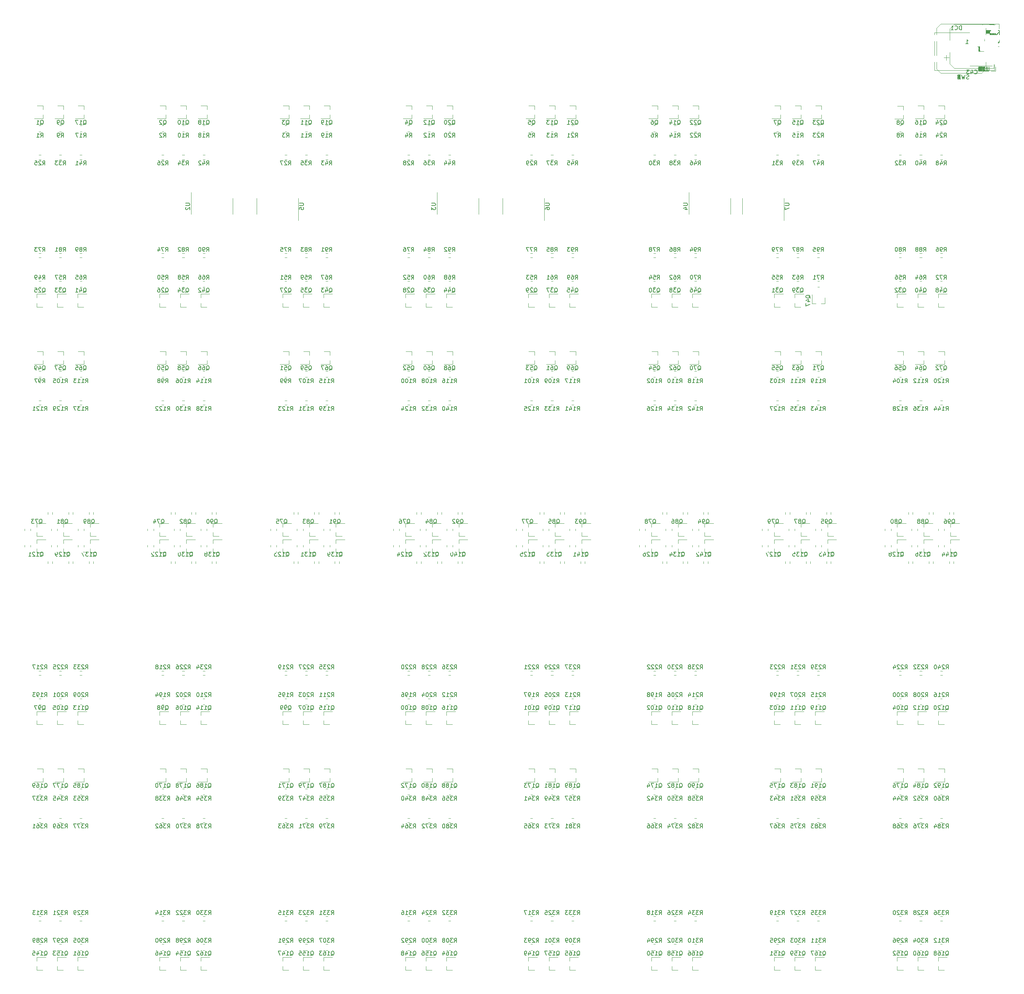
<source format=gbo>
G04 #@! TF.GenerationSoftware,KiCad,Pcbnew,(5.1.10)-1*
G04 #@! TF.CreationDate,2021-11-14T07:23:14+08:00*
G04 #@! TF.ProjectId,8x8x8-RGB-LED-Cube-PCB,38783878-382d-4524-9742-2d4c45442d43,rev?*
G04 #@! TF.SameCoordinates,Original*
G04 #@! TF.FileFunction,Legend,Bot*
G04 #@! TF.FilePolarity,Positive*
%FSLAX46Y46*%
G04 Gerber Fmt 4.6, Leading zero omitted, Abs format (unit mm)*
G04 Created by KiCad (PCBNEW (5.1.10)-1) date 2021-11-14 07:23:14*
%MOMM*%
%LPD*%
G01*
G04 APERTURE LIST*
%ADD10C,0.120000*%
%ADD11C,0.150000*%
%ADD12C,2.800000*%
%ADD13R,0.900000X0.800000*%
%ADD14R,0.800000X0.900000*%
%ADD15R,3.556000X1.524000*%
%ADD16R,1.560000X1.560000*%
%ADD17C,1.560000*%
%ADD18R,3.500000X3.500000*%
%ADD19R,1.500000X1.000000*%
G04 APERTURE END LIST*
D10*
X92740000Y-195580000D02*
X92740000Y-194650000D01*
X92740000Y-192420000D02*
X92740000Y-193350000D01*
X92740000Y-192420000D02*
X94900000Y-192420000D01*
X92740000Y-195580000D02*
X94200000Y-195580000D01*
X320181024Y-70583968D02*
X318721024Y-70583968D01*
X320181024Y-73743968D02*
X318021024Y-73743968D01*
X320181024Y-73743968D02*
X320181024Y-72813968D01*
X320181024Y-70583968D02*
X320181024Y-71513968D01*
X320181024Y-70583968D02*
X318721024Y-70583968D01*
X320181024Y-73743968D02*
X318021024Y-73743968D01*
X320181024Y-73743968D02*
X320181024Y-72813968D01*
X320181024Y-70583968D02*
X320181024Y-71513968D01*
X320181024Y-70583968D02*
X318721024Y-70583968D01*
X320181024Y-73743968D02*
X318021024Y-73743968D01*
X320181024Y-73743968D02*
X320181024Y-72813968D01*
X320181024Y-70583968D02*
X320181024Y-71513968D01*
X320181024Y-70583968D02*
X318721024Y-70583968D01*
X320181024Y-73743968D02*
X318021024Y-73743968D01*
X320181024Y-73743968D02*
X320181024Y-72813968D01*
X320181024Y-70583968D02*
X320181024Y-71513968D01*
X320181024Y-70583968D02*
X318721024Y-70583968D01*
X320181024Y-73743968D02*
X318021024Y-73743968D01*
X320181024Y-73743968D02*
X320181024Y-72813968D01*
X320181024Y-70583968D02*
X320181024Y-71513968D01*
X320181024Y-70583968D02*
X318721024Y-70583968D01*
X320181024Y-73743968D02*
X318021024Y-73743968D01*
X320181024Y-73743968D02*
X320181024Y-72813968D01*
X320181024Y-70583968D02*
X320181024Y-71513968D01*
X320181024Y-70583968D02*
X318721024Y-70583968D01*
X320181024Y-73743968D02*
X318021024Y-73743968D01*
X320181024Y-73743968D02*
X320181024Y-72813968D01*
X320181024Y-70583968D02*
X320181024Y-71513968D01*
X320181024Y-70583968D02*
X318721024Y-70583968D01*
X320181024Y-73743968D02*
X318021024Y-73743968D01*
X320181024Y-73743968D02*
X320181024Y-72813968D01*
X320181024Y-70583968D02*
X320181024Y-71513968D01*
X307760000Y-252420000D02*
X306300000Y-252420000D01*
X307760000Y-255580000D02*
X305600000Y-255580000D01*
X307760000Y-255580000D02*
X307760000Y-254650000D01*
X307760000Y-252420000D02*
X307760000Y-253350000D01*
X277760000Y-252420000D02*
X276300000Y-252420000D01*
X277760000Y-255580000D02*
X275600000Y-255580000D01*
X277760000Y-255580000D02*
X277760000Y-254650000D01*
X277760000Y-252420000D02*
X277760000Y-253350000D01*
X247760000Y-252420000D02*
X246300000Y-252420000D01*
X247760000Y-255580000D02*
X245600000Y-255580000D01*
X247760000Y-255580000D02*
X247760000Y-254650000D01*
X247760000Y-252420000D02*
X247760000Y-253350000D01*
X217760000Y-252420000D02*
X216300000Y-252420000D01*
X217760000Y-255580000D02*
X215600000Y-255580000D01*
X217760000Y-255580000D02*
X217760000Y-254650000D01*
X217760000Y-252420000D02*
X217760000Y-253350000D01*
X187760000Y-252420000D02*
X186300000Y-252420000D01*
X187760000Y-255580000D02*
X185600000Y-255580000D01*
X187760000Y-255580000D02*
X187760000Y-254650000D01*
X187760000Y-252420000D02*
X187760000Y-253350000D01*
X157760000Y-252420000D02*
X156300000Y-252420000D01*
X157760000Y-255580000D02*
X155600000Y-255580000D01*
X157760000Y-255580000D02*
X157760000Y-254650000D01*
X157760000Y-252420000D02*
X157760000Y-253350000D01*
X127760000Y-252420000D02*
X126300000Y-252420000D01*
X127760000Y-255580000D02*
X125600000Y-255580000D01*
X127760000Y-255580000D02*
X127760000Y-254650000D01*
X127760000Y-252420000D02*
X127760000Y-253350000D01*
X97760000Y-252420000D02*
X96300000Y-252420000D01*
X97760000Y-255580000D02*
X95600000Y-255580000D01*
X97760000Y-255580000D02*
X97760000Y-254650000D01*
X97760000Y-252420000D02*
X97760000Y-253350000D01*
X302760000Y-252420000D02*
X301300000Y-252420000D01*
X302760000Y-255580000D02*
X300600000Y-255580000D01*
X302760000Y-255580000D02*
X302760000Y-254650000D01*
X302760000Y-252420000D02*
X302760000Y-253350000D01*
X272760000Y-252420000D02*
X271300000Y-252420000D01*
X272760000Y-255580000D02*
X270600000Y-255580000D01*
X272760000Y-255580000D02*
X272760000Y-254650000D01*
X272760000Y-252420000D02*
X272760000Y-253350000D01*
X242760000Y-252420000D02*
X241300000Y-252420000D01*
X242760000Y-255580000D02*
X240600000Y-255580000D01*
X242760000Y-255580000D02*
X242760000Y-254650000D01*
X242760000Y-252420000D02*
X242760000Y-253350000D01*
X212760000Y-252420000D02*
X211300000Y-252420000D01*
X212760000Y-255580000D02*
X210600000Y-255580000D01*
X212760000Y-255580000D02*
X212760000Y-254650000D01*
X212760000Y-252420000D02*
X212760000Y-253350000D01*
X182760000Y-252420000D02*
X181300000Y-252420000D01*
X182760000Y-255580000D02*
X180600000Y-255580000D01*
X182760000Y-255580000D02*
X182760000Y-254650000D01*
X182760000Y-252420000D02*
X182760000Y-253350000D01*
X152760000Y-252420000D02*
X151300000Y-252420000D01*
X152760000Y-255580000D02*
X150600000Y-255580000D01*
X152760000Y-255580000D02*
X152760000Y-254650000D01*
X152760000Y-252420000D02*
X152760000Y-253350000D01*
X122760000Y-252420000D02*
X121300000Y-252420000D01*
X122760000Y-255580000D02*
X120600000Y-255580000D01*
X122760000Y-255580000D02*
X122760000Y-254650000D01*
X122760000Y-252420000D02*
X122760000Y-253350000D01*
X92760000Y-252420000D02*
X91300000Y-252420000D01*
X92760000Y-255580000D02*
X90600000Y-255580000D01*
X92760000Y-255580000D02*
X92760000Y-254650000D01*
X92760000Y-252420000D02*
X92760000Y-253350000D01*
X297760000Y-252420000D02*
X296300000Y-252420000D01*
X297760000Y-255580000D02*
X295600000Y-255580000D01*
X297760000Y-255580000D02*
X297760000Y-254650000D01*
X297760000Y-252420000D02*
X297760000Y-253350000D01*
X267760000Y-252420000D02*
X266300000Y-252420000D01*
X267760000Y-255580000D02*
X265600000Y-255580000D01*
X267760000Y-255580000D02*
X267760000Y-254650000D01*
X267760000Y-252420000D02*
X267760000Y-253350000D01*
X237760000Y-252420000D02*
X236300000Y-252420000D01*
X237760000Y-255580000D02*
X235600000Y-255580000D01*
X237760000Y-255580000D02*
X237760000Y-254650000D01*
X237760000Y-252420000D02*
X237760000Y-253350000D01*
X207760000Y-252420000D02*
X206300000Y-252420000D01*
X207760000Y-255580000D02*
X205600000Y-255580000D01*
X207760000Y-255580000D02*
X207760000Y-254650000D01*
X207760000Y-252420000D02*
X207760000Y-253350000D01*
X177760000Y-252420000D02*
X176300000Y-252420000D01*
X177760000Y-255580000D02*
X175600000Y-255580000D01*
X177760000Y-255580000D02*
X177760000Y-254650000D01*
X177760000Y-252420000D02*
X177760000Y-253350000D01*
X147760000Y-252420000D02*
X146300000Y-252420000D01*
X147760000Y-255580000D02*
X145600000Y-255580000D01*
X147760000Y-255580000D02*
X147760000Y-254650000D01*
X147760000Y-252420000D02*
X147760000Y-253350000D01*
X117760000Y-252420000D02*
X116300000Y-252420000D01*
X117760000Y-255580000D02*
X115600000Y-255580000D01*
X117760000Y-255580000D02*
X117760000Y-254650000D01*
X117760000Y-252420000D02*
X117760000Y-253350000D01*
X87760000Y-252420000D02*
X86300000Y-252420000D01*
X87760000Y-255580000D02*
X85600000Y-255580000D01*
X87760000Y-255580000D02*
X87760000Y-254650000D01*
X87760000Y-252420000D02*
X87760000Y-253350000D01*
X306240000Y-301580000D02*
X307700000Y-301580000D01*
X306240000Y-298420000D02*
X308400000Y-298420000D01*
X306240000Y-298420000D02*
X306240000Y-299350000D01*
X306240000Y-301580000D02*
X306240000Y-300650000D01*
X276240000Y-301580000D02*
X277700000Y-301580000D01*
X276240000Y-298420000D02*
X278400000Y-298420000D01*
X276240000Y-298420000D02*
X276240000Y-299350000D01*
X276240000Y-301580000D02*
X276240000Y-300650000D01*
X246240000Y-301580000D02*
X247700000Y-301580000D01*
X246240000Y-298420000D02*
X248400000Y-298420000D01*
X246240000Y-298420000D02*
X246240000Y-299350000D01*
X246240000Y-301580000D02*
X246240000Y-300650000D01*
X216240000Y-301580000D02*
X217700000Y-301580000D01*
X216240000Y-298420000D02*
X218400000Y-298420000D01*
X216240000Y-298420000D02*
X216240000Y-299350000D01*
X216240000Y-301580000D02*
X216240000Y-300650000D01*
X186240000Y-301580000D02*
X187700000Y-301580000D01*
X186240000Y-298420000D02*
X188400000Y-298420000D01*
X186240000Y-298420000D02*
X186240000Y-299350000D01*
X186240000Y-301580000D02*
X186240000Y-300650000D01*
X156240000Y-301580000D02*
X157700000Y-301580000D01*
X156240000Y-298420000D02*
X158400000Y-298420000D01*
X156240000Y-298420000D02*
X156240000Y-299350000D01*
X156240000Y-301580000D02*
X156240000Y-300650000D01*
X126240000Y-301580000D02*
X127700000Y-301580000D01*
X126240000Y-298420000D02*
X128400000Y-298420000D01*
X126240000Y-298420000D02*
X126240000Y-299350000D01*
X126240000Y-301580000D02*
X126240000Y-300650000D01*
X96240000Y-301580000D02*
X97700000Y-301580000D01*
X96240000Y-298420000D02*
X98400000Y-298420000D01*
X96240000Y-298420000D02*
X96240000Y-299350000D01*
X96240000Y-301580000D02*
X96240000Y-300650000D01*
X301240000Y-301580000D02*
X302700000Y-301580000D01*
X301240000Y-298420000D02*
X303400000Y-298420000D01*
X301240000Y-298420000D02*
X301240000Y-299350000D01*
X301240000Y-301580000D02*
X301240000Y-300650000D01*
X271240000Y-301580000D02*
X272700000Y-301580000D01*
X271240000Y-298420000D02*
X273400000Y-298420000D01*
X271240000Y-298420000D02*
X271240000Y-299350000D01*
X271240000Y-301580000D02*
X271240000Y-300650000D01*
X241240000Y-301580000D02*
X242700000Y-301580000D01*
X241240000Y-298420000D02*
X243400000Y-298420000D01*
X241240000Y-298420000D02*
X241240000Y-299350000D01*
X241240000Y-301580000D02*
X241240000Y-300650000D01*
X211240000Y-301580000D02*
X212700000Y-301580000D01*
X211240000Y-298420000D02*
X213400000Y-298420000D01*
X211240000Y-298420000D02*
X211240000Y-299350000D01*
X211240000Y-301580000D02*
X211240000Y-300650000D01*
X181240000Y-301580000D02*
X182700000Y-301580000D01*
X181240000Y-298420000D02*
X183400000Y-298420000D01*
X181240000Y-298420000D02*
X181240000Y-299350000D01*
X181240000Y-301580000D02*
X181240000Y-300650000D01*
X151240000Y-301580000D02*
X152700000Y-301580000D01*
X151240000Y-298420000D02*
X153400000Y-298420000D01*
X151240000Y-298420000D02*
X151240000Y-299350000D01*
X151240000Y-301580000D02*
X151240000Y-300650000D01*
X121240000Y-301580000D02*
X122700000Y-301580000D01*
X121240000Y-298420000D02*
X123400000Y-298420000D01*
X121240000Y-298420000D02*
X121240000Y-299350000D01*
X121240000Y-301580000D02*
X121240000Y-300650000D01*
X91240000Y-301580000D02*
X92700000Y-301580000D01*
X91240000Y-298420000D02*
X93400000Y-298420000D01*
X91240000Y-298420000D02*
X91240000Y-299350000D01*
X91240000Y-301580000D02*
X91240000Y-300650000D01*
X296240000Y-301580000D02*
X297700000Y-301580000D01*
X296240000Y-298420000D02*
X298400000Y-298420000D01*
X296240000Y-298420000D02*
X296240000Y-299350000D01*
X296240000Y-301580000D02*
X296240000Y-300650000D01*
X266240000Y-301580000D02*
X267700000Y-301580000D01*
X266240000Y-298420000D02*
X268400000Y-298420000D01*
X266240000Y-298420000D02*
X266240000Y-299350000D01*
X266240000Y-301580000D02*
X266240000Y-300650000D01*
X236240000Y-301580000D02*
X237700000Y-301580000D01*
X236240000Y-298420000D02*
X238400000Y-298420000D01*
X236240000Y-298420000D02*
X236240000Y-299350000D01*
X236240000Y-301580000D02*
X236240000Y-300650000D01*
X206240000Y-301580000D02*
X207700000Y-301580000D01*
X206240000Y-298420000D02*
X208400000Y-298420000D01*
X206240000Y-298420000D02*
X206240000Y-299350000D01*
X206240000Y-301580000D02*
X206240000Y-300650000D01*
X176240000Y-301580000D02*
X177700000Y-301580000D01*
X176240000Y-298420000D02*
X178400000Y-298420000D01*
X176240000Y-298420000D02*
X176240000Y-299350000D01*
X176240000Y-301580000D02*
X176240000Y-300650000D01*
X146240000Y-301580000D02*
X147700000Y-301580000D01*
X146240000Y-298420000D02*
X148400000Y-298420000D01*
X146240000Y-298420000D02*
X146240000Y-299350000D01*
X146240000Y-301580000D02*
X146240000Y-300650000D01*
X116240000Y-301580000D02*
X117700000Y-301580000D01*
X116240000Y-298420000D02*
X118400000Y-298420000D01*
X116240000Y-298420000D02*
X116240000Y-299350000D01*
X116240000Y-301580000D02*
X116240000Y-300650000D01*
X86240000Y-301580000D02*
X87700000Y-301580000D01*
X86240000Y-298420000D02*
X88400000Y-298420000D01*
X86240000Y-298420000D02*
X86240000Y-299350000D01*
X86240000Y-301580000D02*
X86240000Y-300650000D01*
X309240000Y-199580000D02*
X310700000Y-199580000D01*
X309240000Y-196420000D02*
X311400000Y-196420000D01*
X309240000Y-196420000D02*
X309240000Y-197350000D01*
X309240000Y-199580000D02*
X309240000Y-198650000D01*
X279240000Y-199580000D02*
X280700000Y-199580000D01*
X279240000Y-196420000D02*
X281400000Y-196420000D01*
X279240000Y-196420000D02*
X279240000Y-197350000D01*
X279240000Y-199580000D02*
X279240000Y-198650000D01*
X249240000Y-199580000D02*
X250700000Y-199580000D01*
X249240000Y-196420000D02*
X251400000Y-196420000D01*
X249240000Y-196420000D02*
X249240000Y-197350000D01*
X249240000Y-199580000D02*
X249240000Y-198650000D01*
X219240000Y-199580000D02*
X220700000Y-199580000D01*
X219240000Y-196420000D02*
X221400000Y-196420000D01*
X219240000Y-196420000D02*
X219240000Y-197350000D01*
X219240000Y-199580000D02*
X219240000Y-198650000D01*
X189240000Y-199580000D02*
X190700000Y-199580000D01*
X189240000Y-196420000D02*
X191400000Y-196420000D01*
X189240000Y-196420000D02*
X189240000Y-197350000D01*
X189240000Y-199580000D02*
X189240000Y-198650000D01*
X159240000Y-199580000D02*
X160700000Y-199580000D01*
X159240000Y-196420000D02*
X161400000Y-196420000D01*
X159240000Y-196420000D02*
X159240000Y-197350000D01*
X159240000Y-199580000D02*
X159240000Y-198650000D01*
X129240000Y-199580000D02*
X130700000Y-199580000D01*
X129240000Y-196420000D02*
X131400000Y-196420000D01*
X129240000Y-196420000D02*
X129240000Y-197350000D01*
X129240000Y-199580000D02*
X129240000Y-198650000D01*
X99240000Y-199580000D02*
X99240000Y-198650000D01*
X99240000Y-196420000D02*
X99240000Y-197350000D01*
X99240000Y-196420000D02*
X101400000Y-196420000D01*
X99240000Y-199580000D02*
X100700000Y-199580000D01*
X302740000Y-199580000D02*
X304200000Y-199580000D01*
X302740000Y-196420000D02*
X304900000Y-196420000D01*
X302740000Y-196420000D02*
X302740000Y-197350000D01*
X302740000Y-199580000D02*
X302740000Y-198650000D01*
X272740000Y-199580000D02*
X274200000Y-199580000D01*
X272740000Y-196420000D02*
X274900000Y-196420000D01*
X272740000Y-196420000D02*
X272740000Y-197350000D01*
X272740000Y-199580000D02*
X272740000Y-198650000D01*
X242740000Y-199580000D02*
X244200000Y-199580000D01*
X242740000Y-196420000D02*
X244900000Y-196420000D01*
X242740000Y-196420000D02*
X242740000Y-197350000D01*
X242740000Y-199580000D02*
X242740000Y-198650000D01*
X212740000Y-199580000D02*
X214200000Y-199580000D01*
X212740000Y-196420000D02*
X214900000Y-196420000D01*
X212740000Y-196420000D02*
X212740000Y-197350000D01*
X212740000Y-199580000D02*
X212740000Y-198650000D01*
X182740000Y-199580000D02*
X184200000Y-199580000D01*
X182740000Y-196420000D02*
X184900000Y-196420000D01*
X182740000Y-196420000D02*
X182740000Y-197350000D01*
X182740000Y-199580000D02*
X182740000Y-198650000D01*
X152740000Y-199580000D02*
X154200000Y-199580000D01*
X152740000Y-196420000D02*
X154900000Y-196420000D01*
X152740000Y-196420000D02*
X152740000Y-197350000D01*
X152740000Y-199580000D02*
X152740000Y-198650000D01*
X122740000Y-199580000D02*
X124200000Y-199580000D01*
X122740000Y-196420000D02*
X124900000Y-196420000D01*
X122740000Y-196420000D02*
X122740000Y-197350000D01*
X122740000Y-199580000D02*
X122740000Y-198650000D01*
X92740000Y-199580000D02*
X92740000Y-198650000D01*
X92740000Y-196420000D02*
X92740000Y-197350000D01*
X92740000Y-196420000D02*
X94900000Y-196420000D01*
X92740000Y-199580000D02*
X94200000Y-199580000D01*
X296240000Y-199580000D02*
X297700000Y-199580000D01*
X296240000Y-196420000D02*
X298400000Y-196420000D01*
X296240000Y-196420000D02*
X296240000Y-197350000D01*
X296240000Y-199580000D02*
X296240000Y-198650000D01*
X266240000Y-199580000D02*
X267700000Y-199580000D01*
X266240000Y-196420000D02*
X268400000Y-196420000D01*
X266240000Y-196420000D02*
X266240000Y-197350000D01*
X266240000Y-199580000D02*
X266240000Y-198650000D01*
X236240000Y-199580000D02*
X237700000Y-199580000D01*
X236240000Y-196420000D02*
X238400000Y-196420000D01*
X236240000Y-196420000D02*
X236240000Y-197350000D01*
X236240000Y-199580000D02*
X236240000Y-198650000D01*
X206240000Y-199580000D02*
X207700000Y-199580000D01*
X206240000Y-196420000D02*
X208400000Y-196420000D01*
X206240000Y-196420000D02*
X206240000Y-197350000D01*
X206240000Y-199580000D02*
X206240000Y-198650000D01*
X176240000Y-199580000D02*
X177700000Y-199580000D01*
X176240000Y-196420000D02*
X178400000Y-196420000D01*
X176240000Y-196420000D02*
X176240000Y-197350000D01*
X176240000Y-199580000D02*
X176240000Y-198650000D01*
X146240000Y-199580000D02*
X147700000Y-199580000D01*
X146240000Y-196420000D02*
X148400000Y-196420000D01*
X146240000Y-196420000D02*
X146240000Y-197350000D01*
X146240000Y-199580000D02*
X146240000Y-198650000D01*
X116240000Y-199580000D02*
X117700000Y-199580000D01*
X116240000Y-196420000D02*
X118400000Y-196420000D01*
X116240000Y-196420000D02*
X116240000Y-197350000D01*
X116240000Y-199580000D02*
X116240000Y-198650000D01*
X86240000Y-199580000D02*
X86240000Y-198650000D01*
X86240000Y-196420000D02*
X86240000Y-197350000D01*
X86240000Y-196420000D02*
X88400000Y-196420000D01*
X86240000Y-199580000D02*
X87700000Y-199580000D01*
X306240000Y-241580000D02*
X307700000Y-241580000D01*
X306240000Y-238420000D02*
X308400000Y-238420000D01*
X306240000Y-238420000D02*
X306240000Y-239350000D01*
X306240000Y-241580000D02*
X306240000Y-240650000D01*
X276240000Y-241580000D02*
X277700000Y-241580000D01*
X276240000Y-238420000D02*
X278400000Y-238420000D01*
X276240000Y-238420000D02*
X276240000Y-239350000D01*
X276240000Y-241580000D02*
X276240000Y-240650000D01*
X246240000Y-241580000D02*
X247700000Y-241580000D01*
X246240000Y-238420000D02*
X248400000Y-238420000D01*
X246240000Y-238420000D02*
X246240000Y-239350000D01*
X246240000Y-241580000D02*
X246240000Y-240650000D01*
X216240000Y-241580000D02*
X217700000Y-241580000D01*
X216240000Y-238420000D02*
X218400000Y-238420000D01*
X216240000Y-238420000D02*
X216240000Y-239350000D01*
X216240000Y-241580000D02*
X216240000Y-240650000D01*
X186240000Y-241580000D02*
X187700000Y-241580000D01*
X186240000Y-238420000D02*
X188400000Y-238420000D01*
X186240000Y-238420000D02*
X186240000Y-239350000D01*
X186240000Y-241580000D02*
X186240000Y-240650000D01*
X156240000Y-241580000D02*
X157700000Y-241580000D01*
X156240000Y-238420000D02*
X158400000Y-238420000D01*
X156240000Y-238420000D02*
X156240000Y-239350000D01*
X156240000Y-241580000D02*
X156240000Y-240650000D01*
X126240000Y-241580000D02*
X127700000Y-241580000D01*
X126240000Y-238420000D02*
X128400000Y-238420000D01*
X126240000Y-238420000D02*
X126240000Y-239350000D01*
X126240000Y-241580000D02*
X126240000Y-240650000D01*
X96240000Y-241580000D02*
X97700000Y-241580000D01*
X96240000Y-238420000D02*
X98400000Y-238420000D01*
X96240000Y-238420000D02*
X96240000Y-239350000D01*
X96240000Y-241580000D02*
X96240000Y-240650000D01*
X301240000Y-241580000D02*
X302700000Y-241580000D01*
X301240000Y-238420000D02*
X303400000Y-238420000D01*
X301240000Y-238420000D02*
X301240000Y-239350000D01*
X301240000Y-241580000D02*
X301240000Y-240650000D01*
X271240000Y-241580000D02*
X272700000Y-241580000D01*
X271240000Y-238420000D02*
X273400000Y-238420000D01*
X271240000Y-238420000D02*
X271240000Y-239350000D01*
X271240000Y-241580000D02*
X271240000Y-240650000D01*
X241240000Y-241580000D02*
X242700000Y-241580000D01*
X241240000Y-238420000D02*
X243400000Y-238420000D01*
X241240000Y-238420000D02*
X241240000Y-239350000D01*
X241240000Y-241580000D02*
X241240000Y-240650000D01*
X211240000Y-241580000D02*
X212700000Y-241580000D01*
X211240000Y-238420000D02*
X213400000Y-238420000D01*
X211240000Y-238420000D02*
X211240000Y-239350000D01*
X211240000Y-241580000D02*
X211240000Y-240650000D01*
X181240000Y-241580000D02*
X182700000Y-241580000D01*
X181240000Y-238420000D02*
X183400000Y-238420000D01*
X181240000Y-238420000D02*
X181240000Y-239350000D01*
X181240000Y-241580000D02*
X181240000Y-240650000D01*
X151240000Y-241580000D02*
X152700000Y-241580000D01*
X151240000Y-238420000D02*
X153400000Y-238420000D01*
X151240000Y-238420000D02*
X151240000Y-239350000D01*
X151240000Y-241580000D02*
X151240000Y-240650000D01*
X121240000Y-241580000D02*
X122700000Y-241580000D01*
X121240000Y-238420000D02*
X123400000Y-238420000D01*
X121240000Y-238420000D02*
X121240000Y-239350000D01*
X121240000Y-241580000D02*
X121240000Y-240650000D01*
X91240000Y-241580000D02*
X92700000Y-241580000D01*
X91240000Y-238420000D02*
X93400000Y-238420000D01*
X91240000Y-238420000D02*
X91240000Y-239350000D01*
X91240000Y-241580000D02*
X91240000Y-240650000D01*
X296240000Y-241580000D02*
X297700000Y-241580000D01*
X296240000Y-238420000D02*
X298400000Y-238420000D01*
X296240000Y-238420000D02*
X296240000Y-239350000D01*
X296240000Y-241580000D02*
X296240000Y-240650000D01*
X266240000Y-241580000D02*
X267700000Y-241580000D01*
X266240000Y-238420000D02*
X268400000Y-238420000D01*
X266240000Y-238420000D02*
X266240000Y-239350000D01*
X266240000Y-241580000D02*
X266240000Y-240650000D01*
X236240000Y-241580000D02*
X237700000Y-241580000D01*
X236240000Y-238420000D02*
X238400000Y-238420000D01*
X236240000Y-238420000D02*
X236240000Y-239350000D01*
X236240000Y-241580000D02*
X236240000Y-240650000D01*
X206240000Y-241580000D02*
X207700000Y-241580000D01*
X206240000Y-238420000D02*
X208400000Y-238420000D01*
X206240000Y-238420000D02*
X206240000Y-239350000D01*
X206240000Y-241580000D02*
X206240000Y-240650000D01*
X176240000Y-241580000D02*
X177700000Y-241580000D01*
X176240000Y-238420000D02*
X178400000Y-238420000D01*
X176240000Y-238420000D02*
X176240000Y-239350000D01*
X176240000Y-241580000D02*
X176240000Y-240650000D01*
X146240000Y-241580000D02*
X147700000Y-241580000D01*
X146240000Y-238420000D02*
X148400000Y-238420000D01*
X146240000Y-238420000D02*
X146240000Y-239350000D01*
X146240000Y-241580000D02*
X146240000Y-240650000D01*
X116240000Y-241580000D02*
X117700000Y-241580000D01*
X116240000Y-238420000D02*
X118400000Y-238420000D01*
X116240000Y-238420000D02*
X116240000Y-239350000D01*
X116240000Y-241580000D02*
X116240000Y-240650000D01*
X86240000Y-241580000D02*
X87700000Y-241580000D01*
X86240000Y-238420000D02*
X88400000Y-238420000D01*
X86240000Y-238420000D02*
X86240000Y-239350000D01*
X86240000Y-241580000D02*
X86240000Y-240650000D01*
X309240000Y-195580000D02*
X310700000Y-195580000D01*
X309240000Y-192420000D02*
X311400000Y-192420000D01*
X309240000Y-192420000D02*
X309240000Y-193350000D01*
X309240000Y-195580000D02*
X309240000Y-194650000D01*
X279240000Y-195580000D02*
X280700000Y-195580000D01*
X279240000Y-192420000D02*
X281400000Y-192420000D01*
X279240000Y-192420000D02*
X279240000Y-193350000D01*
X279240000Y-195580000D02*
X279240000Y-194650000D01*
X249240000Y-195580000D02*
X250700000Y-195580000D01*
X249240000Y-192420000D02*
X251400000Y-192420000D01*
X249240000Y-192420000D02*
X249240000Y-193350000D01*
X249240000Y-195580000D02*
X249240000Y-194650000D01*
X219240000Y-195580000D02*
X220700000Y-195580000D01*
X219240000Y-192420000D02*
X221400000Y-192420000D01*
X219240000Y-192420000D02*
X219240000Y-193350000D01*
X219240000Y-195580000D02*
X219240000Y-194650000D01*
X189240000Y-195580000D02*
X190700000Y-195580000D01*
X189240000Y-192420000D02*
X191400000Y-192420000D01*
X189240000Y-192420000D02*
X189240000Y-193350000D01*
X189240000Y-195580000D02*
X189240000Y-194650000D01*
X159240000Y-195580000D02*
X160700000Y-195580000D01*
X159240000Y-192420000D02*
X161400000Y-192420000D01*
X159240000Y-192420000D02*
X159240000Y-193350000D01*
X159240000Y-195580000D02*
X159240000Y-194650000D01*
X129240000Y-195580000D02*
X130700000Y-195580000D01*
X129240000Y-192420000D02*
X131400000Y-192420000D01*
X129240000Y-192420000D02*
X129240000Y-193350000D01*
X129240000Y-195580000D02*
X129240000Y-194650000D01*
X99240000Y-195580000D02*
X99240000Y-194650000D01*
X99240000Y-192420000D02*
X99240000Y-193350000D01*
X99240000Y-192420000D02*
X101400000Y-192420000D01*
X99240000Y-195580000D02*
X100700000Y-195580000D01*
X302740000Y-195580000D02*
X304200000Y-195580000D01*
X302740000Y-192420000D02*
X304900000Y-192420000D01*
X302740000Y-192420000D02*
X302740000Y-193350000D01*
X302740000Y-195580000D02*
X302740000Y-194650000D01*
X272740000Y-195580000D02*
X274200000Y-195580000D01*
X272740000Y-192420000D02*
X274900000Y-192420000D01*
X272740000Y-192420000D02*
X272740000Y-193350000D01*
X272740000Y-195580000D02*
X272740000Y-194650000D01*
X242740000Y-195580000D02*
X244200000Y-195580000D01*
X242740000Y-192420000D02*
X244900000Y-192420000D01*
X242740000Y-192420000D02*
X242740000Y-193350000D01*
X242740000Y-195580000D02*
X242740000Y-194650000D01*
X212740000Y-195580000D02*
X214200000Y-195580000D01*
X212740000Y-192420000D02*
X214900000Y-192420000D01*
X212740000Y-192420000D02*
X212740000Y-193350000D01*
X212740000Y-195580000D02*
X212740000Y-194650000D01*
X182740000Y-195580000D02*
X184200000Y-195580000D01*
X182740000Y-192420000D02*
X184900000Y-192420000D01*
X182740000Y-192420000D02*
X182740000Y-193350000D01*
X182740000Y-195580000D02*
X182740000Y-194650000D01*
X152740000Y-195580000D02*
X154200000Y-195580000D01*
X152740000Y-192420000D02*
X154900000Y-192420000D01*
X152740000Y-192420000D02*
X152740000Y-193350000D01*
X152740000Y-195580000D02*
X152740000Y-194650000D01*
X122740000Y-195580000D02*
X124200000Y-195580000D01*
X122740000Y-192420000D02*
X124900000Y-192420000D01*
X122740000Y-192420000D02*
X122740000Y-193350000D01*
X122740000Y-195580000D02*
X122740000Y-194650000D01*
X296240000Y-195580000D02*
X297700000Y-195580000D01*
X296240000Y-192420000D02*
X298400000Y-192420000D01*
X296240000Y-192420000D02*
X296240000Y-193350000D01*
X296240000Y-195580000D02*
X296240000Y-194650000D01*
X266240000Y-195580000D02*
X267700000Y-195580000D01*
X266240000Y-192420000D02*
X268400000Y-192420000D01*
X266240000Y-192420000D02*
X266240000Y-193350000D01*
X266240000Y-195580000D02*
X266240000Y-194650000D01*
X236240000Y-195580000D02*
X237700000Y-195580000D01*
X236240000Y-192420000D02*
X238400000Y-192420000D01*
X236240000Y-192420000D02*
X236240000Y-193350000D01*
X236240000Y-195580000D02*
X236240000Y-194650000D01*
X206240000Y-195580000D02*
X207700000Y-195580000D01*
X206240000Y-192420000D02*
X208400000Y-192420000D01*
X206240000Y-192420000D02*
X206240000Y-193350000D01*
X206240000Y-195580000D02*
X206240000Y-194650000D01*
X176240000Y-195580000D02*
X177700000Y-195580000D01*
X176240000Y-192420000D02*
X178400000Y-192420000D01*
X176240000Y-192420000D02*
X176240000Y-193350000D01*
X176240000Y-195580000D02*
X176240000Y-194650000D01*
X146240000Y-195580000D02*
X147700000Y-195580000D01*
X146240000Y-192420000D02*
X148400000Y-192420000D01*
X146240000Y-192420000D02*
X146240000Y-193350000D01*
X146240000Y-195580000D02*
X146240000Y-194650000D01*
X116240000Y-195580000D02*
X117700000Y-195580000D01*
X116240000Y-192420000D02*
X118400000Y-192420000D01*
X116240000Y-192420000D02*
X116240000Y-193350000D01*
X116240000Y-195580000D02*
X116240000Y-194650000D01*
X86240000Y-195580000D02*
X86240000Y-194650000D01*
X86240000Y-192420000D02*
X86240000Y-193350000D01*
X86240000Y-192420000D02*
X88400000Y-192420000D01*
X86240000Y-195580000D02*
X87700000Y-195580000D01*
X307760000Y-150420000D02*
X306300000Y-150420000D01*
X307760000Y-153580000D02*
X305600000Y-153580000D01*
X307760000Y-153580000D02*
X307760000Y-152650000D01*
X307760000Y-150420000D02*
X307760000Y-151350000D01*
X277760000Y-150420000D02*
X276300000Y-150420000D01*
X277760000Y-153580000D02*
X275600000Y-153580000D01*
X277760000Y-153580000D02*
X277760000Y-152650000D01*
X277760000Y-150420000D02*
X277760000Y-151350000D01*
X247760000Y-150420000D02*
X246300000Y-150420000D01*
X247760000Y-153580000D02*
X245600000Y-153580000D01*
X247760000Y-153580000D02*
X247760000Y-152650000D01*
X247760000Y-150420000D02*
X247760000Y-151350000D01*
X217760000Y-150420000D02*
X216300000Y-150420000D01*
X217760000Y-153580000D02*
X215600000Y-153580000D01*
X217760000Y-153580000D02*
X217760000Y-152650000D01*
X217760000Y-150420000D02*
X217760000Y-151350000D01*
X187760000Y-150420000D02*
X186300000Y-150420000D01*
X187760000Y-153580000D02*
X185600000Y-153580000D01*
X187760000Y-153580000D02*
X187760000Y-152650000D01*
X187760000Y-150420000D02*
X187760000Y-151350000D01*
X157760000Y-150420000D02*
X156300000Y-150420000D01*
X157760000Y-153580000D02*
X155600000Y-153580000D01*
X157760000Y-153580000D02*
X157760000Y-152650000D01*
X157760000Y-150420000D02*
X157760000Y-151350000D01*
X127760000Y-150420000D02*
X126300000Y-150420000D01*
X127760000Y-153580000D02*
X125600000Y-153580000D01*
X127760000Y-153580000D02*
X127760000Y-152650000D01*
X127760000Y-150420000D02*
X127760000Y-151350000D01*
X97760000Y-150420000D02*
X96300000Y-150420000D01*
X97760000Y-153580000D02*
X95600000Y-153580000D01*
X97760000Y-153580000D02*
X97760000Y-152650000D01*
X97760000Y-150420000D02*
X97760000Y-151350000D01*
X302760000Y-150420000D02*
X301300000Y-150420000D01*
X302760000Y-153580000D02*
X300600000Y-153580000D01*
X302760000Y-153580000D02*
X302760000Y-152650000D01*
X302760000Y-150420000D02*
X302760000Y-151350000D01*
X272760000Y-150420000D02*
X271300000Y-150420000D01*
X272760000Y-153580000D02*
X270600000Y-153580000D01*
X272760000Y-153580000D02*
X272760000Y-152650000D01*
X272760000Y-150420000D02*
X272760000Y-151350000D01*
X242760000Y-150420000D02*
X241300000Y-150420000D01*
X242760000Y-153580000D02*
X240600000Y-153580000D01*
X242760000Y-153580000D02*
X242760000Y-152650000D01*
X242760000Y-150420000D02*
X242760000Y-151350000D01*
X212760000Y-150420000D02*
X211300000Y-150420000D01*
X212760000Y-153580000D02*
X210600000Y-153580000D01*
X212760000Y-153580000D02*
X212760000Y-152650000D01*
X212760000Y-150420000D02*
X212760000Y-151350000D01*
X182760000Y-150420000D02*
X181300000Y-150420000D01*
X182760000Y-153580000D02*
X180600000Y-153580000D01*
X182760000Y-153580000D02*
X182760000Y-152650000D01*
X182760000Y-150420000D02*
X182760000Y-151350000D01*
X152760000Y-150420000D02*
X151300000Y-150420000D01*
X152760000Y-153580000D02*
X150600000Y-153580000D01*
X152760000Y-153580000D02*
X152760000Y-152650000D01*
X152760000Y-150420000D02*
X152760000Y-151350000D01*
X122760000Y-150420000D02*
X121300000Y-150420000D01*
X122760000Y-153580000D02*
X120600000Y-153580000D01*
X122760000Y-153580000D02*
X122760000Y-152650000D01*
X122760000Y-150420000D02*
X122760000Y-151350000D01*
X92760000Y-150420000D02*
X91300000Y-150420000D01*
X92760000Y-153580000D02*
X90600000Y-153580000D01*
X92760000Y-153580000D02*
X92760000Y-152650000D01*
X92760000Y-150420000D02*
X92760000Y-151350000D01*
X297760000Y-150420000D02*
X296300000Y-150420000D01*
X297760000Y-153580000D02*
X295600000Y-153580000D01*
X297760000Y-153580000D02*
X297760000Y-152650000D01*
X297760000Y-150420000D02*
X297760000Y-151350000D01*
X267760000Y-150420000D02*
X266300000Y-150420000D01*
X267760000Y-153580000D02*
X265600000Y-153580000D01*
X267760000Y-153580000D02*
X267760000Y-152650000D01*
X267760000Y-150420000D02*
X267760000Y-151350000D01*
X237760000Y-150420000D02*
X236300000Y-150420000D01*
X237760000Y-153580000D02*
X235600000Y-153580000D01*
X237760000Y-153580000D02*
X237760000Y-152650000D01*
X237760000Y-150420000D02*
X237760000Y-151350000D01*
X207760000Y-150420000D02*
X206300000Y-150420000D01*
X207760000Y-153580000D02*
X205600000Y-153580000D01*
X207760000Y-153580000D02*
X207760000Y-152650000D01*
X207760000Y-150420000D02*
X207760000Y-151350000D01*
X177760000Y-150420000D02*
X176300000Y-150420000D01*
X177760000Y-153580000D02*
X175600000Y-153580000D01*
X177760000Y-153580000D02*
X177760000Y-152650000D01*
X177760000Y-150420000D02*
X177760000Y-151350000D01*
X147760000Y-150420000D02*
X146300000Y-150420000D01*
X147760000Y-153580000D02*
X145600000Y-153580000D01*
X147760000Y-153580000D02*
X147760000Y-152650000D01*
X147760000Y-150420000D02*
X147760000Y-151350000D01*
X117760000Y-150420000D02*
X116300000Y-150420000D01*
X117760000Y-153580000D02*
X115600000Y-153580000D01*
X117760000Y-153580000D02*
X117760000Y-152650000D01*
X117760000Y-150420000D02*
X117760000Y-151350000D01*
X87760000Y-150420000D02*
X86300000Y-150420000D01*
X87760000Y-153580000D02*
X85600000Y-153580000D01*
X87760000Y-153580000D02*
X87760000Y-152650000D01*
X87760000Y-150420000D02*
X87760000Y-151350000D01*
X306240000Y-139580000D02*
X307700000Y-139580000D01*
X306240000Y-136420000D02*
X308400000Y-136420000D01*
X306240000Y-136420000D02*
X306240000Y-137350000D01*
X306240000Y-139580000D02*
X306240000Y-138650000D01*
X278580000Y-138760000D02*
X278580000Y-137300000D01*
X275420000Y-138760000D02*
X275420000Y-136600000D01*
X275420000Y-138760000D02*
X276350000Y-138760000D01*
X278580000Y-138760000D02*
X277650000Y-138760000D01*
X246240000Y-139580000D02*
X247700000Y-139580000D01*
X246240000Y-136420000D02*
X248400000Y-136420000D01*
X246240000Y-136420000D02*
X246240000Y-137350000D01*
X246240000Y-139580000D02*
X246240000Y-138650000D01*
X216240000Y-139580000D02*
X217700000Y-139580000D01*
X216240000Y-136420000D02*
X218400000Y-136420000D01*
X216240000Y-136420000D02*
X216240000Y-137350000D01*
X216240000Y-139580000D02*
X216240000Y-138650000D01*
X186240000Y-139580000D02*
X187700000Y-139580000D01*
X186240000Y-136420000D02*
X188400000Y-136420000D01*
X186240000Y-136420000D02*
X186240000Y-137350000D01*
X186240000Y-139580000D02*
X186240000Y-138650000D01*
X156240000Y-139580000D02*
X157700000Y-139580000D01*
X156240000Y-136420000D02*
X158400000Y-136420000D01*
X156240000Y-136420000D02*
X156240000Y-137350000D01*
X156240000Y-139580000D02*
X156240000Y-138650000D01*
X126240000Y-139580000D02*
X127700000Y-139580000D01*
X126240000Y-136420000D02*
X128400000Y-136420000D01*
X126240000Y-136420000D02*
X126240000Y-137350000D01*
X126240000Y-139580000D02*
X126240000Y-138650000D01*
X96240000Y-139580000D02*
X97700000Y-139580000D01*
X96240000Y-136420000D02*
X98400000Y-136420000D01*
X96240000Y-136420000D02*
X96240000Y-137350000D01*
X96240000Y-139580000D02*
X96240000Y-138650000D01*
X301240000Y-139580000D02*
X302700000Y-139580000D01*
X301240000Y-136420000D02*
X303400000Y-136420000D01*
X301240000Y-136420000D02*
X301240000Y-137350000D01*
X301240000Y-139580000D02*
X301240000Y-138650000D01*
X271240000Y-139580000D02*
X272700000Y-139580000D01*
X271240000Y-136420000D02*
X273400000Y-136420000D01*
X271240000Y-136420000D02*
X271240000Y-137350000D01*
X271240000Y-139580000D02*
X271240000Y-138650000D01*
X241240000Y-139580000D02*
X242700000Y-139580000D01*
X241240000Y-136420000D02*
X243400000Y-136420000D01*
X241240000Y-136420000D02*
X241240000Y-137350000D01*
X241240000Y-139580000D02*
X241240000Y-138650000D01*
X211240000Y-139580000D02*
X212700000Y-139580000D01*
X211240000Y-136420000D02*
X213400000Y-136420000D01*
X211240000Y-136420000D02*
X211240000Y-137350000D01*
X211240000Y-139580000D02*
X211240000Y-138650000D01*
X181240000Y-139580000D02*
X182700000Y-139580000D01*
X181240000Y-136420000D02*
X183400000Y-136420000D01*
X181240000Y-136420000D02*
X181240000Y-137350000D01*
X181240000Y-139580000D02*
X181240000Y-138650000D01*
X151240000Y-139580000D02*
X152700000Y-139580000D01*
X151240000Y-136420000D02*
X153400000Y-136420000D01*
X151240000Y-136420000D02*
X151240000Y-137350000D01*
X151240000Y-139580000D02*
X151240000Y-138650000D01*
X121240000Y-139580000D02*
X122700000Y-139580000D01*
X121240000Y-136420000D02*
X123400000Y-136420000D01*
X121240000Y-136420000D02*
X121240000Y-137350000D01*
X121240000Y-139580000D02*
X121240000Y-138650000D01*
X91240000Y-139580000D02*
X92700000Y-139580000D01*
X91240000Y-136420000D02*
X93400000Y-136420000D01*
X91240000Y-136420000D02*
X91240000Y-137350000D01*
X91240000Y-139580000D02*
X91240000Y-138650000D01*
X296240000Y-139580000D02*
X297700000Y-139580000D01*
X296240000Y-136420000D02*
X298400000Y-136420000D01*
X296240000Y-136420000D02*
X296240000Y-137350000D01*
X296240000Y-139580000D02*
X296240000Y-138650000D01*
X266240000Y-139580000D02*
X267700000Y-139580000D01*
X266240000Y-136420000D02*
X268400000Y-136420000D01*
X266240000Y-136420000D02*
X266240000Y-137350000D01*
X266240000Y-139580000D02*
X266240000Y-138650000D01*
X236240000Y-139580000D02*
X237700000Y-139580000D01*
X236240000Y-136420000D02*
X238400000Y-136420000D01*
X236240000Y-136420000D02*
X236240000Y-137350000D01*
X236240000Y-139580000D02*
X236240000Y-138650000D01*
X206240000Y-139580000D02*
X207700000Y-139580000D01*
X206240000Y-136420000D02*
X208400000Y-136420000D01*
X206240000Y-136420000D02*
X206240000Y-137350000D01*
X206240000Y-139580000D02*
X206240000Y-138650000D01*
X176240000Y-139580000D02*
X177700000Y-139580000D01*
X176240000Y-136420000D02*
X178400000Y-136420000D01*
X176240000Y-136420000D02*
X176240000Y-137350000D01*
X176240000Y-139580000D02*
X176240000Y-138650000D01*
X146240000Y-139580000D02*
X147700000Y-139580000D01*
X146240000Y-136420000D02*
X148400000Y-136420000D01*
X146240000Y-136420000D02*
X146240000Y-137350000D01*
X146240000Y-139580000D02*
X146240000Y-138650000D01*
X116240000Y-139580000D02*
X117700000Y-139580000D01*
X116240000Y-136420000D02*
X118400000Y-136420000D01*
X116240000Y-136420000D02*
X116240000Y-137350000D01*
X116240000Y-139580000D02*
X116240000Y-138650000D01*
X86240000Y-139580000D02*
X87700000Y-139580000D01*
X86240000Y-136420000D02*
X88400000Y-136420000D01*
X86240000Y-136420000D02*
X86240000Y-137350000D01*
X86240000Y-139580000D02*
X86240000Y-138650000D01*
X307760000Y-90420000D02*
X306300000Y-90420000D01*
X307760000Y-93580000D02*
X305600000Y-93580000D01*
X307760000Y-93580000D02*
X307760000Y-92650000D01*
X307760000Y-90420000D02*
X307760000Y-91350000D01*
X277760000Y-90420000D02*
X276300000Y-90420000D01*
X277760000Y-93580000D02*
X275600000Y-93580000D01*
X277760000Y-93580000D02*
X277760000Y-92650000D01*
X277760000Y-90420000D02*
X277760000Y-91350000D01*
X247760000Y-90420000D02*
X246300000Y-90420000D01*
X247760000Y-93580000D02*
X245600000Y-93580000D01*
X247760000Y-93580000D02*
X247760000Y-92650000D01*
X247760000Y-90420000D02*
X247760000Y-91350000D01*
X217760000Y-90420000D02*
X216300000Y-90420000D01*
X217760000Y-93580000D02*
X215600000Y-93580000D01*
X217760000Y-93580000D02*
X217760000Y-92650000D01*
X217760000Y-90420000D02*
X217760000Y-91350000D01*
X187760000Y-90420000D02*
X186300000Y-90420000D01*
X187760000Y-93580000D02*
X185600000Y-93580000D01*
X187760000Y-93580000D02*
X187760000Y-92650000D01*
X187760000Y-90420000D02*
X187760000Y-91350000D01*
X157760000Y-90420000D02*
X156300000Y-90420000D01*
X157760000Y-93580000D02*
X155600000Y-93580000D01*
X157760000Y-93580000D02*
X157760000Y-92650000D01*
X157760000Y-90420000D02*
X157760000Y-91350000D01*
X127760000Y-90420000D02*
X126300000Y-90420000D01*
X127760000Y-93580000D02*
X125600000Y-93580000D01*
X127760000Y-93580000D02*
X127760000Y-92650000D01*
X127760000Y-90420000D02*
X127760000Y-91350000D01*
X97760000Y-90420000D02*
X96300000Y-90420000D01*
X97760000Y-93580000D02*
X95600000Y-93580000D01*
X97760000Y-93580000D02*
X97760000Y-92650000D01*
X97760000Y-90420000D02*
X97760000Y-91350000D01*
X302760000Y-90420000D02*
X301300000Y-90420000D01*
X302760000Y-93580000D02*
X300600000Y-93580000D01*
X302760000Y-93580000D02*
X302760000Y-92650000D01*
X302760000Y-90420000D02*
X302760000Y-91350000D01*
X272760000Y-90420000D02*
X271300000Y-90420000D01*
X272760000Y-93580000D02*
X270600000Y-93580000D01*
X272760000Y-93580000D02*
X272760000Y-92650000D01*
X272760000Y-90420000D02*
X272760000Y-91350000D01*
X242760000Y-90420000D02*
X241300000Y-90420000D01*
X242760000Y-93580000D02*
X240600000Y-93580000D01*
X242760000Y-93580000D02*
X242760000Y-92650000D01*
X242760000Y-90420000D02*
X242760000Y-91350000D01*
X212760000Y-90420000D02*
X211300000Y-90420000D01*
X212760000Y-93580000D02*
X210600000Y-93580000D01*
X212760000Y-93580000D02*
X212760000Y-92650000D01*
X212760000Y-90420000D02*
X212760000Y-91350000D01*
X182760000Y-90420000D02*
X181300000Y-90420000D01*
X182760000Y-93580000D02*
X180600000Y-93580000D01*
X182760000Y-93580000D02*
X182760000Y-92650000D01*
X182760000Y-90420000D02*
X182760000Y-91350000D01*
X152760000Y-90420000D02*
X151300000Y-90420000D01*
X152760000Y-93580000D02*
X150600000Y-93580000D01*
X152760000Y-93580000D02*
X152760000Y-92650000D01*
X152760000Y-90420000D02*
X152760000Y-91350000D01*
X122760000Y-90420000D02*
X121300000Y-90420000D01*
X122760000Y-93580000D02*
X120600000Y-93580000D01*
X122760000Y-93580000D02*
X122760000Y-92650000D01*
X122760000Y-90420000D02*
X122760000Y-91350000D01*
X92760000Y-90420000D02*
X91300000Y-90420000D01*
X92760000Y-93580000D02*
X90600000Y-93580000D01*
X92760000Y-93580000D02*
X92760000Y-92650000D01*
X92760000Y-90420000D02*
X92760000Y-91350000D01*
X297760000Y-90470000D02*
X296300000Y-90470000D01*
X297760000Y-93630000D02*
X295600000Y-93630000D01*
X297760000Y-93630000D02*
X297760000Y-92700000D01*
X297760000Y-90470000D02*
X297760000Y-91400000D01*
X267760000Y-90420000D02*
X266300000Y-90420000D01*
X267760000Y-93580000D02*
X265600000Y-93580000D01*
X267760000Y-93580000D02*
X267760000Y-92650000D01*
X267760000Y-90420000D02*
X267760000Y-91350000D01*
X237760000Y-90420000D02*
X236300000Y-90420000D01*
X237760000Y-93580000D02*
X235600000Y-93580000D01*
X237760000Y-93580000D02*
X237760000Y-92650000D01*
X237760000Y-90420000D02*
X237760000Y-91350000D01*
X207760000Y-90420000D02*
X206300000Y-90420000D01*
X207760000Y-93580000D02*
X205600000Y-93580000D01*
X207760000Y-93580000D02*
X207760000Y-92650000D01*
X207760000Y-90420000D02*
X207760000Y-91350000D01*
X177760000Y-90420000D02*
X176300000Y-90420000D01*
X177760000Y-93580000D02*
X175600000Y-93580000D01*
X177760000Y-93580000D02*
X177760000Y-92650000D01*
X177760000Y-90420000D02*
X177760000Y-91350000D01*
X147760000Y-90420000D02*
X146300000Y-90420000D01*
X147760000Y-93580000D02*
X145600000Y-93580000D01*
X147760000Y-93580000D02*
X147760000Y-92650000D01*
X147760000Y-90420000D02*
X147760000Y-91350000D01*
X117760000Y-90420000D02*
X116300000Y-90420000D01*
X117760000Y-93580000D02*
X115600000Y-93580000D01*
X117760000Y-93580000D02*
X117760000Y-92650000D01*
X117760000Y-90420000D02*
X117760000Y-91350000D01*
X87760000Y-90420000D02*
X86300000Y-90420000D01*
X87760000Y-93580000D02*
X85600000Y-93580000D01*
X87760000Y-93580000D02*
X87760000Y-92650000D01*
X87760000Y-90420000D02*
X87760000Y-91350000D01*
X317421024Y-80673968D02*
X313971024Y-80673968D01*
X317421024Y-80673968D02*
X319371024Y-80673968D01*
X317421024Y-70553968D02*
X315471024Y-70553968D01*
X317421024Y-70553968D02*
X319371024Y-70553968D01*
X317421024Y-80673968D02*
X313971024Y-80673968D01*
X317421024Y-80673968D02*
X319371024Y-80673968D01*
X317421024Y-70553968D02*
X315471024Y-70553968D01*
X317421024Y-70553968D02*
X319371024Y-70553968D01*
X317421024Y-80673968D02*
X313971024Y-80673968D01*
X317421024Y-80673968D02*
X319371024Y-80673968D01*
X317421024Y-70553968D02*
X315471024Y-70553968D01*
X317421024Y-70553968D02*
X319371024Y-70553968D01*
X317421024Y-80673968D02*
X313971024Y-80673968D01*
X317421024Y-80673968D02*
X319371024Y-80673968D01*
X317421024Y-70553968D02*
X315471024Y-70553968D01*
X317421024Y-70553968D02*
X319371024Y-70553968D01*
X317421024Y-80673968D02*
X313971024Y-80673968D01*
X317421024Y-80673968D02*
X319371024Y-80673968D01*
X317421024Y-70553968D02*
X315471024Y-70553968D01*
X317421024Y-70553968D02*
X319371024Y-70553968D01*
X317421024Y-80673968D02*
X313971024Y-80673968D01*
X317421024Y-80673968D02*
X319371024Y-80673968D01*
X317421024Y-70553968D02*
X315471024Y-70553968D01*
X317421024Y-70553968D02*
X319371024Y-70553968D01*
X317421024Y-80673968D02*
X313971024Y-80673968D01*
X317421024Y-80673968D02*
X319371024Y-80673968D01*
X317421024Y-70553968D02*
X315471024Y-70553968D01*
X317421024Y-70553968D02*
X319371024Y-70553968D01*
X317421024Y-80673968D02*
X313971024Y-80673968D01*
X317421024Y-80673968D02*
X319371024Y-80673968D01*
X317421024Y-70553968D02*
X315471024Y-70553968D01*
X317421024Y-70553968D02*
X319371024Y-70553968D01*
X317421024Y-80673968D02*
X313971024Y-80673968D01*
X317421024Y-80673968D02*
X319371024Y-80673968D01*
X317421024Y-70553968D02*
X315471024Y-70553968D01*
X317421024Y-70553968D02*
X319371024Y-70553968D01*
X317421024Y-80673968D02*
X313971024Y-80673968D01*
X317421024Y-80673968D02*
X319371024Y-80673968D01*
X317421024Y-70553968D02*
X315471024Y-70553968D01*
X317421024Y-70553968D02*
X319371024Y-70553968D01*
X317421024Y-80673968D02*
X313971024Y-80673968D01*
X317421024Y-80673968D02*
X319371024Y-80673968D01*
X317421024Y-70553968D02*
X315471024Y-70553968D01*
X317421024Y-70553968D02*
X319371024Y-70553968D01*
X317421024Y-80673968D02*
X313971024Y-80673968D01*
X317421024Y-80673968D02*
X319371024Y-80673968D01*
X317421024Y-70553968D02*
X315471024Y-70553968D01*
X317421024Y-70553968D02*
X319371024Y-70553968D01*
X317421024Y-80673968D02*
X313971024Y-80673968D01*
X317421024Y-80673968D02*
X319371024Y-80673968D01*
X317421024Y-70553968D02*
X315471024Y-70553968D01*
X317421024Y-70553968D02*
X319371024Y-70553968D01*
X317421024Y-80673968D02*
X313971024Y-80673968D01*
X317421024Y-80673968D02*
X319371024Y-80673968D01*
X317421024Y-70553968D02*
X315471024Y-70553968D01*
X317421024Y-70553968D02*
X319371024Y-70553968D01*
X317421024Y-80673968D02*
X313971024Y-80673968D01*
X317421024Y-80673968D02*
X319371024Y-80673968D01*
X317421024Y-70553968D02*
X315471024Y-70553968D01*
X317421024Y-70553968D02*
X319371024Y-70553968D01*
X317421024Y-80673968D02*
X313971024Y-80673968D01*
X317421024Y-80673968D02*
X319371024Y-80673968D01*
X317421024Y-70553968D02*
X315471024Y-70553968D01*
X317421024Y-70553968D02*
X319371024Y-70553968D01*
X317421024Y-80673968D02*
X313971024Y-80673968D01*
X317421024Y-80673968D02*
X319371024Y-80673968D01*
X317421024Y-70553968D02*
X315471024Y-70553968D01*
X317421024Y-70553968D02*
X319371024Y-70553968D01*
X317421024Y-80673968D02*
X313971024Y-80673968D01*
X317421024Y-80673968D02*
X319371024Y-80673968D01*
X317421024Y-70553968D02*
X315471024Y-70553968D01*
X317421024Y-70553968D02*
X319371024Y-70553968D01*
X268560000Y-115000000D02*
X268560000Y-118450000D01*
X268560000Y-115000000D02*
X268560000Y-113050000D01*
X258440000Y-115000000D02*
X258440000Y-116950000D01*
X258440000Y-115000000D02*
X258440000Y-113050000D01*
X210060000Y-115000000D02*
X210060000Y-118450000D01*
X210060000Y-115000000D02*
X210060000Y-113050000D01*
X199940000Y-115000000D02*
X199940000Y-116950000D01*
X199940000Y-115000000D02*
X199940000Y-113050000D01*
X150060000Y-115000000D02*
X150060000Y-118450000D01*
X150060000Y-115000000D02*
X150060000Y-113050000D01*
X139940000Y-115000000D02*
X139940000Y-116950000D01*
X139940000Y-115000000D02*
X139940000Y-113050000D01*
X245440000Y-115000000D02*
X245440000Y-111550000D01*
X245440000Y-115000000D02*
X245440000Y-116950000D01*
X255560000Y-115000000D02*
X255560000Y-113050000D01*
X255560000Y-115000000D02*
X255560000Y-116950000D01*
X183940000Y-115000000D02*
X183940000Y-111550000D01*
X183940000Y-115000000D02*
X183940000Y-116950000D01*
X194060000Y-115000000D02*
X194060000Y-113050000D01*
X194060000Y-115000000D02*
X194060000Y-116950000D01*
X123940000Y-115000000D02*
X123940000Y-111550000D01*
X123940000Y-115000000D02*
X123940000Y-116950000D01*
X134060000Y-115000000D02*
X134060000Y-113050000D01*
X134060000Y-115000000D02*
X134060000Y-116950000D01*
X317421024Y-70553968D02*
X319371024Y-70553968D01*
X317421024Y-70553968D02*
X315471024Y-70553968D01*
X317421024Y-80673968D02*
X319371024Y-80673968D01*
X317421024Y-80673968D02*
X313971024Y-80673968D01*
X316868025Y-82448968D02*
X317868025Y-81448968D01*
X316868025Y-82448968D02*
X306868025Y-82448968D01*
X317868025Y-71448968D02*
X316868025Y-70448968D01*
X317868025Y-71448968D02*
X317868025Y-81448968D01*
X305868025Y-71448968D02*
X306868025Y-70448968D01*
X306868025Y-70448968D02*
X316868025Y-70448968D01*
X305868025Y-81448968D02*
X306868025Y-82448968D01*
X305868025Y-81448968D02*
X305868025Y-71448968D01*
X316868025Y-82448968D02*
X317868025Y-81448968D01*
X316868025Y-82448968D02*
X306868025Y-82448968D01*
X317868025Y-71448968D02*
X316868025Y-70448968D01*
X317868025Y-71448968D02*
X317868025Y-81448968D01*
X305868025Y-71448968D02*
X306868025Y-70448968D01*
X306868025Y-70448968D02*
X316868025Y-70448968D01*
X305868025Y-81448968D02*
X306868025Y-82448968D01*
X305868025Y-81448968D02*
X305868025Y-71448968D01*
X316868025Y-82448968D02*
X317868025Y-81448968D01*
X316868025Y-82448968D02*
X306868025Y-82448968D01*
X317868025Y-71448968D02*
X316868025Y-70448968D01*
X317868025Y-71448968D02*
X317868025Y-81448968D01*
X305868025Y-71448968D02*
X306868025Y-70448968D01*
X306868025Y-70448968D02*
X316868025Y-70448968D01*
X305868025Y-81448968D02*
X306868025Y-82448968D01*
X305868025Y-81448968D02*
X305868025Y-71448968D01*
X316868025Y-82448968D02*
X317868025Y-81448968D01*
X316868025Y-82448968D02*
X306868025Y-82448968D01*
X317868025Y-71448968D02*
X316868025Y-70448968D01*
X317868025Y-71448968D02*
X317868025Y-81448968D01*
X305868025Y-71448968D02*
X306868025Y-70448968D01*
X306868025Y-70448968D02*
X316868025Y-70448968D01*
X305868025Y-81448968D02*
X306868025Y-82448968D01*
X305868025Y-81448968D02*
X305868025Y-71448968D01*
X316868025Y-82448968D02*
X317868025Y-81448968D01*
X316868025Y-82448968D02*
X306868025Y-82448968D01*
X317868025Y-71448968D02*
X316868025Y-70448968D01*
X317868025Y-71448968D02*
X317868025Y-81448968D01*
X305868025Y-71448968D02*
X306868025Y-70448968D01*
X306868025Y-70448968D02*
X316868025Y-70448968D01*
X305868025Y-81448968D02*
X306868025Y-82448968D01*
X305868025Y-81448968D02*
X305868025Y-71448968D01*
X319216300Y-70621468D02*
X319725748Y-70621468D01*
X319216300Y-71666468D02*
X319725748Y-71666468D01*
X319216300Y-70621468D02*
X319725748Y-70621468D01*
X319216300Y-71666468D02*
X319725748Y-71666468D01*
X319216300Y-70621468D02*
X319725748Y-70621468D01*
X319216300Y-71666468D02*
X319725748Y-71666468D01*
X319216300Y-70621468D02*
X319725748Y-70621468D01*
X319216300Y-71666468D02*
X319725748Y-71666468D01*
X319216300Y-70621468D02*
X319725748Y-70621468D01*
X319216300Y-71666468D02*
X319725748Y-71666468D01*
X319216300Y-71666468D02*
X319725748Y-71666468D01*
X319216300Y-70621468D02*
X319725748Y-70621468D01*
X319216300Y-70621468D02*
X319725748Y-70621468D01*
X319216300Y-71666468D02*
X319725748Y-71666468D01*
X319216300Y-70621468D02*
X319725748Y-70621468D01*
X319216300Y-71666468D02*
X319725748Y-71666468D01*
X319216300Y-70621468D02*
X319725748Y-70621468D01*
X319216300Y-71666468D02*
X319725748Y-71666468D01*
X319216300Y-70621468D02*
X319725748Y-70621468D01*
X319216300Y-71666468D02*
X319725748Y-71666468D01*
X319216300Y-70621468D02*
X319725748Y-70621468D01*
X319216300Y-71666468D02*
X319725748Y-71666468D01*
X319216300Y-70621468D02*
X319725748Y-70621468D01*
X319216300Y-71666468D02*
X319725748Y-71666468D01*
X319216300Y-70621468D02*
X319725748Y-70621468D01*
X319216300Y-71666468D02*
X319725748Y-71666468D01*
X319216300Y-70621468D02*
X319725748Y-70621468D01*
X319216300Y-71666468D02*
X319725748Y-71666468D01*
X319216300Y-70621468D02*
X319725748Y-70621468D01*
X319216300Y-71666468D02*
X319725748Y-71666468D01*
X319216300Y-70621468D02*
X319725748Y-70621468D01*
X319216300Y-71666468D02*
X319725748Y-71666468D01*
X319216300Y-70621468D02*
X319725748Y-70621468D01*
X319216300Y-71666468D02*
X319725748Y-71666468D01*
X319216300Y-70621468D02*
X319725748Y-70621468D01*
X319216300Y-71666468D02*
X319725748Y-71666468D01*
X319216300Y-70621468D02*
X319725748Y-70621468D01*
X319216300Y-71666468D02*
X319725748Y-71666468D01*
X319216300Y-70621468D02*
X319725748Y-70621468D01*
X319216300Y-71666468D02*
X319725748Y-71666468D01*
X319216300Y-70621468D02*
X319725748Y-70621468D01*
X319216300Y-71666468D02*
X319725748Y-71666468D01*
X319216300Y-70621468D02*
X319725748Y-70621468D01*
X319216300Y-71666468D02*
X319725748Y-71666468D01*
X319216300Y-70621468D02*
X319725748Y-70621468D01*
X319216300Y-71666468D02*
X319725748Y-71666468D01*
X319216300Y-70621468D02*
X319725748Y-70621468D01*
X319216300Y-71666468D02*
X319725748Y-71666468D01*
X319216300Y-70621468D02*
X319725748Y-70621468D01*
X319216300Y-71666468D02*
X319725748Y-71666468D01*
X319216300Y-70621468D02*
X319725748Y-70621468D01*
X319216300Y-71666468D02*
X319725748Y-71666468D01*
X319216300Y-70621468D02*
X319725748Y-70621468D01*
X319216300Y-71666468D02*
X319725748Y-71666468D01*
X319216300Y-70621468D02*
X319725748Y-70621468D01*
X319216300Y-71666468D02*
X319725748Y-71666468D01*
X319216300Y-70621468D02*
X319725748Y-70621468D01*
X319216300Y-71666468D02*
X319725748Y-71666468D01*
X306745276Y-264477500D02*
X307254724Y-264477500D01*
X306745276Y-265522500D02*
X307254724Y-265522500D01*
X276745276Y-264477500D02*
X277254724Y-264477500D01*
X276745276Y-265522500D02*
X277254724Y-265522500D01*
X246745276Y-264477500D02*
X247254724Y-264477500D01*
X246745276Y-265522500D02*
X247254724Y-265522500D01*
X216745276Y-264477500D02*
X217254724Y-264477500D01*
X216745276Y-265522500D02*
X217254724Y-265522500D01*
X186745276Y-264477500D02*
X187254724Y-264477500D01*
X186745276Y-265522500D02*
X187254724Y-265522500D01*
X156745276Y-264477500D02*
X157254724Y-264477500D01*
X156745276Y-265522500D02*
X157254724Y-265522500D01*
X126745276Y-264477500D02*
X127254724Y-264477500D01*
X126745276Y-265522500D02*
X127254724Y-265522500D01*
X96745276Y-264477500D02*
X97254724Y-264477500D01*
X96745276Y-265522500D02*
X97254724Y-265522500D01*
X301745276Y-264477500D02*
X302254724Y-264477500D01*
X301745276Y-265522500D02*
X302254724Y-265522500D01*
X271745276Y-264477500D02*
X272254724Y-264477500D01*
X271745276Y-265522500D02*
X272254724Y-265522500D01*
X241745276Y-264477500D02*
X242254724Y-264477500D01*
X241745276Y-265522500D02*
X242254724Y-265522500D01*
X211745276Y-264477500D02*
X212254724Y-264477500D01*
X211745276Y-265522500D02*
X212254724Y-265522500D01*
X181745276Y-264477500D02*
X182254724Y-264477500D01*
X181745276Y-265522500D02*
X182254724Y-265522500D01*
X151745276Y-264477500D02*
X152254724Y-264477500D01*
X151745276Y-265522500D02*
X152254724Y-265522500D01*
X121745276Y-264477500D02*
X122254724Y-264477500D01*
X121745276Y-265522500D02*
X122254724Y-265522500D01*
X91745276Y-264477500D02*
X92254724Y-264477500D01*
X91745276Y-265522500D02*
X92254724Y-265522500D01*
X296745276Y-264477500D02*
X297254724Y-264477500D01*
X296745276Y-265522500D02*
X297254724Y-265522500D01*
X266745276Y-264477500D02*
X267254724Y-264477500D01*
X266745276Y-265522500D02*
X267254724Y-265522500D01*
X236745276Y-264477500D02*
X237254724Y-264477500D01*
X236745276Y-265522500D02*
X237254724Y-265522500D01*
X206745276Y-264477500D02*
X207254724Y-264477500D01*
X206745276Y-265522500D02*
X207254724Y-265522500D01*
X176745276Y-264477500D02*
X177254724Y-264477500D01*
X176745276Y-265522500D02*
X177254724Y-265522500D01*
X146745276Y-264477500D02*
X147254724Y-264477500D01*
X146745276Y-265522500D02*
X147254724Y-265522500D01*
X116745276Y-264477500D02*
X117254724Y-264477500D01*
X116745276Y-265522500D02*
X117254724Y-265522500D01*
X86745276Y-264477500D02*
X87254724Y-264477500D01*
X86745276Y-265522500D02*
X87254724Y-265522500D01*
X306772936Y-258735000D02*
X307227064Y-258735000D01*
X306772936Y-257265000D02*
X307227064Y-257265000D01*
X276772936Y-258735000D02*
X277227064Y-258735000D01*
X276772936Y-257265000D02*
X277227064Y-257265000D01*
X246772936Y-258735000D02*
X247227064Y-258735000D01*
X246772936Y-257265000D02*
X247227064Y-257265000D01*
X216772936Y-258735000D02*
X217227064Y-258735000D01*
X216772936Y-257265000D02*
X217227064Y-257265000D01*
X186772936Y-258735000D02*
X187227064Y-258735000D01*
X186772936Y-257265000D02*
X187227064Y-257265000D01*
X156772936Y-258735000D02*
X157227064Y-258735000D01*
X156772936Y-257265000D02*
X157227064Y-257265000D01*
X126772936Y-258735000D02*
X127227064Y-258735000D01*
X126772936Y-257265000D02*
X127227064Y-257265000D01*
X96772936Y-258735000D02*
X97227064Y-258735000D01*
X96772936Y-257265000D02*
X97227064Y-257265000D01*
X301772936Y-258735000D02*
X302227064Y-258735000D01*
X301772936Y-257265000D02*
X302227064Y-257265000D01*
X271772936Y-258735000D02*
X272227064Y-258735000D01*
X271772936Y-257265000D02*
X272227064Y-257265000D01*
X241772936Y-258735000D02*
X242227064Y-258735000D01*
X241772936Y-257265000D02*
X242227064Y-257265000D01*
X211772936Y-258735000D02*
X212227064Y-258735000D01*
X211772936Y-257265000D02*
X212227064Y-257265000D01*
X181772936Y-258735000D02*
X182227064Y-258735000D01*
X181772936Y-257265000D02*
X182227064Y-257265000D01*
X151772936Y-258735000D02*
X152227064Y-258735000D01*
X151772936Y-257265000D02*
X152227064Y-257265000D01*
X121772936Y-258735000D02*
X122227064Y-258735000D01*
X121772936Y-257265000D02*
X122227064Y-257265000D01*
X91772936Y-258735000D02*
X92227064Y-258735000D01*
X91772936Y-257265000D02*
X92227064Y-257265000D01*
X296772936Y-258735000D02*
X297227064Y-258735000D01*
X296772936Y-257265000D02*
X297227064Y-257265000D01*
X266772936Y-258735000D02*
X267227064Y-258735000D01*
X266772936Y-257265000D02*
X267227064Y-257265000D01*
X236772936Y-258735000D02*
X237227064Y-258735000D01*
X236772936Y-257265000D02*
X237227064Y-257265000D01*
X206772936Y-258735000D02*
X207227064Y-258735000D01*
X206772936Y-257265000D02*
X207227064Y-257265000D01*
X176772936Y-258735000D02*
X177227064Y-258735000D01*
X176772936Y-257265000D02*
X177227064Y-257265000D01*
X146772936Y-258735000D02*
X147227064Y-258735000D01*
X146772936Y-257265000D02*
X147227064Y-257265000D01*
X116772936Y-258735000D02*
X117227064Y-258735000D01*
X116772936Y-257265000D02*
X117227064Y-257265000D01*
X86772936Y-258735000D02*
X87227064Y-258735000D01*
X86772936Y-257265000D02*
X87227064Y-257265000D01*
X307254724Y-289522500D02*
X306745276Y-289522500D01*
X307254724Y-288477500D02*
X306745276Y-288477500D01*
X277254724Y-289522500D02*
X276745276Y-289522500D01*
X277254724Y-288477500D02*
X276745276Y-288477500D01*
X247254724Y-289522500D02*
X246745276Y-289522500D01*
X247254724Y-288477500D02*
X246745276Y-288477500D01*
X217254724Y-289522500D02*
X216745276Y-289522500D01*
X217254724Y-288477500D02*
X216745276Y-288477500D01*
X187254724Y-289522500D02*
X186745276Y-289522500D01*
X187254724Y-288477500D02*
X186745276Y-288477500D01*
X157254724Y-289522500D02*
X156745276Y-289522500D01*
X157254724Y-288477500D02*
X156745276Y-288477500D01*
X127254724Y-289522500D02*
X126745276Y-289522500D01*
X127254724Y-288477500D02*
X126745276Y-288477500D01*
X97254724Y-289522500D02*
X96745276Y-289522500D01*
X97254724Y-288477500D02*
X96745276Y-288477500D01*
X302254724Y-289522500D02*
X301745276Y-289522500D01*
X302254724Y-288477500D02*
X301745276Y-288477500D01*
X272254724Y-289522500D02*
X271745276Y-289522500D01*
X272254724Y-288477500D02*
X271745276Y-288477500D01*
X242254724Y-289522500D02*
X241745276Y-289522500D01*
X242254724Y-288477500D02*
X241745276Y-288477500D01*
X212254724Y-289522500D02*
X211745276Y-289522500D01*
X212254724Y-288477500D02*
X211745276Y-288477500D01*
X182254724Y-289522500D02*
X181745276Y-289522500D01*
X182254724Y-288477500D02*
X181745276Y-288477500D01*
X152254724Y-289522500D02*
X151745276Y-289522500D01*
X152254724Y-288477500D02*
X151745276Y-288477500D01*
X122254724Y-289522500D02*
X121745276Y-289522500D01*
X122254724Y-288477500D02*
X121745276Y-288477500D01*
X92254724Y-289522500D02*
X91745276Y-289522500D01*
X92254724Y-288477500D02*
X91745276Y-288477500D01*
X297254724Y-289522500D02*
X296745276Y-289522500D01*
X297254724Y-288477500D02*
X296745276Y-288477500D01*
X267254724Y-289522500D02*
X266745276Y-289522500D01*
X267254724Y-288477500D02*
X266745276Y-288477500D01*
X237254724Y-289522500D02*
X236745276Y-289522500D01*
X237254724Y-288477500D02*
X236745276Y-288477500D01*
X207254724Y-289522500D02*
X206745276Y-289522500D01*
X207254724Y-288477500D02*
X206745276Y-288477500D01*
X177254724Y-289522500D02*
X176745276Y-289522500D01*
X177254724Y-288477500D02*
X176745276Y-288477500D01*
X147254724Y-289522500D02*
X146745276Y-289522500D01*
X147254724Y-288477500D02*
X146745276Y-288477500D01*
X117254724Y-289522500D02*
X116745276Y-289522500D01*
X117254724Y-288477500D02*
X116745276Y-288477500D01*
X87254724Y-289522500D02*
X86745276Y-289522500D01*
X87254724Y-288477500D02*
X86745276Y-288477500D01*
X307227064Y-295265000D02*
X306772936Y-295265000D01*
X307227064Y-296735000D02*
X306772936Y-296735000D01*
X277227064Y-295265000D02*
X276772936Y-295265000D01*
X277227064Y-296735000D02*
X276772936Y-296735000D01*
X247227064Y-295265000D02*
X246772936Y-295265000D01*
X247227064Y-296735000D02*
X246772936Y-296735000D01*
X217227064Y-295265000D02*
X216772936Y-295265000D01*
X217227064Y-296735000D02*
X216772936Y-296735000D01*
X187227064Y-295265000D02*
X186772936Y-295265000D01*
X187227064Y-296735000D02*
X186772936Y-296735000D01*
X157227064Y-295265000D02*
X156772936Y-295265000D01*
X157227064Y-296735000D02*
X156772936Y-296735000D01*
X127227064Y-295265000D02*
X126772936Y-295265000D01*
X127227064Y-296735000D02*
X126772936Y-296735000D01*
X97227064Y-295265000D02*
X96772936Y-295265000D01*
X97227064Y-296735000D02*
X96772936Y-296735000D01*
X302227064Y-295265000D02*
X301772936Y-295265000D01*
X302227064Y-296735000D02*
X301772936Y-296735000D01*
X272227064Y-295265000D02*
X271772936Y-295265000D01*
X272227064Y-296735000D02*
X271772936Y-296735000D01*
X242227064Y-295265000D02*
X241772936Y-295265000D01*
X242227064Y-296735000D02*
X241772936Y-296735000D01*
X212227064Y-295265000D02*
X211772936Y-295265000D01*
X212227064Y-296735000D02*
X211772936Y-296735000D01*
X182227064Y-295265000D02*
X181772936Y-295265000D01*
X182227064Y-296735000D02*
X181772936Y-296735000D01*
X152227064Y-295265000D02*
X151772936Y-295265000D01*
X152227064Y-296735000D02*
X151772936Y-296735000D01*
X122227064Y-295265000D02*
X121772936Y-295265000D01*
X122227064Y-296735000D02*
X121772936Y-296735000D01*
X92227064Y-295265000D02*
X91772936Y-295265000D01*
X92227064Y-296735000D02*
X91772936Y-296735000D01*
X297227064Y-295265000D02*
X296772936Y-295265000D01*
X297227064Y-296735000D02*
X296772936Y-296735000D01*
X267227064Y-295265000D02*
X266772936Y-295265000D01*
X267227064Y-296735000D02*
X266772936Y-296735000D01*
X237227064Y-295265000D02*
X236772936Y-295265000D01*
X237227064Y-296735000D02*
X236772936Y-296735000D01*
X207227064Y-295265000D02*
X206772936Y-295265000D01*
X207227064Y-296735000D02*
X206772936Y-296735000D01*
X177227064Y-295265000D02*
X176772936Y-295265000D01*
X177227064Y-296735000D02*
X176772936Y-296735000D01*
X147227064Y-295265000D02*
X146772936Y-295265000D01*
X147227064Y-296735000D02*
X146772936Y-296735000D01*
X117227064Y-295265000D02*
X116772936Y-295265000D01*
X117227064Y-296735000D02*
X116772936Y-296735000D01*
X87227064Y-295265000D02*
X86772936Y-295265000D01*
X87227064Y-296735000D02*
X86772936Y-296735000D01*
X310022500Y-201745276D02*
X310022500Y-202254724D01*
X308977500Y-201745276D02*
X308977500Y-202254724D01*
X280022500Y-201745276D02*
X280022500Y-202254724D01*
X278977500Y-201745276D02*
X278977500Y-202254724D01*
X250022500Y-201745276D02*
X250022500Y-202254724D01*
X248977500Y-201745276D02*
X248977500Y-202254724D01*
X220022500Y-201745276D02*
X220022500Y-202254724D01*
X218977500Y-201745276D02*
X218977500Y-202254724D01*
X190022500Y-201745276D02*
X190022500Y-202254724D01*
X188977500Y-201745276D02*
X188977500Y-202254724D01*
X160022500Y-201745276D02*
X160022500Y-202254724D01*
X158977500Y-201745276D02*
X158977500Y-202254724D01*
X130022500Y-201745276D02*
X130022500Y-202254724D01*
X128977500Y-201745276D02*
X128977500Y-202254724D01*
X100022500Y-201745276D02*
X100022500Y-202254724D01*
X98977500Y-201745276D02*
X98977500Y-202254724D01*
X305022500Y-201745276D02*
X305022500Y-202254724D01*
X303977500Y-201745276D02*
X303977500Y-202254724D01*
X275022500Y-201745276D02*
X275022500Y-202254724D01*
X273977500Y-201745276D02*
X273977500Y-202254724D01*
X245022500Y-201745276D02*
X245022500Y-202254724D01*
X243977500Y-201745276D02*
X243977500Y-202254724D01*
X215022500Y-201745276D02*
X215022500Y-202254724D01*
X213977500Y-201745276D02*
X213977500Y-202254724D01*
X185022500Y-201745276D02*
X185022500Y-202254724D01*
X183977500Y-201745276D02*
X183977500Y-202254724D01*
X155022500Y-201745276D02*
X155022500Y-202254724D01*
X153977500Y-201745276D02*
X153977500Y-202254724D01*
X125022500Y-201745276D02*
X125022500Y-202254724D01*
X123977500Y-201745276D02*
X123977500Y-202254724D01*
X95022500Y-201745276D02*
X95022500Y-202254724D01*
X93977500Y-201745276D02*
X93977500Y-202254724D01*
X300022500Y-201745276D02*
X300022500Y-202254724D01*
X298977500Y-201745276D02*
X298977500Y-202254724D01*
X270022500Y-201745276D02*
X270022500Y-202254724D01*
X268977500Y-201745276D02*
X268977500Y-202254724D01*
X240022500Y-201745276D02*
X240022500Y-202254724D01*
X238977500Y-201745276D02*
X238977500Y-202254724D01*
X210022500Y-201745276D02*
X210022500Y-202254724D01*
X208977500Y-201745276D02*
X208977500Y-202254724D01*
X180022500Y-201745276D02*
X180022500Y-202254724D01*
X178977500Y-201745276D02*
X178977500Y-202254724D01*
X150022500Y-201745276D02*
X150022500Y-202254724D01*
X148977500Y-201745276D02*
X148977500Y-202254724D01*
X120022500Y-201745276D02*
X120022500Y-202254724D01*
X118977500Y-201745276D02*
X118977500Y-202254724D01*
X88977500Y-201745276D02*
X88977500Y-202254724D01*
X90022500Y-201745276D02*
X90022500Y-202254724D01*
X307735000Y-198227064D02*
X307735000Y-197772936D01*
X306265000Y-198227064D02*
X306265000Y-197772936D01*
X277735000Y-198227064D02*
X277735000Y-197772936D01*
X276265000Y-198227064D02*
X276265000Y-197772936D01*
X247735000Y-198227064D02*
X247735000Y-197772936D01*
X246265000Y-198227064D02*
X246265000Y-197772936D01*
X217735000Y-198227064D02*
X217735000Y-197772936D01*
X216265000Y-198227064D02*
X216265000Y-197772936D01*
X187735000Y-198227064D02*
X187735000Y-197772936D01*
X186265000Y-198227064D02*
X186265000Y-197772936D01*
X157735000Y-198227064D02*
X157735000Y-197772936D01*
X156265000Y-198227064D02*
X156265000Y-197772936D01*
X127735000Y-198227064D02*
X127735000Y-197772936D01*
X126265000Y-198227064D02*
X126265000Y-197772936D01*
X97735000Y-198227064D02*
X97735000Y-197772936D01*
X96265000Y-198227064D02*
X96265000Y-197772936D01*
X301235000Y-198227064D02*
X301235000Y-197772936D01*
X299765000Y-198227064D02*
X299765000Y-197772936D01*
X271235000Y-198227064D02*
X271235000Y-197772936D01*
X269765000Y-198227064D02*
X269765000Y-197772936D01*
X241235000Y-198227064D02*
X241235000Y-197772936D01*
X239765000Y-198227064D02*
X239765000Y-197772936D01*
X211235000Y-198227064D02*
X211235000Y-197772936D01*
X209765000Y-198227064D02*
X209765000Y-197772936D01*
X181235000Y-198227064D02*
X181235000Y-197772936D01*
X179765000Y-198227064D02*
X179765000Y-197772936D01*
X151235000Y-198227064D02*
X151235000Y-197772936D01*
X149765000Y-198227064D02*
X149765000Y-197772936D01*
X121235000Y-198227064D02*
X121235000Y-197772936D01*
X119765000Y-198227064D02*
X119765000Y-197772936D01*
X91235000Y-198227064D02*
X91235000Y-197772936D01*
X89765000Y-198227064D02*
X89765000Y-197772936D01*
X294735000Y-198227064D02*
X294735000Y-197772936D01*
X293265000Y-198227064D02*
X293265000Y-197772936D01*
X264735000Y-198227064D02*
X264735000Y-197772936D01*
X263265000Y-198227064D02*
X263265000Y-197772936D01*
X234735000Y-198227064D02*
X234735000Y-197772936D01*
X233265000Y-198227064D02*
X233265000Y-197772936D01*
X204735000Y-198227064D02*
X204735000Y-197772936D01*
X203265000Y-198227064D02*
X203265000Y-197772936D01*
X174735000Y-198227064D02*
X174735000Y-197772936D01*
X173265000Y-198227064D02*
X173265000Y-197772936D01*
X144735000Y-198227064D02*
X144735000Y-197772936D01*
X143265000Y-198227064D02*
X143265000Y-197772936D01*
X114735000Y-198227064D02*
X114735000Y-197772936D01*
X113265000Y-198227064D02*
X113265000Y-197772936D01*
X84735000Y-198227064D02*
X84735000Y-197772936D01*
X83265000Y-198227064D02*
X83265000Y-197772936D01*
X307254724Y-229522500D02*
X306745276Y-229522500D01*
X307254724Y-228477500D02*
X306745276Y-228477500D01*
X277254724Y-229522500D02*
X276745276Y-229522500D01*
X277254724Y-228477500D02*
X276745276Y-228477500D01*
X247254724Y-229522500D02*
X246745276Y-229522500D01*
X247254724Y-228477500D02*
X246745276Y-228477500D01*
X217254724Y-229522500D02*
X216745276Y-229522500D01*
X217254724Y-228477500D02*
X216745276Y-228477500D01*
X187254724Y-229522500D02*
X186745276Y-229522500D01*
X187254724Y-228477500D02*
X186745276Y-228477500D01*
X157254724Y-229522500D02*
X156745276Y-229522500D01*
X157254724Y-228477500D02*
X156745276Y-228477500D01*
X127254724Y-229522500D02*
X126745276Y-229522500D01*
X127254724Y-228477500D02*
X126745276Y-228477500D01*
X97254724Y-229522500D02*
X96745276Y-229522500D01*
X97254724Y-228477500D02*
X96745276Y-228477500D01*
X302254724Y-229522500D02*
X301745276Y-229522500D01*
X302254724Y-228477500D02*
X301745276Y-228477500D01*
X272254724Y-229522500D02*
X271745276Y-229522500D01*
X272254724Y-228477500D02*
X271745276Y-228477500D01*
X242254724Y-229522500D02*
X241745276Y-229522500D01*
X242254724Y-228477500D02*
X241745276Y-228477500D01*
X212254724Y-229522500D02*
X211745276Y-229522500D01*
X212254724Y-228477500D02*
X211745276Y-228477500D01*
X182254724Y-229522500D02*
X181745276Y-229522500D01*
X182254724Y-228477500D02*
X181745276Y-228477500D01*
X152254724Y-229522500D02*
X151745276Y-229522500D01*
X152254724Y-228477500D02*
X151745276Y-228477500D01*
X122254724Y-229522500D02*
X121745276Y-229522500D01*
X122254724Y-228477500D02*
X121745276Y-228477500D01*
X92254724Y-229522500D02*
X91745276Y-229522500D01*
X92254724Y-228477500D02*
X91745276Y-228477500D01*
X297254724Y-229522500D02*
X296745276Y-229522500D01*
X297254724Y-228477500D02*
X296745276Y-228477500D01*
X267254724Y-229522500D02*
X266745276Y-229522500D01*
X267254724Y-228477500D02*
X266745276Y-228477500D01*
X237254724Y-229522500D02*
X236745276Y-229522500D01*
X237254724Y-228477500D02*
X236745276Y-228477500D01*
X207254724Y-229522500D02*
X206745276Y-229522500D01*
X207254724Y-228477500D02*
X206745276Y-228477500D01*
X177254724Y-229522500D02*
X176745276Y-229522500D01*
X177254724Y-228477500D02*
X176745276Y-228477500D01*
X147254724Y-229522500D02*
X146745276Y-229522500D01*
X147254724Y-228477500D02*
X146745276Y-228477500D01*
X117254724Y-229522500D02*
X116745276Y-229522500D01*
X117254724Y-228477500D02*
X116745276Y-228477500D01*
X87254724Y-229522500D02*
X86745276Y-229522500D01*
X87254724Y-228477500D02*
X86745276Y-228477500D01*
X307227064Y-235265000D02*
X306772936Y-235265000D01*
X307227064Y-236735000D02*
X306772936Y-236735000D01*
X277227064Y-235265000D02*
X276772936Y-235265000D01*
X277227064Y-236735000D02*
X276772936Y-236735000D01*
X247227064Y-235265000D02*
X246772936Y-235265000D01*
X247227064Y-236735000D02*
X246772936Y-236735000D01*
X217227064Y-235265000D02*
X216772936Y-235265000D01*
X217227064Y-236735000D02*
X216772936Y-236735000D01*
X187227064Y-235265000D02*
X186772936Y-235265000D01*
X187227064Y-236735000D02*
X186772936Y-236735000D01*
X157227064Y-235265000D02*
X156772936Y-235265000D01*
X157227064Y-236735000D02*
X156772936Y-236735000D01*
X127227064Y-235265000D02*
X126772936Y-235265000D01*
X127227064Y-236735000D02*
X126772936Y-236735000D01*
X97227064Y-235265000D02*
X96772936Y-235265000D01*
X97227064Y-236735000D02*
X96772936Y-236735000D01*
X302227064Y-235265000D02*
X301772936Y-235265000D01*
X302227064Y-236735000D02*
X301772936Y-236735000D01*
X272227064Y-235265000D02*
X271772936Y-235265000D01*
X272227064Y-236735000D02*
X271772936Y-236735000D01*
X242227064Y-235265000D02*
X241772936Y-235265000D01*
X242227064Y-236735000D02*
X241772936Y-236735000D01*
X212227064Y-235265000D02*
X211772936Y-235265000D01*
X212227064Y-236735000D02*
X211772936Y-236735000D01*
X182227064Y-235265000D02*
X181772936Y-235265000D01*
X182227064Y-236735000D02*
X181772936Y-236735000D01*
X152227064Y-235265000D02*
X151772936Y-235265000D01*
X152227064Y-236735000D02*
X151772936Y-236735000D01*
X122227064Y-235265000D02*
X121772936Y-235265000D01*
X122227064Y-236735000D02*
X121772936Y-236735000D01*
X92227064Y-235265000D02*
X91772936Y-235265000D01*
X92227064Y-236735000D02*
X91772936Y-236735000D01*
X297227064Y-235265000D02*
X296772936Y-235265000D01*
X297227064Y-236735000D02*
X296772936Y-236735000D01*
X267227064Y-235265000D02*
X266772936Y-235265000D01*
X267227064Y-236735000D02*
X266772936Y-236735000D01*
X237227064Y-235265000D02*
X236772936Y-235265000D01*
X237227064Y-236735000D02*
X236772936Y-236735000D01*
X207227064Y-235265000D02*
X206772936Y-235265000D01*
X207227064Y-236735000D02*
X206772936Y-236735000D01*
X177227064Y-235265000D02*
X176772936Y-235265000D01*
X177227064Y-236735000D02*
X176772936Y-236735000D01*
X147227064Y-235265000D02*
X146772936Y-235265000D01*
X147227064Y-236735000D02*
X146772936Y-236735000D01*
X117227064Y-235265000D02*
X116772936Y-235265000D01*
X117227064Y-236735000D02*
X116772936Y-236735000D01*
X87227064Y-235265000D02*
X86772936Y-235265000D01*
X87227064Y-236735000D02*
X86772936Y-236735000D01*
X308977500Y-190254724D02*
X308977500Y-189745276D01*
X310022500Y-190254724D02*
X310022500Y-189745276D01*
X278977500Y-190254724D02*
X278977500Y-189745276D01*
X280022500Y-190254724D02*
X280022500Y-189745276D01*
X248977500Y-190254724D02*
X248977500Y-189745276D01*
X250022500Y-190254724D02*
X250022500Y-189745276D01*
X218977500Y-190254724D02*
X218977500Y-189745276D01*
X220022500Y-190254724D02*
X220022500Y-189745276D01*
X188977500Y-190254724D02*
X188977500Y-189745276D01*
X190022500Y-190254724D02*
X190022500Y-189745276D01*
X158977500Y-190254724D02*
X158977500Y-189745276D01*
X160022500Y-190254724D02*
X160022500Y-189745276D01*
X128977500Y-190254724D02*
X128977500Y-189745276D01*
X130022500Y-190254724D02*
X130022500Y-189745276D01*
X98977500Y-190254724D02*
X98977500Y-189745276D01*
X100022500Y-190254724D02*
X100022500Y-189745276D01*
X303977500Y-190254724D02*
X303977500Y-189745276D01*
X305022500Y-190254724D02*
X305022500Y-189745276D01*
X273977500Y-190254724D02*
X273977500Y-189745276D01*
X275022500Y-190254724D02*
X275022500Y-189745276D01*
X243977500Y-190254724D02*
X243977500Y-189745276D01*
X245022500Y-190254724D02*
X245022500Y-189745276D01*
X213977500Y-190254724D02*
X213977500Y-189745276D01*
X215022500Y-190254724D02*
X215022500Y-189745276D01*
X183977500Y-190254724D02*
X183977500Y-189745276D01*
X185022500Y-190254724D02*
X185022500Y-189745276D01*
X153977500Y-190254724D02*
X153977500Y-189745276D01*
X155022500Y-190254724D02*
X155022500Y-189745276D01*
X123977500Y-190254724D02*
X123977500Y-189745276D01*
X125022500Y-190254724D02*
X125022500Y-189745276D01*
X93977500Y-190254724D02*
X93977500Y-189745276D01*
X95022500Y-190254724D02*
X95022500Y-189745276D01*
X298977500Y-190254724D02*
X298977500Y-189745276D01*
X300022500Y-190254724D02*
X300022500Y-189745276D01*
X268977500Y-190254724D02*
X268977500Y-189745276D01*
X270022500Y-190254724D02*
X270022500Y-189745276D01*
X238977500Y-190254724D02*
X238977500Y-189745276D01*
X240022500Y-190254724D02*
X240022500Y-189745276D01*
X208977500Y-190254724D02*
X208977500Y-189745276D01*
X210022500Y-190254724D02*
X210022500Y-189745276D01*
X178977500Y-190254724D02*
X178977500Y-189745276D01*
X180022500Y-190254724D02*
X180022500Y-189745276D01*
X148977500Y-190254724D02*
X148977500Y-189745276D01*
X150022500Y-190254724D02*
X150022500Y-189745276D01*
X118977500Y-190254724D02*
X118977500Y-189745276D01*
X120022500Y-190254724D02*
X120022500Y-189745276D01*
X90022500Y-190254724D02*
X90022500Y-189745276D01*
X88977500Y-190254724D02*
X88977500Y-189745276D01*
X306265000Y-193772936D02*
X306265000Y-194227064D01*
X307735000Y-193772936D02*
X307735000Y-194227064D01*
X276265000Y-193772936D02*
X276265000Y-194227064D01*
X277735000Y-193772936D02*
X277735000Y-194227064D01*
X246265000Y-193772936D02*
X246265000Y-194227064D01*
X247735000Y-193772936D02*
X247735000Y-194227064D01*
X216265000Y-193772936D02*
X216265000Y-194227064D01*
X217735000Y-193772936D02*
X217735000Y-194227064D01*
X186265000Y-193772936D02*
X186265000Y-194227064D01*
X187735000Y-193772936D02*
X187735000Y-194227064D01*
X156265000Y-193772936D02*
X156265000Y-194227064D01*
X157735000Y-193772936D02*
X157735000Y-194227064D01*
X126265000Y-193772936D02*
X126265000Y-194227064D01*
X127735000Y-193772936D02*
X127735000Y-194227064D01*
X96265000Y-193772936D02*
X96265000Y-194227064D01*
X97735000Y-193772936D02*
X97735000Y-194227064D01*
X299765000Y-193772936D02*
X299765000Y-194227064D01*
X301235000Y-193772936D02*
X301235000Y-194227064D01*
X269765000Y-193772936D02*
X269765000Y-194227064D01*
X271235000Y-193772936D02*
X271235000Y-194227064D01*
X239765000Y-193772936D02*
X239765000Y-194227064D01*
X241235000Y-193772936D02*
X241235000Y-194227064D01*
X209765000Y-193772936D02*
X209765000Y-194227064D01*
X211235000Y-193772936D02*
X211235000Y-194227064D01*
X179765000Y-193772936D02*
X179765000Y-194227064D01*
X181235000Y-193772936D02*
X181235000Y-194227064D01*
X149765000Y-193772936D02*
X149765000Y-194227064D01*
X151235000Y-193772936D02*
X151235000Y-194227064D01*
X119765000Y-193772936D02*
X119765000Y-194227064D01*
X121235000Y-193772936D02*
X121235000Y-194227064D01*
X89765000Y-193772936D02*
X89765000Y-194227064D01*
X91235000Y-193772936D02*
X91235000Y-194227064D01*
X293265000Y-193772936D02*
X293265000Y-194227064D01*
X294735000Y-193772936D02*
X294735000Y-194227064D01*
X263265000Y-193772936D02*
X263265000Y-194227064D01*
X264735000Y-193772936D02*
X264735000Y-194227064D01*
X233265000Y-193772936D02*
X233265000Y-194227064D01*
X234735000Y-193772936D02*
X234735000Y-194227064D01*
X203265000Y-193772936D02*
X203265000Y-194227064D01*
X204735000Y-193772936D02*
X204735000Y-194227064D01*
X173265000Y-193772936D02*
X173265000Y-194227064D01*
X174735000Y-193772936D02*
X174735000Y-194227064D01*
X143265000Y-193772936D02*
X143265000Y-194227064D01*
X144735000Y-193772936D02*
X144735000Y-194227064D01*
X113265000Y-193772936D02*
X113265000Y-194227064D01*
X114735000Y-193772936D02*
X114735000Y-194227064D01*
X83265000Y-193772936D02*
X83265000Y-194227064D01*
X84735000Y-193772936D02*
X84735000Y-194227064D01*
X306745276Y-162477500D02*
X307254724Y-162477500D01*
X306745276Y-163522500D02*
X307254724Y-163522500D01*
X276745276Y-162477500D02*
X277254724Y-162477500D01*
X276745276Y-163522500D02*
X277254724Y-163522500D01*
X246745276Y-162477500D02*
X247254724Y-162477500D01*
X246745276Y-163522500D02*
X247254724Y-163522500D01*
X216745276Y-162477500D02*
X217254724Y-162477500D01*
X216745276Y-163522500D02*
X217254724Y-163522500D01*
X186745276Y-162477500D02*
X187254724Y-162477500D01*
X186745276Y-163522500D02*
X187254724Y-163522500D01*
X156745276Y-162477500D02*
X157254724Y-162477500D01*
X156745276Y-163522500D02*
X157254724Y-163522500D01*
X126745276Y-162477500D02*
X127254724Y-162477500D01*
X126745276Y-163522500D02*
X127254724Y-163522500D01*
X96745276Y-162477500D02*
X97254724Y-162477500D01*
X96745276Y-163522500D02*
X97254724Y-163522500D01*
X301745276Y-162477500D02*
X302254724Y-162477500D01*
X301745276Y-163522500D02*
X302254724Y-163522500D01*
X271745276Y-162477500D02*
X272254724Y-162477500D01*
X271745276Y-163522500D02*
X272254724Y-163522500D01*
X241745276Y-162477500D02*
X242254724Y-162477500D01*
X241745276Y-163522500D02*
X242254724Y-163522500D01*
X211745276Y-162477500D02*
X212254724Y-162477500D01*
X211745276Y-163522500D02*
X212254724Y-163522500D01*
X181745276Y-162477500D02*
X182254724Y-162477500D01*
X181745276Y-163522500D02*
X182254724Y-163522500D01*
X151745276Y-162477500D02*
X152254724Y-162477500D01*
X151745276Y-163522500D02*
X152254724Y-163522500D01*
X121745276Y-162477500D02*
X122254724Y-162477500D01*
X121745276Y-163522500D02*
X122254724Y-163522500D01*
X91745276Y-162477500D02*
X92254724Y-162477500D01*
X91745276Y-163522500D02*
X92254724Y-163522500D01*
X296745276Y-162477500D02*
X297254724Y-162477500D01*
X296745276Y-163522500D02*
X297254724Y-163522500D01*
X266745276Y-162477500D02*
X267254724Y-162477500D01*
X266745276Y-163522500D02*
X267254724Y-163522500D01*
X236745276Y-162477500D02*
X237254724Y-162477500D01*
X236745276Y-163522500D02*
X237254724Y-163522500D01*
X206745276Y-162477500D02*
X207254724Y-162477500D01*
X206745276Y-163522500D02*
X207254724Y-163522500D01*
X176745276Y-162477500D02*
X177254724Y-162477500D01*
X176745276Y-163522500D02*
X177254724Y-163522500D01*
X146745276Y-162477500D02*
X147254724Y-162477500D01*
X146745276Y-163522500D02*
X147254724Y-163522500D01*
X116745276Y-162477500D02*
X117254724Y-162477500D01*
X116745276Y-163522500D02*
X117254724Y-163522500D01*
X86745276Y-162477500D02*
X87254724Y-162477500D01*
X86745276Y-163522500D02*
X87254724Y-163522500D01*
X306772936Y-156735000D02*
X307227064Y-156735000D01*
X306772936Y-155265000D02*
X307227064Y-155265000D01*
X276772936Y-156735000D02*
X277227064Y-156735000D01*
X276772936Y-155265000D02*
X277227064Y-155265000D01*
X246772936Y-156735000D02*
X247227064Y-156735000D01*
X246772936Y-155265000D02*
X247227064Y-155265000D01*
X216772936Y-156735000D02*
X217227064Y-156735000D01*
X216772936Y-155265000D02*
X217227064Y-155265000D01*
X186772936Y-156735000D02*
X187227064Y-156735000D01*
X186772936Y-155265000D02*
X187227064Y-155265000D01*
X156772936Y-156735000D02*
X157227064Y-156735000D01*
X156772936Y-155265000D02*
X157227064Y-155265000D01*
X126772936Y-156735000D02*
X127227064Y-156735000D01*
X126772936Y-155265000D02*
X127227064Y-155265000D01*
X96772936Y-156735000D02*
X97227064Y-156735000D01*
X96772936Y-155265000D02*
X97227064Y-155265000D01*
X301772936Y-156735000D02*
X302227064Y-156735000D01*
X301772936Y-155265000D02*
X302227064Y-155265000D01*
X271772936Y-156735000D02*
X272227064Y-156735000D01*
X271772936Y-155265000D02*
X272227064Y-155265000D01*
X241772936Y-156735000D02*
X242227064Y-156735000D01*
X241772936Y-155265000D02*
X242227064Y-155265000D01*
X211772936Y-156735000D02*
X212227064Y-156735000D01*
X211772936Y-155265000D02*
X212227064Y-155265000D01*
X181772936Y-156735000D02*
X182227064Y-156735000D01*
X181772936Y-155265000D02*
X182227064Y-155265000D01*
X151772936Y-156735000D02*
X152227064Y-156735000D01*
X151772936Y-155265000D02*
X152227064Y-155265000D01*
X121772936Y-156735000D02*
X122227064Y-156735000D01*
X121772936Y-155265000D02*
X122227064Y-155265000D01*
X91772936Y-156735000D02*
X92227064Y-156735000D01*
X91772936Y-155265000D02*
X92227064Y-155265000D01*
X296772936Y-156735000D02*
X297227064Y-156735000D01*
X296772936Y-155265000D02*
X297227064Y-155265000D01*
X266772936Y-156735000D02*
X267227064Y-156735000D01*
X266772936Y-155265000D02*
X267227064Y-155265000D01*
X236772936Y-156735000D02*
X237227064Y-156735000D01*
X236772936Y-155265000D02*
X237227064Y-155265000D01*
X206772936Y-156735000D02*
X207227064Y-156735000D01*
X206772936Y-155265000D02*
X207227064Y-155265000D01*
X176772936Y-156735000D02*
X177227064Y-156735000D01*
X176772936Y-155265000D02*
X177227064Y-155265000D01*
X146772936Y-156735000D02*
X147227064Y-156735000D01*
X146772936Y-155265000D02*
X147227064Y-155265000D01*
X116772936Y-156735000D02*
X117227064Y-156735000D01*
X116772936Y-155265000D02*
X117227064Y-155265000D01*
X86772936Y-156735000D02*
X87227064Y-156735000D01*
X86772936Y-155265000D02*
X87227064Y-155265000D01*
X307254724Y-127522500D02*
X306745276Y-127522500D01*
X307254724Y-126477500D02*
X306745276Y-126477500D01*
X277254724Y-127522500D02*
X276745276Y-127522500D01*
X277254724Y-126477500D02*
X276745276Y-126477500D01*
X247254724Y-127522500D02*
X246745276Y-127522500D01*
X247254724Y-126477500D02*
X246745276Y-126477500D01*
X217254724Y-127522500D02*
X216745276Y-127522500D01*
X217254724Y-126477500D02*
X216745276Y-126477500D01*
X187254724Y-127522500D02*
X186745276Y-127522500D01*
X187254724Y-126477500D02*
X186745276Y-126477500D01*
X157254724Y-127522500D02*
X156745276Y-127522500D01*
X157254724Y-126477500D02*
X156745276Y-126477500D01*
X127254724Y-127522500D02*
X126745276Y-127522500D01*
X127254724Y-126477500D02*
X126745276Y-126477500D01*
X97254724Y-127522500D02*
X96745276Y-127522500D01*
X97254724Y-126477500D02*
X96745276Y-126477500D01*
X302254724Y-127522500D02*
X301745276Y-127522500D01*
X302254724Y-126477500D02*
X301745276Y-126477500D01*
X272254724Y-127522500D02*
X271745276Y-127522500D01*
X272254724Y-126477500D02*
X271745276Y-126477500D01*
X242254724Y-127522500D02*
X241745276Y-127522500D01*
X242254724Y-126477500D02*
X241745276Y-126477500D01*
X212254724Y-127522500D02*
X211745276Y-127522500D01*
X212254724Y-126477500D02*
X211745276Y-126477500D01*
X182254724Y-127522500D02*
X181745276Y-127522500D01*
X182254724Y-126477500D02*
X181745276Y-126477500D01*
X152254724Y-127522500D02*
X151745276Y-127522500D01*
X152254724Y-126477500D02*
X151745276Y-126477500D01*
X122254724Y-127522500D02*
X121745276Y-127522500D01*
X122254724Y-126477500D02*
X121745276Y-126477500D01*
X92254724Y-127522500D02*
X91745276Y-127522500D01*
X92254724Y-126477500D02*
X91745276Y-126477500D01*
X297254724Y-127522500D02*
X296745276Y-127522500D01*
X297254724Y-126477500D02*
X296745276Y-126477500D01*
X267254724Y-127522500D02*
X266745276Y-127522500D01*
X267254724Y-126477500D02*
X266745276Y-126477500D01*
X237254724Y-127522500D02*
X236745276Y-127522500D01*
X237254724Y-126477500D02*
X236745276Y-126477500D01*
X207254724Y-127522500D02*
X206745276Y-127522500D01*
X207254724Y-126477500D02*
X206745276Y-126477500D01*
X177254724Y-127522500D02*
X176745276Y-127522500D01*
X177254724Y-126477500D02*
X176745276Y-126477500D01*
X147254724Y-127522500D02*
X146745276Y-127522500D01*
X147254724Y-126477500D02*
X146745276Y-126477500D01*
X117254724Y-127522500D02*
X116745276Y-127522500D01*
X117254724Y-126477500D02*
X116745276Y-126477500D01*
X87254724Y-127522500D02*
X86745276Y-127522500D01*
X87254724Y-126477500D02*
X86745276Y-126477500D01*
X307227064Y-133265000D02*
X306772936Y-133265000D01*
X307227064Y-134735000D02*
X306772936Y-134735000D01*
X277227064Y-133265000D02*
X276772936Y-133265000D01*
X277227064Y-134735000D02*
X276772936Y-134735000D01*
X247227064Y-133265000D02*
X246772936Y-133265000D01*
X247227064Y-134735000D02*
X246772936Y-134735000D01*
X217227064Y-133265000D02*
X216772936Y-133265000D01*
X217227064Y-134735000D02*
X216772936Y-134735000D01*
X187227064Y-133265000D02*
X186772936Y-133265000D01*
X187227064Y-134735000D02*
X186772936Y-134735000D01*
X157227064Y-133265000D02*
X156772936Y-133265000D01*
X157227064Y-134735000D02*
X156772936Y-134735000D01*
X127227064Y-133265000D02*
X126772936Y-133265000D01*
X127227064Y-134735000D02*
X126772936Y-134735000D01*
X97227064Y-133265000D02*
X96772936Y-133265000D01*
X97227064Y-134735000D02*
X96772936Y-134735000D01*
X302227064Y-133265000D02*
X301772936Y-133265000D01*
X302227064Y-134735000D02*
X301772936Y-134735000D01*
X272227064Y-133265000D02*
X271772936Y-133265000D01*
X272227064Y-134735000D02*
X271772936Y-134735000D01*
X242227064Y-133265000D02*
X241772936Y-133265000D01*
X242227064Y-134735000D02*
X241772936Y-134735000D01*
X212227064Y-133265000D02*
X211772936Y-133265000D01*
X212227064Y-134735000D02*
X211772936Y-134735000D01*
X182227064Y-133265000D02*
X181772936Y-133265000D01*
X182227064Y-134735000D02*
X181772936Y-134735000D01*
X152227064Y-133265000D02*
X151772936Y-133265000D01*
X152227064Y-134735000D02*
X151772936Y-134735000D01*
X122227064Y-133265000D02*
X121772936Y-133265000D01*
X122227064Y-134735000D02*
X121772936Y-134735000D01*
X92227064Y-133265000D02*
X91772936Y-133265000D01*
X92227064Y-134735000D02*
X91772936Y-134735000D01*
X297227064Y-133265000D02*
X296772936Y-133265000D01*
X297227064Y-134735000D02*
X296772936Y-134735000D01*
X267227064Y-133265000D02*
X266772936Y-133265000D01*
X267227064Y-134735000D02*
X266772936Y-134735000D01*
X237227064Y-133265000D02*
X236772936Y-133265000D01*
X237227064Y-134735000D02*
X236772936Y-134735000D01*
X207227064Y-133265000D02*
X206772936Y-133265000D01*
X207227064Y-134735000D02*
X206772936Y-134735000D01*
X177227064Y-133265000D02*
X176772936Y-133265000D01*
X177227064Y-134735000D02*
X176772936Y-134735000D01*
X147227064Y-133265000D02*
X146772936Y-133265000D01*
X147227064Y-134735000D02*
X146772936Y-134735000D01*
X117227064Y-133265000D02*
X116772936Y-133265000D01*
X117227064Y-134735000D02*
X116772936Y-134735000D01*
X87227064Y-133265000D02*
X86772936Y-133265000D01*
X87227064Y-134735000D02*
X86772936Y-134735000D01*
X306745276Y-102477500D02*
X307254724Y-102477500D01*
X306745276Y-103522500D02*
X307254724Y-103522500D01*
X276745276Y-102477500D02*
X277254724Y-102477500D01*
X276745276Y-103522500D02*
X277254724Y-103522500D01*
X246745276Y-102477500D02*
X247254724Y-102477500D01*
X246745276Y-103522500D02*
X247254724Y-103522500D01*
X216745276Y-102477500D02*
X217254724Y-102477500D01*
X216745276Y-103522500D02*
X217254724Y-103522500D01*
X186745276Y-102477500D02*
X187254724Y-102477500D01*
X186745276Y-103522500D02*
X187254724Y-103522500D01*
X156745276Y-102477500D02*
X157254724Y-102477500D01*
X156745276Y-103522500D02*
X157254724Y-103522500D01*
X126745276Y-102477500D02*
X127254724Y-102477500D01*
X126745276Y-103522500D02*
X127254724Y-103522500D01*
X96745276Y-102477500D02*
X97254724Y-102477500D01*
X96745276Y-103522500D02*
X97254724Y-103522500D01*
X301745276Y-102477500D02*
X302254724Y-102477500D01*
X301745276Y-103522500D02*
X302254724Y-103522500D01*
X271745276Y-102477500D02*
X272254724Y-102477500D01*
X271745276Y-103522500D02*
X272254724Y-103522500D01*
X241745276Y-102477500D02*
X242254724Y-102477500D01*
X241745276Y-103522500D02*
X242254724Y-103522500D01*
X211745276Y-102477500D02*
X212254724Y-102477500D01*
X211745276Y-103522500D02*
X212254724Y-103522500D01*
X181745276Y-102477500D02*
X182254724Y-102477500D01*
X181745276Y-103522500D02*
X182254724Y-103522500D01*
X151745276Y-102477500D02*
X152254724Y-102477500D01*
X151745276Y-103522500D02*
X152254724Y-103522500D01*
X121745276Y-102477500D02*
X122254724Y-102477500D01*
X121745276Y-103522500D02*
X122254724Y-103522500D01*
X91745276Y-102477500D02*
X92254724Y-102477500D01*
X91745276Y-103522500D02*
X92254724Y-103522500D01*
X296745276Y-102477500D02*
X297254724Y-102477500D01*
X296745276Y-103522500D02*
X297254724Y-103522500D01*
X266745276Y-102477500D02*
X267254724Y-102477500D01*
X266745276Y-103522500D02*
X267254724Y-103522500D01*
X236745276Y-102477500D02*
X237254724Y-102477500D01*
X236745276Y-103522500D02*
X237254724Y-103522500D01*
X206745276Y-102477500D02*
X207254724Y-102477500D01*
X206745276Y-103522500D02*
X207254724Y-103522500D01*
X176745276Y-102477500D02*
X177254724Y-102477500D01*
X176745276Y-103522500D02*
X177254724Y-103522500D01*
X146745276Y-102477500D02*
X147254724Y-102477500D01*
X146745276Y-103522500D02*
X147254724Y-103522500D01*
X116745276Y-102477500D02*
X117254724Y-102477500D01*
X116745276Y-103522500D02*
X117254724Y-103522500D01*
X86745276Y-102477500D02*
X87254724Y-102477500D01*
X86745276Y-103522500D02*
X87254724Y-103522500D01*
X306772936Y-96735000D02*
X307227064Y-96735000D01*
X306772936Y-95265000D02*
X307227064Y-95265000D01*
X276772936Y-96735000D02*
X277227064Y-96735000D01*
X276772936Y-95265000D02*
X277227064Y-95265000D01*
X246772936Y-96735000D02*
X247227064Y-96735000D01*
X246772936Y-95265000D02*
X247227064Y-95265000D01*
X216772936Y-96735000D02*
X217227064Y-96735000D01*
X216772936Y-95265000D02*
X217227064Y-95265000D01*
X186772936Y-96735000D02*
X187227064Y-96735000D01*
X186772936Y-95265000D02*
X187227064Y-95265000D01*
X156772936Y-96735000D02*
X157227064Y-96735000D01*
X156772936Y-95265000D02*
X157227064Y-95265000D01*
X126772936Y-96735000D02*
X127227064Y-96735000D01*
X126772936Y-95265000D02*
X127227064Y-95265000D01*
X96772936Y-96735000D02*
X97227064Y-96735000D01*
X96772936Y-95265000D02*
X97227064Y-95265000D01*
X301772936Y-96735000D02*
X302227064Y-96735000D01*
X301772936Y-95265000D02*
X302227064Y-95265000D01*
X271772936Y-96735000D02*
X272227064Y-96735000D01*
X271772936Y-95265000D02*
X272227064Y-95265000D01*
X241772936Y-96735000D02*
X242227064Y-96735000D01*
X241772936Y-95265000D02*
X242227064Y-95265000D01*
X211772936Y-96735000D02*
X212227064Y-96735000D01*
X211772936Y-95265000D02*
X212227064Y-95265000D01*
X181772936Y-96735000D02*
X182227064Y-96735000D01*
X181772936Y-95265000D02*
X182227064Y-95265000D01*
X151772936Y-96735000D02*
X152227064Y-96735000D01*
X151772936Y-95265000D02*
X152227064Y-95265000D01*
X121772936Y-96735000D02*
X122227064Y-96735000D01*
X121772936Y-95265000D02*
X122227064Y-95265000D01*
X91772936Y-96735000D02*
X92227064Y-96735000D01*
X91772936Y-95265000D02*
X92227064Y-95265000D01*
X296772936Y-96735000D02*
X297227064Y-96735000D01*
X296772936Y-95265000D02*
X297227064Y-95265000D01*
X266772936Y-96735000D02*
X267227064Y-96735000D01*
X266772936Y-95265000D02*
X267227064Y-95265000D01*
X236772936Y-96735000D02*
X237227064Y-96735000D01*
X236772936Y-95265000D02*
X237227064Y-95265000D01*
X206772936Y-96735000D02*
X207227064Y-96735000D01*
X206772936Y-95265000D02*
X207227064Y-95265000D01*
X176772936Y-96735000D02*
X177227064Y-96735000D01*
X176772936Y-95265000D02*
X177227064Y-95265000D01*
X146772936Y-96735000D02*
X147227064Y-96735000D01*
X146772936Y-95265000D02*
X147227064Y-95265000D01*
X116772936Y-96735000D02*
X117227064Y-96735000D01*
X116772936Y-95265000D02*
X117227064Y-95265000D01*
X86772936Y-96735000D02*
X87227064Y-96735000D01*
X86772936Y-95265000D02*
X87227064Y-95265000D01*
X320181024Y-70583968D02*
X320181024Y-71513968D01*
X320181024Y-73743968D02*
X320181024Y-72813968D01*
X320181024Y-73743968D02*
X318021024Y-73743968D01*
X320181024Y-70583968D02*
X318721024Y-70583968D01*
X320181024Y-70583968D02*
X320181024Y-71513968D01*
X320181024Y-73743968D02*
X320181024Y-72813968D01*
X320181024Y-73743968D02*
X318021024Y-73743968D01*
X320181024Y-70583968D02*
X318721024Y-70583968D01*
X320181024Y-70583968D02*
X320181024Y-71513968D01*
X320181024Y-73743968D02*
X320181024Y-72813968D01*
X320181024Y-73743968D02*
X318021024Y-73743968D01*
X320181024Y-70583968D02*
X318721024Y-70583968D01*
X320181024Y-70583968D02*
X320181024Y-71513968D01*
X320181024Y-73743968D02*
X320181024Y-72813968D01*
X320181024Y-73743968D02*
X318021024Y-73743968D01*
X320181024Y-70583968D02*
X318721024Y-70583968D01*
X320181024Y-70583968D02*
X320181024Y-71513968D01*
X320181024Y-73743968D02*
X320181024Y-72813968D01*
X320181024Y-73743968D02*
X318021024Y-73743968D01*
X320181024Y-70583968D02*
X318721024Y-70583968D01*
X320181024Y-70583968D02*
X320181024Y-71513968D01*
X320181024Y-73743968D02*
X320181024Y-72813968D01*
X320181024Y-73743968D02*
X318021024Y-73743968D01*
X320181024Y-70583968D02*
X318721024Y-70583968D01*
X320181024Y-70583968D02*
X320181024Y-71513968D01*
X320181024Y-73743968D02*
X320181024Y-72813968D01*
X320181024Y-73743968D02*
X318021024Y-73743968D01*
X320181024Y-70583968D02*
X318721024Y-70583968D01*
X320181024Y-70583968D02*
X320181024Y-71513968D01*
X320181024Y-73743968D02*
X320181024Y-72813968D01*
X320181024Y-73743968D02*
X318021024Y-73743968D01*
X320181024Y-70583968D02*
X318721024Y-70583968D01*
X320221024Y-80913968D02*
X320221024Y-81963968D01*
X319171024Y-81963968D02*
X320221024Y-81963968D01*
X314121024Y-72563968D02*
X305321024Y-72563968D01*
X305321024Y-72563968D02*
X305321024Y-81763968D01*
X320021024Y-75263968D02*
X320021024Y-72563968D01*
X320021024Y-72563968D02*
X318121024Y-72563968D01*
X305321024Y-81763968D02*
X320021024Y-81763968D01*
X320021024Y-81763968D02*
X320021024Y-79163968D01*
X313786024Y-75948968D02*
X321086024Y-75948968D01*
X313786024Y-70448968D02*
X321086024Y-70448968D01*
X321086024Y-70448968D02*
X321086024Y-71598968D01*
X321086024Y-70448968D02*
X321086024Y-71598968D01*
X313786024Y-70448968D02*
X321086024Y-70448968D01*
X313786024Y-75948968D02*
X321086024Y-75948968D01*
X321086024Y-70448968D02*
X321086024Y-71598968D01*
X313786024Y-70448968D02*
X321086024Y-70448968D01*
X313786024Y-75948968D02*
X321086024Y-75948968D01*
X321086024Y-70448968D02*
X321086024Y-71598968D01*
X313786024Y-70448968D02*
X321086024Y-70448968D01*
X313786024Y-75948968D02*
X321086024Y-75948968D01*
X321086024Y-70448968D02*
X321086024Y-71598968D01*
X313786024Y-70448968D02*
X321086024Y-70448968D01*
X313786024Y-75948968D02*
X321086024Y-75948968D01*
X321086024Y-70448968D02*
X321086024Y-71598968D01*
X313786024Y-70448968D02*
X321086024Y-70448968D01*
X313786024Y-75948968D02*
X321086024Y-75948968D01*
X321086024Y-70448968D02*
X321086024Y-71598968D01*
X313786024Y-70448968D02*
X321086024Y-70448968D01*
X313786024Y-75948968D02*
X321086024Y-75948968D01*
X321086024Y-70448968D02*
X321086024Y-71598968D01*
X313786024Y-70448968D02*
X321086024Y-70448968D01*
X313786024Y-75948968D02*
X321086024Y-75948968D01*
X321086024Y-70448968D02*
X321086024Y-71598968D01*
X313786024Y-70448968D02*
X321086024Y-70448968D01*
X313786024Y-75948968D02*
X321086024Y-75948968D01*
X321086024Y-70448968D02*
X321086024Y-71598968D01*
X313786024Y-70448968D02*
X321086024Y-70448968D01*
X313786024Y-75948968D02*
X321086024Y-75948968D01*
X321086024Y-70448968D02*
X321086024Y-71598968D01*
X313786024Y-70448968D02*
X321086024Y-70448968D01*
X313786024Y-75948968D02*
X321086024Y-75948968D01*
X321086024Y-70448968D02*
X321086024Y-71598968D01*
X313786024Y-70448968D02*
X321086024Y-70448968D01*
X313786024Y-75948968D02*
X321086024Y-75948968D01*
X321086024Y-70448968D02*
X321086024Y-71598968D01*
X313786024Y-70448968D02*
X321086024Y-70448968D01*
X313786024Y-75948968D02*
X321086024Y-75948968D01*
X321086024Y-70448968D02*
X321086024Y-71598968D01*
X313786024Y-70448968D02*
X321086024Y-70448968D01*
X313786024Y-75948968D02*
X321086024Y-75948968D01*
X321086024Y-70448968D02*
X321086024Y-71598968D01*
X313786024Y-70448968D02*
X321086024Y-70448968D01*
X313786024Y-75948968D02*
X321086024Y-75948968D01*
X321086024Y-70448968D02*
X321086024Y-71598968D01*
X313786024Y-70448968D02*
X321086024Y-70448968D01*
X313786024Y-75948968D02*
X321086024Y-75948968D01*
X321086024Y-70448968D02*
X321086024Y-71598968D01*
X313786024Y-70448968D02*
X321086024Y-70448968D01*
X313786024Y-75948968D02*
X321086024Y-75948968D01*
X321086024Y-70448968D02*
X321086024Y-71598968D01*
X313786024Y-70448968D02*
X321086024Y-70448968D01*
X313786024Y-75948968D02*
X321086024Y-75948968D01*
X321086024Y-70448968D02*
X321086024Y-71598968D01*
X313786024Y-70448968D02*
X321086024Y-70448968D01*
X313786024Y-75948968D02*
X321086024Y-75948968D01*
X321086024Y-70448968D02*
X321086024Y-71598968D01*
X313786024Y-70448968D02*
X321086024Y-70448968D01*
X313786024Y-75948968D02*
X321086024Y-75948968D01*
X321086024Y-70448968D02*
X321086024Y-71598968D01*
X313786024Y-70448968D02*
X321086024Y-70448968D01*
X313786024Y-75948968D02*
X321086024Y-75948968D01*
X321086024Y-70448968D02*
X321086024Y-71598968D01*
X313786024Y-70448968D02*
X321086024Y-70448968D01*
X313786024Y-75948968D02*
X321086024Y-75948968D01*
X321086024Y-70448968D02*
X321086024Y-71598968D01*
X313786024Y-70448968D02*
X321086024Y-70448968D01*
X313786024Y-75948968D02*
X321086024Y-75948968D01*
X321086024Y-70448968D02*
X321086024Y-71598968D01*
X313786024Y-70448968D02*
X321086024Y-70448968D01*
X313786024Y-75948968D02*
X321086024Y-75948968D01*
X321086024Y-70448968D02*
X321086024Y-71598968D01*
X313786024Y-70448968D02*
X321086024Y-70448968D01*
X313786024Y-75948968D02*
X321086024Y-75948968D01*
X321086024Y-70448968D02*
X321086024Y-71598968D01*
X313786024Y-70448968D02*
X321086024Y-70448968D01*
X313786024Y-75948968D02*
X321086024Y-75948968D01*
X321086024Y-70448968D02*
X321086024Y-71598968D01*
X313786024Y-70448968D02*
X321086024Y-70448968D01*
X313786024Y-75948968D02*
X321086024Y-75948968D01*
X321086024Y-70448968D02*
X321086024Y-71598968D01*
X313786024Y-70448968D02*
X321086024Y-70448968D01*
X313786024Y-75948968D02*
X321086024Y-75948968D01*
X321086024Y-70448968D02*
X321086024Y-71598968D01*
X313786024Y-70448968D02*
X321086024Y-70448968D01*
X313786024Y-75948968D02*
X321086024Y-75948968D01*
X321086024Y-70448968D02*
X321086024Y-71598968D01*
X313786024Y-70448968D02*
X321086024Y-70448968D01*
X313786024Y-75948968D02*
X321086024Y-75948968D01*
X321086024Y-70448968D02*
X321086024Y-71598968D01*
X313786024Y-70448968D02*
X321086024Y-70448968D01*
X313786024Y-75948968D02*
X321086024Y-75948968D01*
X321086024Y-70448968D02*
X321086024Y-71598968D01*
X313786024Y-70448968D02*
X321086024Y-70448968D01*
X313786024Y-75948968D02*
X321086024Y-75948968D01*
X319324757Y-70633968D02*
X319617291Y-70633968D01*
X319324757Y-71653968D02*
X319617291Y-71653968D01*
X319324757Y-70633968D02*
X319617291Y-70633968D01*
X319324757Y-71653968D02*
X319617291Y-71653968D01*
X319324757Y-70633968D02*
X319617291Y-70633968D01*
X319324757Y-71653968D02*
X319617291Y-71653968D01*
X319324757Y-70633968D02*
X319617291Y-70633968D01*
X319324757Y-71653968D02*
X319617291Y-71653968D01*
X319324757Y-70633968D02*
X319617291Y-70633968D01*
X319324757Y-71653968D02*
X319617291Y-71653968D01*
X319324757Y-70633968D02*
X319617291Y-70633968D01*
X319324757Y-71653968D02*
X319617291Y-71653968D01*
X319324757Y-70633968D02*
X319617291Y-70633968D01*
X319324757Y-71653968D02*
X319617291Y-71653968D01*
X319324757Y-70633968D02*
X319617291Y-70633968D01*
X319324757Y-71653968D02*
X319617291Y-71653968D01*
X319324757Y-70633968D02*
X319617291Y-70633968D01*
X319324757Y-71653968D02*
X319617291Y-71653968D01*
X319324757Y-70633968D02*
X319617291Y-70633968D01*
X319324757Y-71653968D02*
X319617291Y-71653968D01*
X319324757Y-70633968D02*
X319617291Y-70633968D01*
X319324757Y-71653968D02*
X319617291Y-71653968D01*
X319324757Y-70633968D02*
X319617291Y-70633968D01*
X319324757Y-71653968D02*
X319617291Y-71653968D01*
X319324757Y-70633968D02*
X319617291Y-70633968D01*
X319324757Y-71653968D02*
X319617291Y-71653968D01*
X319324757Y-70633968D02*
X319617291Y-70633968D01*
X319324757Y-71653968D02*
X319617291Y-71653968D01*
X319324757Y-70633968D02*
X319617291Y-70633968D01*
X319324757Y-71653968D02*
X319617291Y-71653968D01*
X308246024Y-79298968D02*
X308246024Y-78048968D01*
X307621024Y-78673968D02*
X308871024Y-78673968D01*
X309111024Y-71618405D02*
X310175461Y-70553968D01*
X309111024Y-80209531D02*
X310175461Y-81273968D01*
X309111024Y-80209531D02*
X309111024Y-77423968D01*
X309111024Y-71618405D02*
X309111024Y-74403968D01*
X310175461Y-70553968D02*
X319831024Y-70553968D01*
X310175461Y-81273968D02*
X319831024Y-81273968D01*
X319831024Y-81273968D02*
X319831024Y-77423968D01*
X319831024Y-70553968D02*
X319831024Y-74403968D01*
X319324757Y-70633968D02*
X319617291Y-70633968D01*
X319324757Y-71653968D02*
X319617291Y-71653968D01*
X319324757Y-70633968D02*
X319617291Y-70633968D01*
X319324757Y-71653968D02*
X319617291Y-71653968D01*
X319324757Y-70633968D02*
X319617291Y-70633968D01*
X319324757Y-71653968D02*
X319617291Y-71653968D01*
X319324757Y-70633968D02*
X319617291Y-70633968D01*
X319324757Y-71653968D02*
X319617291Y-71653968D01*
X319324757Y-70633968D02*
X319617291Y-70633968D01*
X319324757Y-71653968D02*
X319617291Y-71653968D01*
X319324757Y-70633968D02*
X319617291Y-70633968D01*
X319324757Y-71653968D02*
X319617291Y-71653968D01*
X319324757Y-70633968D02*
X319617291Y-70633968D01*
X319324757Y-71653968D02*
X319617291Y-71653968D01*
X319324757Y-70633968D02*
X319617291Y-70633968D01*
X319324757Y-71653968D02*
X319617291Y-71653968D01*
X319324757Y-70633968D02*
X319617291Y-70633968D01*
X319324757Y-71653968D02*
X319617291Y-71653968D01*
X319324757Y-70633968D02*
X319617291Y-70633968D01*
X319324757Y-71653968D02*
X319617291Y-71653968D01*
X319324757Y-70633968D02*
X319617291Y-70633968D01*
X319324757Y-71653968D02*
X319617291Y-71653968D01*
X319324757Y-70633968D02*
X319617291Y-70633968D01*
X319324757Y-71653968D02*
X319617291Y-71653968D01*
X319324757Y-70633968D02*
X319617291Y-70633968D01*
X319324757Y-71653968D02*
X319617291Y-71653968D01*
X319324757Y-70633968D02*
X319617291Y-70633968D01*
X319324757Y-71653968D02*
X319617291Y-71653968D01*
X319324757Y-70633968D02*
X319617291Y-70633968D01*
X319324757Y-71653968D02*
X319617291Y-71653968D01*
X319324757Y-70633968D02*
X319617291Y-70633968D01*
X319324757Y-71653968D02*
X319617291Y-71653968D01*
X319324757Y-70633968D02*
X319617291Y-70633968D01*
X319324757Y-71653968D02*
X319617291Y-71653968D01*
X319324757Y-70633968D02*
X319617291Y-70633968D01*
X319324757Y-71653968D02*
X319617291Y-71653968D01*
X319324757Y-70633968D02*
X319617291Y-70633968D01*
X319324757Y-71653968D02*
X319617291Y-71653968D01*
X319324757Y-70633968D02*
X319617291Y-70633968D01*
X319324757Y-71653968D02*
X319617291Y-71653968D01*
X319324757Y-70633968D02*
X319617291Y-70633968D01*
X319324757Y-71653968D02*
X319617291Y-71653968D01*
X319324757Y-70633968D02*
X319617291Y-70633968D01*
X319324757Y-71653968D02*
X319617291Y-71653968D01*
X319324757Y-70633968D02*
X319617291Y-70633968D01*
X319324757Y-71653968D02*
X319617291Y-71653968D01*
X319324757Y-70633968D02*
X319617291Y-70633968D01*
X319324757Y-71653968D02*
X319617291Y-71653968D01*
X319324757Y-70633968D02*
X319617291Y-70633968D01*
X319324757Y-71653968D02*
X319617291Y-71653968D01*
X319324757Y-70633968D02*
X319617291Y-70633968D01*
X319324757Y-71653968D02*
X319617291Y-71653968D01*
X319324757Y-70633968D02*
X319617291Y-70633968D01*
X319324757Y-71653968D02*
X319617291Y-71653968D01*
X319324757Y-70633968D02*
X319617291Y-70633968D01*
X319324757Y-71653968D02*
X319617291Y-71653968D01*
X319324757Y-70633968D02*
X319617291Y-70633968D01*
X319324757Y-71653968D02*
X319617291Y-71653968D01*
X319324757Y-70633968D02*
X319617291Y-70633968D01*
X319324757Y-71653968D02*
X319617291Y-71653968D01*
X319324757Y-70633968D02*
X319617291Y-70633968D01*
X319324757Y-71653968D02*
X319617291Y-71653968D01*
X319324757Y-70633968D02*
X319617291Y-70633968D01*
X319324757Y-71653968D02*
X319617291Y-71653968D01*
X319324757Y-70633968D02*
X319617291Y-70633968D01*
X319324757Y-71653968D02*
X319617291Y-71653968D01*
X319324757Y-70633968D02*
X319617291Y-70633968D01*
X319324757Y-71653968D02*
X319617291Y-71653968D01*
X319324757Y-70633968D02*
X319617291Y-70633968D01*
X319324757Y-71653968D02*
X319617291Y-71653968D01*
X319324757Y-70633968D02*
X319617291Y-70633968D01*
X319324757Y-71653968D02*
X319617291Y-71653968D01*
X319324757Y-70633968D02*
X319617291Y-70633968D01*
X319324757Y-71653968D02*
X319617291Y-71653968D01*
X319324757Y-70633968D02*
X319617291Y-70633968D01*
X319324757Y-71653968D02*
X319617291Y-71653968D01*
X319324757Y-70633968D02*
X319617291Y-70633968D01*
X319324757Y-71653968D02*
X319617291Y-71653968D01*
X319324757Y-70633968D02*
X319617291Y-70633968D01*
X319324757Y-71653968D02*
X319617291Y-71653968D01*
X319324757Y-70633968D02*
X319617291Y-70633968D01*
X319324757Y-71653968D02*
X319617291Y-71653968D01*
X319324757Y-70633968D02*
X319617291Y-70633968D01*
X319324757Y-71653968D02*
X319617291Y-71653968D01*
D11*
X93071428Y-192547619D02*
X93166666Y-192500000D01*
X93261904Y-192404761D01*
X93404761Y-192261904D01*
X93500000Y-192214285D01*
X93595238Y-192214285D01*
X93547619Y-192452380D02*
X93642857Y-192404761D01*
X93738095Y-192309523D01*
X93785714Y-192119047D01*
X93785714Y-191785714D01*
X93738095Y-191595238D01*
X93642857Y-191500000D01*
X93547619Y-191452380D01*
X93357142Y-191452380D01*
X93261904Y-191500000D01*
X93166666Y-191595238D01*
X93119047Y-191785714D01*
X93119047Y-192119047D01*
X93166666Y-192309523D01*
X93261904Y-192404761D01*
X93357142Y-192452380D01*
X93547619Y-192452380D01*
X92547619Y-191880952D02*
X92642857Y-191833333D01*
X92690476Y-191785714D01*
X92738095Y-191690476D01*
X92738095Y-191642857D01*
X92690476Y-191547619D01*
X92642857Y-191500000D01*
X92547619Y-191452380D01*
X92357142Y-191452380D01*
X92261904Y-191500000D01*
X92214285Y-191547619D01*
X92166666Y-191642857D01*
X92166666Y-191690476D01*
X92214285Y-191785714D01*
X92261904Y-191833333D01*
X92357142Y-191880952D01*
X92547619Y-191880952D01*
X92642857Y-191928571D01*
X92690476Y-191976190D01*
X92738095Y-192071428D01*
X92738095Y-192261904D01*
X92690476Y-192357142D01*
X92642857Y-192404761D01*
X92547619Y-192452380D01*
X92357142Y-192452380D01*
X92261904Y-192404761D01*
X92214285Y-192357142D01*
X92166666Y-192261904D01*
X92166666Y-192071428D01*
X92214285Y-191976190D01*
X92261904Y-191928571D01*
X92357142Y-191880952D01*
X91214285Y-192452380D02*
X91785714Y-192452380D01*
X91500000Y-192452380D02*
X91500000Y-191452380D01*
X91595238Y-191595238D01*
X91690476Y-191690476D01*
X91785714Y-191738095D01*
X320468643Y-75211587D02*
X320563881Y-75163968D01*
X320659119Y-75068729D01*
X320801976Y-74925872D01*
X320897214Y-74878253D01*
X320992452Y-74878253D01*
X320944833Y-75116348D02*
X321040071Y-75068729D01*
X321135309Y-74973491D01*
X321182928Y-74783015D01*
X321182928Y-74449682D01*
X321135309Y-74259206D01*
X321040071Y-74163968D01*
X320944833Y-74116348D01*
X320754357Y-74116348D01*
X320659119Y-74163968D01*
X320563881Y-74259206D01*
X320516262Y-74449682D01*
X320516262Y-74783015D01*
X320563881Y-74973491D01*
X320659119Y-75068729D01*
X320754357Y-75116348D01*
X320944833Y-75116348D01*
X320135309Y-74211587D02*
X320087690Y-74163968D01*
X319992452Y-74116348D01*
X319754357Y-74116348D01*
X319659119Y-74163968D01*
X319611500Y-74211587D01*
X319563881Y-74306825D01*
X319563881Y-74402063D01*
X319611500Y-74544920D01*
X320182928Y-75116348D01*
X319563881Y-75116348D01*
X318944833Y-74116348D02*
X318849595Y-74116348D01*
X318754357Y-74163968D01*
X318706738Y-74211587D01*
X318659119Y-74306825D01*
X318611500Y-74497301D01*
X318611500Y-74735396D01*
X318659119Y-74925872D01*
X318706738Y-75021110D01*
X318754357Y-75068729D01*
X318849595Y-75116348D01*
X318944833Y-75116348D01*
X319040071Y-75068729D01*
X319087690Y-75021110D01*
X319135309Y-74925872D01*
X319182928Y-74735396D01*
X319182928Y-74497301D01*
X319135309Y-74306825D01*
X319087690Y-74211587D01*
X319040071Y-74163968D01*
X318944833Y-74116348D01*
X318040071Y-74544920D02*
X318135309Y-74497301D01*
X318182928Y-74449682D01*
X318230547Y-74354444D01*
X318230547Y-74306825D01*
X318182928Y-74211587D01*
X318135309Y-74163968D01*
X318040071Y-74116348D01*
X317849595Y-74116348D01*
X317754357Y-74163968D01*
X317706738Y-74211587D01*
X317659119Y-74306825D01*
X317659119Y-74354444D01*
X317706738Y-74449682D01*
X317754357Y-74497301D01*
X317849595Y-74544920D01*
X318040071Y-74544920D01*
X318135309Y-74592539D01*
X318182928Y-74640158D01*
X318230547Y-74735396D01*
X318230547Y-74925872D01*
X318182928Y-75021110D01*
X318135309Y-75068729D01*
X318040071Y-75116348D01*
X317849595Y-75116348D01*
X317754357Y-75068729D01*
X317706738Y-75021110D01*
X317659119Y-74925872D01*
X317659119Y-74735396D01*
X317706738Y-74640158D01*
X317754357Y-74592539D01*
X317849595Y-74544920D01*
X320468643Y-75211587D02*
X320563881Y-75163968D01*
X320659119Y-75068729D01*
X320801976Y-74925872D01*
X320897214Y-74878253D01*
X320992452Y-74878253D01*
X320944833Y-75116348D02*
X321040071Y-75068729D01*
X321135309Y-74973491D01*
X321182928Y-74783015D01*
X321182928Y-74449682D01*
X321135309Y-74259206D01*
X321040071Y-74163968D01*
X320944833Y-74116348D01*
X320754357Y-74116348D01*
X320659119Y-74163968D01*
X320563881Y-74259206D01*
X320516262Y-74449682D01*
X320516262Y-74783015D01*
X320563881Y-74973491D01*
X320659119Y-75068729D01*
X320754357Y-75116348D01*
X320944833Y-75116348D01*
X320135309Y-74211587D02*
X320087690Y-74163968D01*
X319992452Y-74116348D01*
X319754357Y-74116348D01*
X319659119Y-74163968D01*
X319611500Y-74211587D01*
X319563881Y-74306825D01*
X319563881Y-74402063D01*
X319611500Y-74544920D01*
X320182928Y-75116348D01*
X319563881Y-75116348D01*
X318944833Y-74116348D02*
X318849595Y-74116348D01*
X318754357Y-74163968D01*
X318706738Y-74211587D01*
X318659119Y-74306825D01*
X318611500Y-74497301D01*
X318611500Y-74735396D01*
X318659119Y-74925872D01*
X318706738Y-75021110D01*
X318754357Y-75068729D01*
X318849595Y-75116348D01*
X318944833Y-75116348D01*
X319040071Y-75068729D01*
X319087690Y-75021110D01*
X319135309Y-74925872D01*
X319182928Y-74735396D01*
X319182928Y-74497301D01*
X319135309Y-74306825D01*
X319087690Y-74211587D01*
X319040071Y-74163968D01*
X318944833Y-74116348D01*
X318278166Y-74116348D02*
X317611500Y-74116348D01*
X318040071Y-75116348D01*
X320468643Y-75211587D02*
X320563881Y-75163968D01*
X320659119Y-75068729D01*
X320801976Y-74925872D01*
X320897214Y-74878253D01*
X320992452Y-74878253D01*
X320944833Y-75116348D02*
X321040071Y-75068729D01*
X321135309Y-74973491D01*
X321182928Y-74783015D01*
X321182928Y-74449682D01*
X321135309Y-74259206D01*
X321040071Y-74163968D01*
X320944833Y-74116348D01*
X320754357Y-74116348D01*
X320659119Y-74163968D01*
X320563881Y-74259206D01*
X320516262Y-74449682D01*
X320516262Y-74783015D01*
X320563881Y-74973491D01*
X320659119Y-75068729D01*
X320754357Y-75116348D01*
X320944833Y-75116348D01*
X320135309Y-74211587D02*
X320087690Y-74163968D01*
X319992452Y-74116348D01*
X319754357Y-74116348D01*
X319659119Y-74163968D01*
X319611500Y-74211587D01*
X319563881Y-74306825D01*
X319563881Y-74402063D01*
X319611500Y-74544920D01*
X320182928Y-75116348D01*
X319563881Y-75116348D01*
X318944833Y-74116348D02*
X318849595Y-74116348D01*
X318754357Y-74163968D01*
X318706738Y-74211587D01*
X318659119Y-74306825D01*
X318611500Y-74497301D01*
X318611500Y-74735396D01*
X318659119Y-74925872D01*
X318706738Y-75021110D01*
X318754357Y-75068729D01*
X318849595Y-75116348D01*
X318944833Y-75116348D01*
X319040071Y-75068729D01*
X319087690Y-75021110D01*
X319135309Y-74925872D01*
X319182928Y-74735396D01*
X319182928Y-74497301D01*
X319135309Y-74306825D01*
X319087690Y-74211587D01*
X319040071Y-74163968D01*
X318944833Y-74116348D01*
X317754357Y-74116348D02*
X317944833Y-74116348D01*
X318040071Y-74163968D01*
X318087690Y-74211587D01*
X318182928Y-74354444D01*
X318230547Y-74544920D01*
X318230547Y-74925872D01*
X318182928Y-75021110D01*
X318135309Y-75068729D01*
X318040071Y-75116348D01*
X317849595Y-75116348D01*
X317754357Y-75068729D01*
X317706738Y-75021110D01*
X317659119Y-74925872D01*
X317659119Y-74687777D01*
X317706738Y-74592539D01*
X317754357Y-74544920D01*
X317849595Y-74497301D01*
X318040071Y-74497301D01*
X318135309Y-74544920D01*
X318182928Y-74592539D01*
X318230547Y-74687777D01*
X320468643Y-75211587D02*
X320563881Y-75163968D01*
X320659119Y-75068729D01*
X320801976Y-74925872D01*
X320897214Y-74878253D01*
X320992452Y-74878253D01*
X320944833Y-75116348D02*
X321040071Y-75068729D01*
X321135309Y-74973491D01*
X321182928Y-74783015D01*
X321182928Y-74449682D01*
X321135309Y-74259206D01*
X321040071Y-74163968D01*
X320944833Y-74116348D01*
X320754357Y-74116348D01*
X320659119Y-74163968D01*
X320563881Y-74259206D01*
X320516262Y-74449682D01*
X320516262Y-74783015D01*
X320563881Y-74973491D01*
X320659119Y-75068729D01*
X320754357Y-75116348D01*
X320944833Y-75116348D01*
X320135309Y-74211587D02*
X320087690Y-74163968D01*
X319992452Y-74116348D01*
X319754357Y-74116348D01*
X319659119Y-74163968D01*
X319611500Y-74211587D01*
X319563881Y-74306825D01*
X319563881Y-74402063D01*
X319611500Y-74544920D01*
X320182928Y-75116348D01*
X319563881Y-75116348D01*
X318944833Y-74116348D02*
X318849595Y-74116348D01*
X318754357Y-74163968D01*
X318706738Y-74211587D01*
X318659119Y-74306825D01*
X318611500Y-74497301D01*
X318611500Y-74735396D01*
X318659119Y-74925872D01*
X318706738Y-75021110D01*
X318754357Y-75068729D01*
X318849595Y-75116348D01*
X318944833Y-75116348D01*
X319040071Y-75068729D01*
X319087690Y-75021110D01*
X319135309Y-74925872D01*
X319182928Y-74735396D01*
X319182928Y-74497301D01*
X319135309Y-74306825D01*
X319087690Y-74211587D01*
X319040071Y-74163968D01*
X318944833Y-74116348D01*
X317706738Y-74116348D02*
X318182928Y-74116348D01*
X318230547Y-74592539D01*
X318182928Y-74544920D01*
X318087690Y-74497301D01*
X317849595Y-74497301D01*
X317754357Y-74544920D01*
X317706738Y-74592539D01*
X317659119Y-74687777D01*
X317659119Y-74925872D01*
X317706738Y-75021110D01*
X317754357Y-75068729D01*
X317849595Y-75116348D01*
X318087690Y-75116348D01*
X318182928Y-75068729D01*
X318230547Y-75021110D01*
X320468643Y-75211587D02*
X320563881Y-75163968D01*
X320659119Y-75068729D01*
X320801976Y-74925872D01*
X320897214Y-74878253D01*
X320992452Y-74878253D01*
X320944833Y-75116348D02*
X321040071Y-75068729D01*
X321135309Y-74973491D01*
X321182928Y-74783015D01*
X321182928Y-74449682D01*
X321135309Y-74259206D01*
X321040071Y-74163968D01*
X320944833Y-74116348D01*
X320754357Y-74116348D01*
X320659119Y-74163968D01*
X320563881Y-74259206D01*
X320516262Y-74449682D01*
X320516262Y-74783015D01*
X320563881Y-74973491D01*
X320659119Y-75068729D01*
X320754357Y-75116348D01*
X320944833Y-75116348D01*
X320135309Y-74211587D02*
X320087690Y-74163968D01*
X319992452Y-74116348D01*
X319754357Y-74116348D01*
X319659119Y-74163968D01*
X319611500Y-74211587D01*
X319563881Y-74306825D01*
X319563881Y-74402063D01*
X319611500Y-74544920D01*
X320182928Y-75116348D01*
X319563881Y-75116348D01*
X318944833Y-74116348D02*
X318849595Y-74116348D01*
X318754357Y-74163968D01*
X318706738Y-74211587D01*
X318659119Y-74306825D01*
X318611500Y-74497301D01*
X318611500Y-74735396D01*
X318659119Y-74925872D01*
X318706738Y-75021110D01*
X318754357Y-75068729D01*
X318849595Y-75116348D01*
X318944833Y-75116348D01*
X319040071Y-75068729D01*
X319087690Y-75021110D01*
X319135309Y-74925872D01*
X319182928Y-74735396D01*
X319182928Y-74497301D01*
X319135309Y-74306825D01*
X319087690Y-74211587D01*
X319040071Y-74163968D01*
X318944833Y-74116348D01*
X317992452Y-74116348D02*
X317897214Y-74116348D01*
X317801976Y-74163968D01*
X317754357Y-74211587D01*
X317706738Y-74306825D01*
X317659119Y-74497301D01*
X317659119Y-74735396D01*
X317706738Y-74925872D01*
X317754357Y-75021110D01*
X317801976Y-75068729D01*
X317897214Y-75116348D01*
X317992452Y-75116348D01*
X318087690Y-75068729D01*
X318135309Y-75021110D01*
X318182928Y-74925872D01*
X318230547Y-74735396D01*
X318230547Y-74497301D01*
X318182928Y-74306825D01*
X318135309Y-74211587D01*
X318087690Y-74163968D01*
X317992452Y-74116348D01*
X320468643Y-75211587D02*
X320563881Y-75163968D01*
X320659119Y-75068729D01*
X320801976Y-74925872D01*
X320897214Y-74878253D01*
X320992452Y-74878253D01*
X320944833Y-75116348D02*
X321040071Y-75068729D01*
X321135309Y-74973491D01*
X321182928Y-74783015D01*
X321182928Y-74449682D01*
X321135309Y-74259206D01*
X321040071Y-74163968D01*
X320944833Y-74116348D01*
X320754357Y-74116348D01*
X320659119Y-74163968D01*
X320563881Y-74259206D01*
X320516262Y-74449682D01*
X320516262Y-74783015D01*
X320563881Y-74973491D01*
X320659119Y-75068729D01*
X320754357Y-75116348D01*
X320944833Y-75116348D01*
X319563881Y-75116348D02*
X320135309Y-75116348D01*
X319849595Y-75116348D02*
X319849595Y-74116348D01*
X319944833Y-74259206D01*
X320040071Y-74354444D01*
X320135309Y-74402063D01*
X319087690Y-75116348D02*
X318897214Y-75116348D01*
X318801976Y-75068729D01*
X318754357Y-75021110D01*
X318659119Y-74878253D01*
X318611500Y-74687777D01*
X318611500Y-74306825D01*
X318659119Y-74211587D01*
X318706738Y-74163968D01*
X318801976Y-74116348D01*
X318992452Y-74116348D01*
X319087690Y-74163968D01*
X319135309Y-74211587D01*
X319182928Y-74306825D01*
X319182928Y-74544920D01*
X319135309Y-74640158D01*
X319087690Y-74687777D01*
X318992452Y-74735396D01*
X318801976Y-74735396D01*
X318706738Y-74687777D01*
X318659119Y-74640158D01*
X318611500Y-74544920D01*
X318135309Y-75116348D02*
X317944833Y-75116348D01*
X317849595Y-75068729D01*
X317801976Y-75021110D01*
X317706738Y-74878253D01*
X317659119Y-74687777D01*
X317659119Y-74306825D01*
X317706738Y-74211587D01*
X317754357Y-74163968D01*
X317849595Y-74116348D01*
X318040071Y-74116348D01*
X318135309Y-74163968D01*
X318182928Y-74211587D01*
X318230547Y-74306825D01*
X318230547Y-74544920D01*
X318182928Y-74640158D01*
X318135309Y-74687777D01*
X318040071Y-74735396D01*
X317849595Y-74735396D01*
X317754357Y-74687777D01*
X317706738Y-74640158D01*
X317659119Y-74544920D01*
X320468643Y-75211587D02*
X320563881Y-75163968D01*
X320659119Y-75068729D01*
X320801976Y-74925872D01*
X320897214Y-74878253D01*
X320992452Y-74878253D01*
X320944833Y-75116348D02*
X321040071Y-75068729D01*
X321135309Y-74973491D01*
X321182928Y-74783015D01*
X321182928Y-74449682D01*
X321135309Y-74259206D01*
X321040071Y-74163968D01*
X320944833Y-74116348D01*
X320754357Y-74116348D01*
X320659119Y-74163968D01*
X320563881Y-74259206D01*
X320516262Y-74449682D01*
X320516262Y-74783015D01*
X320563881Y-74973491D01*
X320659119Y-75068729D01*
X320754357Y-75116348D01*
X320944833Y-75116348D01*
X319563881Y-75116348D02*
X320135309Y-75116348D01*
X319849595Y-75116348D02*
X319849595Y-74116348D01*
X319944833Y-74259206D01*
X320040071Y-74354444D01*
X320135309Y-74402063D01*
X319087690Y-75116348D02*
X318897214Y-75116348D01*
X318801976Y-75068729D01*
X318754357Y-75021110D01*
X318659119Y-74878253D01*
X318611500Y-74687777D01*
X318611500Y-74306825D01*
X318659119Y-74211587D01*
X318706738Y-74163968D01*
X318801976Y-74116348D01*
X318992452Y-74116348D01*
X319087690Y-74163968D01*
X319135309Y-74211587D01*
X319182928Y-74306825D01*
X319182928Y-74544920D01*
X319135309Y-74640158D01*
X319087690Y-74687777D01*
X318992452Y-74735396D01*
X318801976Y-74735396D01*
X318706738Y-74687777D01*
X318659119Y-74640158D01*
X318611500Y-74544920D01*
X318040071Y-74544920D02*
X318135309Y-74497301D01*
X318182928Y-74449682D01*
X318230547Y-74354444D01*
X318230547Y-74306825D01*
X318182928Y-74211587D01*
X318135309Y-74163968D01*
X318040071Y-74116348D01*
X317849595Y-74116348D01*
X317754357Y-74163968D01*
X317706738Y-74211587D01*
X317659119Y-74306825D01*
X317659119Y-74354444D01*
X317706738Y-74449682D01*
X317754357Y-74497301D01*
X317849595Y-74544920D01*
X318040071Y-74544920D01*
X318135309Y-74592539D01*
X318182928Y-74640158D01*
X318230547Y-74735396D01*
X318230547Y-74925872D01*
X318182928Y-75021110D01*
X318135309Y-75068729D01*
X318040071Y-75116348D01*
X317849595Y-75116348D01*
X317754357Y-75068729D01*
X317706738Y-75021110D01*
X317659119Y-74925872D01*
X317659119Y-74735396D01*
X317706738Y-74640158D01*
X317754357Y-74592539D01*
X317849595Y-74544920D01*
X320468643Y-75211587D02*
X320563881Y-75163968D01*
X320659119Y-75068729D01*
X320801976Y-74925872D01*
X320897214Y-74878253D01*
X320992452Y-74878253D01*
X320944833Y-75116348D02*
X321040071Y-75068729D01*
X321135309Y-74973491D01*
X321182928Y-74783015D01*
X321182928Y-74449682D01*
X321135309Y-74259206D01*
X321040071Y-74163968D01*
X320944833Y-74116348D01*
X320754357Y-74116348D01*
X320659119Y-74163968D01*
X320563881Y-74259206D01*
X320516262Y-74449682D01*
X320516262Y-74783015D01*
X320563881Y-74973491D01*
X320659119Y-75068729D01*
X320754357Y-75116348D01*
X320944833Y-75116348D01*
X319563881Y-75116348D02*
X320135309Y-75116348D01*
X319849595Y-75116348D02*
X319849595Y-74116348D01*
X319944833Y-74259206D01*
X320040071Y-74354444D01*
X320135309Y-74402063D01*
X319087690Y-75116348D02*
X318897214Y-75116348D01*
X318801976Y-75068729D01*
X318754357Y-75021110D01*
X318659119Y-74878253D01*
X318611500Y-74687777D01*
X318611500Y-74306825D01*
X318659119Y-74211587D01*
X318706738Y-74163968D01*
X318801976Y-74116348D01*
X318992452Y-74116348D01*
X319087690Y-74163968D01*
X319135309Y-74211587D01*
X319182928Y-74306825D01*
X319182928Y-74544920D01*
X319135309Y-74640158D01*
X319087690Y-74687777D01*
X318992452Y-74735396D01*
X318801976Y-74735396D01*
X318706738Y-74687777D01*
X318659119Y-74640158D01*
X318611500Y-74544920D01*
X318278166Y-74116348D02*
X317611500Y-74116348D01*
X318040071Y-75116348D01*
X308047619Y-257047619D02*
X308142857Y-257000000D01*
X308238095Y-256904761D01*
X308380952Y-256761904D01*
X308476190Y-256714285D01*
X308571428Y-256714285D01*
X308523809Y-256952380D02*
X308619047Y-256904761D01*
X308714285Y-256809523D01*
X308761904Y-256619047D01*
X308761904Y-256285714D01*
X308714285Y-256095238D01*
X308619047Y-256000000D01*
X308523809Y-255952380D01*
X308333333Y-255952380D01*
X308238095Y-256000000D01*
X308142857Y-256095238D01*
X308095238Y-256285714D01*
X308095238Y-256619047D01*
X308142857Y-256809523D01*
X308238095Y-256904761D01*
X308333333Y-256952380D01*
X308523809Y-256952380D01*
X307142857Y-256952380D02*
X307714285Y-256952380D01*
X307428571Y-256952380D02*
X307428571Y-255952380D01*
X307523809Y-256095238D01*
X307619047Y-256190476D01*
X307714285Y-256238095D01*
X306666666Y-256952380D02*
X306476190Y-256952380D01*
X306380952Y-256904761D01*
X306333333Y-256857142D01*
X306238095Y-256714285D01*
X306190476Y-256523809D01*
X306190476Y-256142857D01*
X306238095Y-256047619D01*
X306285714Y-256000000D01*
X306380952Y-255952380D01*
X306571428Y-255952380D01*
X306666666Y-256000000D01*
X306714285Y-256047619D01*
X306761904Y-256142857D01*
X306761904Y-256380952D01*
X306714285Y-256476190D01*
X306666666Y-256523809D01*
X306571428Y-256571428D01*
X306380952Y-256571428D01*
X306285714Y-256523809D01*
X306238095Y-256476190D01*
X306190476Y-256380952D01*
X305809523Y-256047619D02*
X305761904Y-256000000D01*
X305666666Y-255952380D01*
X305428571Y-255952380D01*
X305333333Y-256000000D01*
X305285714Y-256047619D01*
X305238095Y-256142857D01*
X305238095Y-256238095D01*
X305285714Y-256380952D01*
X305857142Y-256952380D01*
X305238095Y-256952380D01*
X278047619Y-257047619D02*
X278142857Y-257000000D01*
X278238095Y-256904761D01*
X278380952Y-256761904D01*
X278476190Y-256714285D01*
X278571428Y-256714285D01*
X278523809Y-256952380D02*
X278619047Y-256904761D01*
X278714285Y-256809523D01*
X278761904Y-256619047D01*
X278761904Y-256285714D01*
X278714285Y-256095238D01*
X278619047Y-256000000D01*
X278523809Y-255952380D01*
X278333333Y-255952380D01*
X278238095Y-256000000D01*
X278142857Y-256095238D01*
X278095238Y-256285714D01*
X278095238Y-256619047D01*
X278142857Y-256809523D01*
X278238095Y-256904761D01*
X278333333Y-256952380D01*
X278523809Y-256952380D01*
X277142857Y-256952380D02*
X277714285Y-256952380D01*
X277428571Y-256952380D02*
X277428571Y-255952380D01*
X277523809Y-256095238D01*
X277619047Y-256190476D01*
X277714285Y-256238095D01*
X276666666Y-256952380D02*
X276476190Y-256952380D01*
X276380952Y-256904761D01*
X276333333Y-256857142D01*
X276238095Y-256714285D01*
X276190476Y-256523809D01*
X276190476Y-256142857D01*
X276238095Y-256047619D01*
X276285714Y-256000000D01*
X276380952Y-255952380D01*
X276571428Y-255952380D01*
X276666666Y-256000000D01*
X276714285Y-256047619D01*
X276761904Y-256142857D01*
X276761904Y-256380952D01*
X276714285Y-256476190D01*
X276666666Y-256523809D01*
X276571428Y-256571428D01*
X276380952Y-256571428D01*
X276285714Y-256523809D01*
X276238095Y-256476190D01*
X276190476Y-256380952D01*
X275238095Y-256952380D02*
X275809523Y-256952380D01*
X275523809Y-256952380D02*
X275523809Y-255952380D01*
X275619047Y-256095238D01*
X275714285Y-256190476D01*
X275809523Y-256238095D01*
X248047619Y-257047619D02*
X248142857Y-257000000D01*
X248238095Y-256904761D01*
X248380952Y-256761904D01*
X248476190Y-256714285D01*
X248571428Y-256714285D01*
X248523809Y-256952380D02*
X248619047Y-256904761D01*
X248714285Y-256809523D01*
X248761904Y-256619047D01*
X248761904Y-256285714D01*
X248714285Y-256095238D01*
X248619047Y-256000000D01*
X248523809Y-255952380D01*
X248333333Y-255952380D01*
X248238095Y-256000000D01*
X248142857Y-256095238D01*
X248095238Y-256285714D01*
X248095238Y-256619047D01*
X248142857Y-256809523D01*
X248238095Y-256904761D01*
X248333333Y-256952380D01*
X248523809Y-256952380D01*
X247142857Y-256952380D02*
X247714285Y-256952380D01*
X247428571Y-256952380D02*
X247428571Y-255952380D01*
X247523809Y-256095238D01*
X247619047Y-256190476D01*
X247714285Y-256238095D01*
X246666666Y-256952380D02*
X246476190Y-256952380D01*
X246380952Y-256904761D01*
X246333333Y-256857142D01*
X246238095Y-256714285D01*
X246190476Y-256523809D01*
X246190476Y-256142857D01*
X246238095Y-256047619D01*
X246285714Y-256000000D01*
X246380952Y-255952380D01*
X246571428Y-255952380D01*
X246666666Y-256000000D01*
X246714285Y-256047619D01*
X246761904Y-256142857D01*
X246761904Y-256380952D01*
X246714285Y-256476190D01*
X246666666Y-256523809D01*
X246571428Y-256571428D01*
X246380952Y-256571428D01*
X246285714Y-256523809D01*
X246238095Y-256476190D01*
X246190476Y-256380952D01*
X245571428Y-255952380D02*
X245476190Y-255952380D01*
X245380952Y-256000000D01*
X245333333Y-256047619D01*
X245285714Y-256142857D01*
X245238095Y-256333333D01*
X245238095Y-256571428D01*
X245285714Y-256761904D01*
X245333333Y-256857142D01*
X245380952Y-256904761D01*
X245476190Y-256952380D01*
X245571428Y-256952380D01*
X245666666Y-256904761D01*
X245714285Y-256857142D01*
X245761904Y-256761904D01*
X245809523Y-256571428D01*
X245809523Y-256333333D01*
X245761904Y-256142857D01*
X245714285Y-256047619D01*
X245666666Y-256000000D01*
X245571428Y-255952380D01*
X218047619Y-257047619D02*
X218142857Y-257000000D01*
X218238095Y-256904761D01*
X218380952Y-256761904D01*
X218476190Y-256714285D01*
X218571428Y-256714285D01*
X218523809Y-256952380D02*
X218619047Y-256904761D01*
X218714285Y-256809523D01*
X218761904Y-256619047D01*
X218761904Y-256285714D01*
X218714285Y-256095238D01*
X218619047Y-256000000D01*
X218523809Y-255952380D01*
X218333333Y-255952380D01*
X218238095Y-256000000D01*
X218142857Y-256095238D01*
X218095238Y-256285714D01*
X218095238Y-256619047D01*
X218142857Y-256809523D01*
X218238095Y-256904761D01*
X218333333Y-256952380D01*
X218523809Y-256952380D01*
X217142857Y-256952380D02*
X217714285Y-256952380D01*
X217428571Y-256952380D02*
X217428571Y-255952380D01*
X217523809Y-256095238D01*
X217619047Y-256190476D01*
X217714285Y-256238095D01*
X216571428Y-256380952D02*
X216666666Y-256333333D01*
X216714285Y-256285714D01*
X216761904Y-256190476D01*
X216761904Y-256142857D01*
X216714285Y-256047619D01*
X216666666Y-256000000D01*
X216571428Y-255952380D01*
X216380952Y-255952380D01*
X216285714Y-256000000D01*
X216238095Y-256047619D01*
X216190476Y-256142857D01*
X216190476Y-256190476D01*
X216238095Y-256285714D01*
X216285714Y-256333333D01*
X216380952Y-256380952D01*
X216571428Y-256380952D01*
X216666666Y-256428571D01*
X216714285Y-256476190D01*
X216761904Y-256571428D01*
X216761904Y-256761904D01*
X216714285Y-256857142D01*
X216666666Y-256904761D01*
X216571428Y-256952380D01*
X216380952Y-256952380D01*
X216285714Y-256904761D01*
X216238095Y-256857142D01*
X216190476Y-256761904D01*
X216190476Y-256571428D01*
X216238095Y-256476190D01*
X216285714Y-256428571D01*
X216380952Y-256380952D01*
X215714285Y-256952380D02*
X215523809Y-256952380D01*
X215428571Y-256904761D01*
X215380952Y-256857142D01*
X215285714Y-256714285D01*
X215238095Y-256523809D01*
X215238095Y-256142857D01*
X215285714Y-256047619D01*
X215333333Y-256000000D01*
X215428571Y-255952380D01*
X215619047Y-255952380D01*
X215714285Y-256000000D01*
X215761904Y-256047619D01*
X215809523Y-256142857D01*
X215809523Y-256380952D01*
X215761904Y-256476190D01*
X215714285Y-256523809D01*
X215619047Y-256571428D01*
X215428571Y-256571428D01*
X215333333Y-256523809D01*
X215285714Y-256476190D01*
X215238095Y-256380952D01*
X188047619Y-257047619D02*
X188142857Y-257000000D01*
X188238095Y-256904761D01*
X188380952Y-256761904D01*
X188476190Y-256714285D01*
X188571428Y-256714285D01*
X188523809Y-256952380D02*
X188619047Y-256904761D01*
X188714285Y-256809523D01*
X188761904Y-256619047D01*
X188761904Y-256285714D01*
X188714285Y-256095238D01*
X188619047Y-256000000D01*
X188523809Y-255952380D01*
X188333333Y-255952380D01*
X188238095Y-256000000D01*
X188142857Y-256095238D01*
X188095238Y-256285714D01*
X188095238Y-256619047D01*
X188142857Y-256809523D01*
X188238095Y-256904761D01*
X188333333Y-256952380D01*
X188523809Y-256952380D01*
X187142857Y-256952380D02*
X187714285Y-256952380D01*
X187428571Y-256952380D02*
X187428571Y-255952380D01*
X187523809Y-256095238D01*
X187619047Y-256190476D01*
X187714285Y-256238095D01*
X186571428Y-256380952D02*
X186666666Y-256333333D01*
X186714285Y-256285714D01*
X186761904Y-256190476D01*
X186761904Y-256142857D01*
X186714285Y-256047619D01*
X186666666Y-256000000D01*
X186571428Y-255952380D01*
X186380952Y-255952380D01*
X186285714Y-256000000D01*
X186238095Y-256047619D01*
X186190476Y-256142857D01*
X186190476Y-256190476D01*
X186238095Y-256285714D01*
X186285714Y-256333333D01*
X186380952Y-256380952D01*
X186571428Y-256380952D01*
X186666666Y-256428571D01*
X186714285Y-256476190D01*
X186761904Y-256571428D01*
X186761904Y-256761904D01*
X186714285Y-256857142D01*
X186666666Y-256904761D01*
X186571428Y-256952380D01*
X186380952Y-256952380D01*
X186285714Y-256904761D01*
X186238095Y-256857142D01*
X186190476Y-256761904D01*
X186190476Y-256571428D01*
X186238095Y-256476190D01*
X186285714Y-256428571D01*
X186380952Y-256380952D01*
X185619047Y-256380952D02*
X185714285Y-256333333D01*
X185761904Y-256285714D01*
X185809523Y-256190476D01*
X185809523Y-256142857D01*
X185761904Y-256047619D01*
X185714285Y-256000000D01*
X185619047Y-255952380D01*
X185428571Y-255952380D01*
X185333333Y-256000000D01*
X185285714Y-256047619D01*
X185238095Y-256142857D01*
X185238095Y-256190476D01*
X185285714Y-256285714D01*
X185333333Y-256333333D01*
X185428571Y-256380952D01*
X185619047Y-256380952D01*
X185714285Y-256428571D01*
X185761904Y-256476190D01*
X185809523Y-256571428D01*
X185809523Y-256761904D01*
X185761904Y-256857142D01*
X185714285Y-256904761D01*
X185619047Y-256952380D01*
X185428571Y-256952380D01*
X185333333Y-256904761D01*
X185285714Y-256857142D01*
X185238095Y-256761904D01*
X185238095Y-256571428D01*
X185285714Y-256476190D01*
X185333333Y-256428571D01*
X185428571Y-256380952D01*
X158047619Y-257047619D02*
X158142857Y-257000000D01*
X158238095Y-256904761D01*
X158380952Y-256761904D01*
X158476190Y-256714285D01*
X158571428Y-256714285D01*
X158523809Y-256952380D02*
X158619047Y-256904761D01*
X158714285Y-256809523D01*
X158761904Y-256619047D01*
X158761904Y-256285714D01*
X158714285Y-256095238D01*
X158619047Y-256000000D01*
X158523809Y-255952380D01*
X158333333Y-255952380D01*
X158238095Y-256000000D01*
X158142857Y-256095238D01*
X158095238Y-256285714D01*
X158095238Y-256619047D01*
X158142857Y-256809523D01*
X158238095Y-256904761D01*
X158333333Y-256952380D01*
X158523809Y-256952380D01*
X157142857Y-256952380D02*
X157714285Y-256952380D01*
X157428571Y-256952380D02*
X157428571Y-255952380D01*
X157523809Y-256095238D01*
X157619047Y-256190476D01*
X157714285Y-256238095D01*
X156571428Y-256380952D02*
X156666666Y-256333333D01*
X156714285Y-256285714D01*
X156761904Y-256190476D01*
X156761904Y-256142857D01*
X156714285Y-256047619D01*
X156666666Y-256000000D01*
X156571428Y-255952380D01*
X156380952Y-255952380D01*
X156285714Y-256000000D01*
X156238095Y-256047619D01*
X156190476Y-256142857D01*
X156190476Y-256190476D01*
X156238095Y-256285714D01*
X156285714Y-256333333D01*
X156380952Y-256380952D01*
X156571428Y-256380952D01*
X156666666Y-256428571D01*
X156714285Y-256476190D01*
X156761904Y-256571428D01*
X156761904Y-256761904D01*
X156714285Y-256857142D01*
X156666666Y-256904761D01*
X156571428Y-256952380D01*
X156380952Y-256952380D01*
X156285714Y-256904761D01*
X156238095Y-256857142D01*
X156190476Y-256761904D01*
X156190476Y-256571428D01*
X156238095Y-256476190D01*
X156285714Y-256428571D01*
X156380952Y-256380952D01*
X155857142Y-255952380D02*
X155190476Y-255952380D01*
X155619047Y-256952380D01*
X128047619Y-257047619D02*
X128142857Y-257000000D01*
X128238095Y-256904761D01*
X128380952Y-256761904D01*
X128476190Y-256714285D01*
X128571428Y-256714285D01*
X128523809Y-256952380D02*
X128619047Y-256904761D01*
X128714285Y-256809523D01*
X128761904Y-256619047D01*
X128761904Y-256285714D01*
X128714285Y-256095238D01*
X128619047Y-256000000D01*
X128523809Y-255952380D01*
X128333333Y-255952380D01*
X128238095Y-256000000D01*
X128142857Y-256095238D01*
X128095238Y-256285714D01*
X128095238Y-256619047D01*
X128142857Y-256809523D01*
X128238095Y-256904761D01*
X128333333Y-256952380D01*
X128523809Y-256952380D01*
X127142857Y-256952380D02*
X127714285Y-256952380D01*
X127428571Y-256952380D02*
X127428571Y-255952380D01*
X127523809Y-256095238D01*
X127619047Y-256190476D01*
X127714285Y-256238095D01*
X126571428Y-256380952D02*
X126666666Y-256333333D01*
X126714285Y-256285714D01*
X126761904Y-256190476D01*
X126761904Y-256142857D01*
X126714285Y-256047619D01*
X126666666Y-256000000D01*
X126571428Y-255952380D01*
X126380952Y-255952380D01*
X126285714Y-256000000D01*
X126238095Y-256047619D01*
X126190476Y-256142857D01*
X126190476Y-256190476D01*
X126238095Y-256285714D01*
X126285714Y-256333333D01*
X126380952Y-256380952D01*
X126571428Y-256380952D01*
X126666666Y-256428571D01*
X126714285Y-256476190D01*
X126761904Y-256571428D01*
X126761904Y-256761904D01*
X126714285Y-256857142D01*
X126666666Y-256904761D01*
X126571428Y-256952380D01*
X126380952Y-256952380D01*
X126285714Y-256904761D01*
X126238095Y-256857142D01*
X126190476Y-256761904D01*
X126190476Y-256571428D01*
X126238095Y-256476190D01*
X126285714Y-256428571D01*
X126380952Y-256380952D01*
X125333333Y-255952380D02*
X125523809Y-255952380D01*
X125619047Y-256000000D01*
X125666666Y-256047619D01*
X125761904Y-256190476D01*
X125809523Y-256380952D01*
X125809523Y-256761904D01*
X125761904Y-256857142D01*
X125714285Y-256904761D01*
X125619047Y-256952380D01*
X125428571Y-256952380D01*
X125333333Y-256904761D01*
X125285714Y-256857142D01*
X125238095Y-256761904D01*
X125238095Y-256523809D01*
X125285714Y-256428571D01*
X125333333Y-256380952D01*
X125428571Y-256333333D01*
X125619047Y-256333333D01*
X125714285Y-256380952D01*
X125761904Y-256428571D01*
X125809523Y-256523809D01*
X98047619Y-257047619D02*
X98142857Y-257000000D01*
X98238095Y-256904761D01*
X98380952Y-256761904D01*
X98476190Y-256714285D01*
X98571428Y-256714285D01*
X98523809Y-256952380D02*
X98619047Y-256904761D01*
X98714285Y-256809523D01*
X98761904Y-256619047D01*
X98761904Y-256285714D01*
X98714285Y-256095238D01*
X98619047Y-256000000D01*
X98523809Y-255952380D01*
X98333333Y-255952380D01*
X98238095Y-256000000D01*
X98142857Y-256095238D01*
X98095238Y-256285714D01*
X98095238Y-256619047D01*
X98142857Y-256809523D01*
X98238095Y-256904761D01*
X98333333Y-256952380D01*
X98523809Y-256952380D01*
X97142857Y-256952380D02*
X97714285Y-256952380D01*
X97428571Y-256952380D02*
X97428571Y-255952380D01*
X97523809Y-256095238D01*
X97619047Y-256190476D01*
X97714285Y-256238095D01*
X96571428Y-256380952D02*
X96666666Y-256333333D01*
X96714285Y-256285714D01*
X96761904Y-256190476D01*
X96761904Y-256142857D01*
X96714285Y-256047619D01*
X96666666Y-256000000D01*
X96571428Y-255952380D01*
X96380952Y-255952380D01*
X96285714Y-256000000D01*
X96238095Y-256047619D01*
X96190476Y-256142857D01*
X96190476Y-256190476D01*
X96238095Y-256285714D01*
X96285714Y-256333333D01*
X96380952Y-256380952D01*
X96571428Y-256380952D01*
X96666666Y-256428571D01*
X96714285Y-256476190D01*
X96761904Y-256571428D01*
X96761904Y-256761904D01*
X96714285Y-256857142D01*
X96666666Y-256904761D01*
X96571428Y-256952380D01*
X96380952Y-256952380D01*
X96285714Y-256904761D01*
X96238095Y-256857142D01*
X96190476Y-256761904D01*
X96190476Y-256571428D01*
X96238095Y-256476190D01*
X96285714Y-256428571D01*
X96380952Y-256380952D01*
X95285714Y-255952380D02*
X95761904Y-255952380D01*
X95809523Y-256428571D01*
X95761904Y-256380952D01*
X95666666Y-256333333D01*
X95428571Y-256333333D01*
X95333333Y-256380952D01*
X95285714Y-256428571D01*
X95238095Y-256523809D01*
X95238095Y-256761904D01*
X95285714Y-256857142D01*
X95333333Y-256904761D01*
X95428571Y-256952380D01*
X95666666Y-256952380D01*
X95761904Y-256904761D01*
X95809523Y-256857142D01*
X303047619Y-257047619D02*
X303142857Y-257000000D01*
X303238095Y-256904761D01*
X303380952Y-256761904D01*
X303476190Y-256714285D01*
X303571428Y-256714285D01*
X303523809Y-256952380D02*
X303619047Y-256904761D01*
X303714285Y-256809523D01*
X303761904Y-256619047D01*
X303761904Y-256285714D01*
X303714285Y-256095238D01*
X303619047Y-256000000D01*
X303523809Y-255952380D01*
X303333333Y-255952380D01*
X303238095Y-256000000D01*
X303142857Y-256095238D01*
X303095238Y-256285714D01*
X303095238Y-256619047D01*
X303142857Y-256809523D01*
X303238095Y-256904761D01*
X303333333Y-256952380D01*
X303523809Y-256952380D01*
X302142857Y-256952380D02*
X302714285Y-256952380D01*
X302428571Y-256952380D02*
X302428571Y-255952380D01*
X302523809Y-256095238D01*
X302619047Y-256190476D01*
X302714285Y-256238095D01*
X301571428Y-256380952D02*
X301666666Y-256333333D01*
X301714285Y-256285714D01*
X301761904Y-256190476D01*
X301761904Y-256142857D01*
X301714285Y-256047619D01*
X301666666Y-256000000D01*
X301571428Y-255952380D01*
X301380952Y-255952380D01*
X301285714Y-256000000D01*
X301238095Y-256047619D01*
X301190476Y-256142857D01*
X301190476Y-256190476D01*
X301238095Y-256285714D01*
X301285714Y-256333333D01*
X301380952Y-256380952D01*
X301571428Y-256380952D01*
X301666666Y-256428571D01*
X301714285Y-256476190D01*
X301761904Y-256571428D01*
X301761904Y-256761904D01*
X301714285Y-256857142D01*
X301666666Y-256904761D01*
X301571428Y-256952380D01*
X301380952Y-256952380D01*
X301285714Y-256904761D01*
X301238095Y-256857142D01*
X301190476Y-256761904D01*
X301190476Y-256571428D01*
X301238095Y-256476190D01*
X301285714Y-256428571D01*
X301380952Y-256380952D01*
X300333333Y-256285714D02*
X300333333Y-256952380D01*
X300571428Y-255904761D02*
X300809523Y-256619047D01*
X300190476Y-256619047D01*
X273047619Y-257047619D02*
X273142857Y-257000000D01*
X273238095Y-256904761D01*
X273380952Y-256761904D01*
X273476190Y-256714285D01*
X273571428Y-256714285D01*
X273523809Y-256952380D02*
X273619047Y-256904761D01*
X273714285Y-256809523D01*
X273761904Y-256619047D01*
X273761904Y-256285714D01*
X273714285Y-256095238D01*
X273619047Y-256000000D01*
X273523809Y-255952380D01*
X273333333Y-255952380D01*
X273238095Y-256000000D01*
X273142857Y-256095238D01*
X273095238Y-256285714D01*
X273095238Y-256619047D01*
X273142857Y-256809523D01*
X273238095Y-256904761D01*
X273333333Y-256952380D01*
X273523809Y-256952380D01*
X272142857Y-256952380D02*
X272714285Y-256952380D01*
X272428571Y-256952380D02*
X272428571Y-255952380D01*
X272523809Y-256095238D01*
X272619047Y-256190476D01*
X272714285Y-256238095D01*
X271571428Y-256380952D02*
X271666666Y-256333333D01*
X271714285Y-256285714D01*
X271761904Y-256190476D01*
X271761904Y-256142857D01*
X271714285Y-256047619D01*
X271666666Y-256000000D01*
X271571428Y-255952380D01*
X271380952Y-255952380D01*
X271285714Y-256000000D01*
X271238095Y-256047619D01*
X271190476Y-256142857D01*
X271190476Y-256190476D01*
X271238095Y-256285714D01*
X271285714Y-256333333D01*
X271380952Y-256380952D01*
X271571428Y-256380952D01*
X271666666Y-256428571D01*
X271714285Y-256476190D01*
X271761904Y-256571428D01*
X271761904Y-256761904D01*
X271714285Y-256857142D01*
X271666666Y-256904761D01*
X271571428Y-256952380D01*
X271380952Y-256952380D01*
X271285714Y-256904761D01*
X271238095Y-256857142D01*
X271190476Y-256761904D01*
X271190476Y-256571428D01*
X271238095Y-256476190D01*
X271285714Y-256428571D01*
X271380952Y-256380952D01*
X270857142Y-255952380D02*
X270238095Y-255952380D01*
X270571428Y-256333333D01*
X270428571Y-256333333D01*
X270333333Y-256380952D01*
X270285714Y-256428571D01*
X270238095Y-256523809D01*
X270238095Y-256761904D01*
X270285714Y-256857142D01*
X270333333Y-256904761D01*
X270428571Y-256952380D01*
X270714285Y-256952380D01*
X270809523Y-256904761D01*
X270857142Y-256857142D01*
X243047619Y-257047619D02*
X243142857Y-257000000D01*
X243238095Y-256904761D01*
X243380952Y-256761904D01*
X243476190Y-256714285D01*
X243571428Y-256714285D01*
X243523809Y-256952380D02*
X243619047Y-256904761D01*
X243714285Y-256809523D01*
X243761904Y-256619047D01*
X243761904Y-256285714D01*
X243714285Y-256095238D01*
X243619047Y-256000000D01*
X243523809Y-255952380D01*
X243333333Y-255952380D01*
X243238095Y-256000000D01*
X243142857Y-256095238D01*
X243095238Y-256285714D01*
X243095238Y-256619047D01*
X243142857Y-256809523D01*
X243238095Y-256904761D01*
X243333333Y-256952380D01*
X243523809Y-256952380D01*
X242142857Y-256952380D02*
X242714285Y-256952380D01*
X242428571Y-256952380D02*
X242428571Y-255952380D01*
X242523809Y-256095238D01*
X242619047Y-256190476D01*
X242714285Y-256238095D01*
X241571428Y-256380952D02*
X241666666Y-256333333D01*
X241714285Y-256285714D01*
X241761904Y-256190476D01*
X241761904Y-256142857D01*
X241714285Y-256047619D01*
X241666666Y-256000000D01*
X241571428Y-255952380D01*
X241380952Y-255952380D01*
X241285714Y-256000000D01*
X241238095Y-256047619D01*
X241190476Y-256142857D01*
X241190476Y-256190476D01*
X241238095Y-256285714D01*
X241285714Y-256333333D01*
X241380952Y-256380952D01*
X241571428Y-256380952D01*
X241666666Y-256428571D01*
X241714285Y-256476190D01*
X241761904Y-256571428D01*
X241761904Y-256761904D01*
X241714285Y-256857142D01*
X241666666Y-256904761D01*
X241571428Y-256952380D01*
X241380952Y-256952380D01*
X241285714Y-256904761D01*
X241238095Y-256857142D01*
X241190476Y-256761904D01*
X241190476Y-256571428D01*
X241238095Y-256476190D01*
X241285714Y-256428571D01*
X241380952Y-256380952D01*
X240809523Y-256047619D02*
X240761904Y-256000000D01*
X240666666Y-255952380D01*
X240428571Y-255952380D01*
X240333333Y-256000000D01*
X240285714Y-256047619D01*
X240238095Y-256142857D01*
X240238095Y-256238095D01*
X240285714Y-256380952D01*
X240857142Y-256952380D01*
X240238095Y-256952380D01*
X213047619Y-257047619D02*
X213142857Y-257000000D01*
X213238095Y-256904761D01*
X213380952Y-256761904D01*
X213476190Y-256714285D01*
X213571428Y-256714285D01*
X213523809Y-256952380D02*
X213619047Y-256904761D01*
X213714285Y-256809523D01*
X213761904Y-256619047D01*
X213761904Y-256285714D01*
X213714285Y-256095238D01*
X213619047Y-256000000D01*
X213523809Y-255952380D01*
X213333333Y-255952380D01*
X213238095Y-256000000D01*
X213142857Y-256095238D01*
X213095238Y-256285714D01*
X213095238Y-256619047D01*
X213142857Y-256809523D01*
X213238095Y-256904761D01*
X213333333Y-256952380D01*
X213523809Y-256952380D01*
X212142857Y-256952380D02*
X212714285Y-256952380D01*
X212428571Y-256952380D02*
X212428571Y-255952380D01*
X212523809Y-256095238D01*
X212619047Y-256190476D01*
X212714285Y-256238095D01*
X211571428Y-256380952D02*
X211666666Y-256333333D01*
X211714285Y-256285714D01*
X211761904Y-256190476D01*
X211761904Y-256142857D01*
X211714285Y-256047619D01*
X211666666Y-256000000D01*
X211571428Y-255952380D01*
X211380952Y-255952380D01*
X211285714Y-256000000D01*
X211238095Y-256047619D01*
X211190476Y-256142857D01*
X211190476Y-256190476D01*
X211238095Y-256285714D01*
X211285714Y-256333333D01*
X211380952Y-256380952D01*
X211571428Y-256380952D01*
X211666666Y-256428571D01*
X211714285Y-256476190D01*
X211761904Y-256571428D01*
X211761904Y-256761904D01*
X211714285Y-256857142D01*
X211666666Y-256904761D01*
X211571428Y-256952380D01*
X211380952Y-256952380D01*
X211285714Y-256904761D01*
X211238095Y-256857142D01*
X211190476Y-256761904D01*
X211190476Y-256571428D01*
X211238095Y-256476190D01*
X211285714Y-256428571D01*
X211380952Y-256380952D01*
X210238095Y-256952380D02*
X210809523Y-256952380D01*
X210523809Y-256952380D02*
X210523809Y-255952380D01*
X210619047Y-256095238D01*
X210714285Y-256190476D01*
X210809523Y-256238095D01*
X183047619Y-257047619D02*
X183142857Y-257000000D01*
X183238095Y-256904761D01*
X183380952Y-256761904D01*
X183476190Y-256714285D01*
X183571428Y-256714285D01*
X183523809Y-256952380D02*
X183619047Y-256904761D01*
X183714285Y-256809523D01*
X183761904Y-256619047D01*
X183761904Y-256285714D01*
X183714285Y-256095238D01*
X183619047Y-256000000D01*
X183523809Y-255952380D01*
X183333333Y-255952380D01*
X183238095Y-256000000D01*
X183142857Y-256095238D01*
X183095238Y-256285714D01*
X183095238Y-256619047D01*
X183142857Y-256809523D01*
X183238095Y-256904761D01*
X183333333Y-256952380D01*
X183523809Y-256952380D01*
X182142857Y-256952380D02*
X182714285Y-256952380D01*
X182428571Y-256952380D02*
X182428571Y-255952380D01*
X182523809Y-256095238D01*
X182619047Y-256190476D01*
X182714285Y-256238095D01*
X181571428Y-256380952D02*
X181666666Y-256333333D01*
X181714285Y-256285714D01*
X181761904Y-256190476D01*
X181761904Y-256142857D01*
X181714285Y-256047619D01*
X181666666Y-256000000D01*
X181571428Y-255952380D01*
X181380952Y-255952380D01*
X181285714Y-256000000D01*
X181238095Y-256047619D01*
X181190476Y-256142857D01*
X181190476Y-256190476D01*
X181238095Y-256285714D01*
X181285714Y-256333333D01*
X181380952Y-256380952D01*
X181571428Y-256380952D01*
X181666666Y-256428571D01*
X181714285Y-256476190D01*
X181761904Y-256571428D01*
X181761904Y-256761904D01*
X181714285Y-256857142D01*
X181666666Y-256904761D01*
X181571428Y-256952380D01*
X181380952Y-256952380D01*
X181285714Y-256904761D01*
X181238095Y-256857142D01*
X181190476Y-256761904D01*
X181190476Y-256571428D01*
X181238095Y-256476190D01*
X181285714Y-256428571D01*
X181380952Y-256380952D01*
X180571428Y-255952380D02*
X180476190Y-255952380D01*
X180380952Y-256000000D01*
X180333333Y-256047619D01*
X180285714Y-256142857D01*
X180238095Y-256333333D01*
X180238095Y-256571428D01*
X180285714Y-256761904D01*
X180333333Y-256857142D01*
X180380952Y-256904761D01*
X180476190Y-256952380D01*
X180571428Y-256952380D01*
X180666666Y-256904761D01*
X180714285Y-256857142D01*
X180761904Y-256761904D01*
X180809523Y-256571428D01*
X180809523Y-256333333D01*
X180761904Y-256142857D01*
X180714285Y-256047619D01*
X180666666Y-256000000D01*
X180571428Y-255952380D01*
X153047619Y-257047619D02*
X153142857Y-257000000D01*
X153238095Y-256904761D01*
X153380952Y-256761904D01*
X153476190Y-256714285D01*
X153571428Y-256714285D01*
X153523809Y-256952380D02*
X153619047Y-256904761D01*
X153714285Y-256809523D01*
X153761904Y-256619047D01*
X153761904Y-256285714D01*
X153714285Y-256095238D01*
X153619047Y-256000000D01*
X153523809Y-255952380D01*
X153333333Y-255952380D01*
X153238095Y-256000000D01*
X153142857Y-256095238D01*
X153095238Y-256285714D01*
X153095238Y-256619047D01*
X153142857Y-256809523D01*
X153238095Y-256904761D01*
X153333333Y-256952380D01*
X153523809Y-256952380D01*
X152142857Y-256952380D02*
X152714285Y-256952380D01*
X152428571Y-256952380D02*
X152428571Y-255952380D01*
X152523809Y-256095238D01*
X152619047Y-256190476D01*
X152714285Y-256238095D01*
X151809523Y-255952380D02*
X151142857Y-255952380D01*
X151571428Y-256952380D01*
X150714285Y-256952380D02*
X150523809Y-256952380D01*
X150428571Y-256904761D01*
X150380952Y-256857142D01*
X150285714Y-256714285D01*
X150238095Y-256523809D01*
X150238095Y-256142857D01*
X150285714Y-256047619D01*
X150333333Y-256000000D01*
X150428571Y-255952380D01*
X150619047Y-255952380D01*
X150714285Y-256000000D01*
X150761904Y-256047619D01*
X150809523Y-256142857D01*
X150809523Y-256380952D01*
X150761904Y-256476190D01*
X150714285Y-256523809D01*
X150619047Y-256571428D01*
X150428571Y-256571428D01*
X150333333Y-256523809D01*
X150285714Y-256476190D01*
X150238095Y-256380952D01*
X123047619Y-257047619D02*
X123142857Y-257000000D01*
X123238095Y-256904761D01*
X123380952Y-256761904D01*
X123476190Y-256714285D01*
X123571428Y-256714285D01*
X123523809Y-256952380D02*
X123619047Y-256904761D01*
X123714285Y-256809523D01*
X123761904Y-256619047D01*
X123761904Y-256285714D01*
X123714285Y-256095238D01*
X123619047Y-256000000D01*
X123523809Y-255952380D01*
X123333333Y-255952380D01*
X123238095Y-256000000D01*
X123142857Y-256095238D01*
X123095238Y-256285714D01*
X123095238Y-256619047D01*
X123142857Y-256809523D01*
X123238095Y-256904761D01*
X123333333Y-256952380D01*
X123523809Y-256952380D01*
X122142857Y-256952380D02*
X122714285Y-256952380D01*
X122428571Y-256952380D02*
X122428571Y-255952380D01*
X122523809Y-256095238D01*
X122619047Y-256190476D01*
X122714285Y-256238095D01*
X121809523Y-255952380D02*
X121142857Y-255952380D01*
X121571428Y-256952380D01*
X120619047Y-256380952D02*
X120714285Y-256333333D01*
X120761904Y-256285714D01*
X120809523Y-256190476D01*
X120809523Y-256142857D01*
X120761904Y-256047619D01*
X120714285Y-256000000D01*
X120619047Y-255952380D01*
X120428571Y-255952380D01*
X120333333Y-256000000D01*
X120285714Y-256047619D01*
X120238095Y-256142857D01*
X120238095Y-256190476D01*
X120285714Y-256285714D01*
X120333333Y-256333333D01*
X120428571Y-256380952D01*
X120619047Y-256380952D01*
X120714285Y-256428571D01*
X120761904Y-256476190D01*
X120809523Y-256571428D01*
X120809523Y-256761904D01*
X120761904Y-256857142D01*
X120714285Y-256904761D01*
X120619047Y-256952380D01*
X120428571Y-256952380D01*
X120333333Y-256904761D01*
X120285714Y-256857142D01*
X120238095Y-256761904D01*
X120238095Y-256571428D01*
X120285714Y-256476190D01*
X120333333Y-256428571D01*
X120428571Y-256380952D01*
X93047619Y-257047619D02*
X93142857Y-257000000D01*
X93238095Y-256904761D01*
X93380952Y-256761904D01*
X93476190Y-256714285D01*
X93571428Y-256714285D01*
X93523809Y-256952380D02*
X93619047Y-256904761D01*
X93714285Y-256809523D01*
X93761904Y-256619047D01*
X93761904Y-256285714D01*
X93714285Y-256095238D01*
X93619047Y-256000000D01*
X93523809Y-255952380D01*
X93333333Y-255952380D01*
X93238095Y-256000000D01*
X93142857Y-256095238D01*
X93095238Y-256285714D01*
X93095238Y-256619047D01*
X93142857Y-256809523D01*
X93238095Y-256904761D01*
X93333333Y-256952380D01*
X93523809Y-256952380D01*
X92142857Y-256952380D02*
X92714285Y-256952380D01*
X92428571Y-256952380D02*
X92428571Y-255952380D01*
X92523809Y-256095238D01*
X92619047Y-256190476D01*
X92714285Y-256238095D01*
X91809523Y-255952380D02*
X91142857Y-255952380D01*
X91571428Y-256952380D01*
X90857142Y-255952380D02*
X90190476Y-255952380D01*
X90619047Y-256952380D01*
X298047619Y-257047619D02*
X298142857Y-257000000D01*
X298238095Y-256904761D01*
X298380952Y-256761904D01*
X298476190Y-256714285D01*
X298571428Y-256714285D01*
X298523809Y-256952380D02*
X298619047Y-256904761D01*
X298714285Y-256809523D01*
X298761904Y-256619047D01*
X298761904Y-256285714D01*
X298714285Y-256095238D01*
X298619047Y-256000000D01*
X298523809Y-255952380D01*
X298333333Y-255952380D01*
X298238095Y-256000000D01*
X298142857Y-256095238D01*
X298095238Y-256285714D01*
X298095238Y-256619047D01*
X298142857Y-256809523D01*
X298238095Y-256904761D01*
X298333333Y-256952380D01*
X298523809Y-256952380D01*
X297142857Y-256952380D02*
X297714285Y-256952380D01*
X297428571Y-256952380D02*
X297428571Y-255952380D01*
X297523809Y-256095238D01*
X297619047Y-256190476D01*
X297714285Y-256238095D01*
X296809523Y-255952380D02*
X296142857Y-255952380D01*
X296571428Y-256952380D01*
X295333333Y-255952380D02*
X295523809Y-255952380D01*
X295619047Y-256000000D01*
X295666666Y-256047619D01*
X295761904Y-256190476D01*
X295809523Y-256380952D01*
X295809523Y-256761904D01*
X295761904Y-256857142D01*
X295714285Y-256904761D01*
X295619047Y-256952380D01*
X295428571Y-256952380D01*
X295333333Y-256904761D01*
X295285714Y-256857142D01*
X295238095Y-256761904D01*
X295238095Y-256523809D01*
X295285714Y-256428571D01*
X295333333Y-256380952D01*
X295428571Y-256333333D01*
X295619047Y-256333333D01*
X295714285Y-256380952D01*
X295761904Y-256428571D01*
X295809523Y-256523809D01*
X268047619Y-257047619D02*
X268142857Y-257000000D01*
X268238095Y-256904761D01*
X268380952Y-256761904D01*
X268476190Y-256714285D01*
X268571428Y-256714285D01*
X268523809Y-256952380D02*
X268619047Y-256904761D01*
X268714285Y-256809523D01*
X268761904Y-256619047D01*
X268761904Y-256285714D01*
X268714285Y-256095238D01*
X268619047Y-256000000D01*
X268523809Y-255952380D01*
X268333333Y-255952380D01*
X268238095Y-256000000D01*
X268142857Y-256095238D01*
X268095238Y-256285714D01*
X268095238Y-256619047D01*
X268142857Y-256809523D01*
X268238095Y-256904761D01*
X268333333Y-256952380D01*
X268523809Y-256952380D01*
X267142857Y-256952380D02*
X267714285Y-256952380D01*
X267428571Y-256952380D02*
X267428571Y-255952380D01*
X267523809Y-256095238D01*
X267619047Y-256190476D01*
X267714285Y-256238095D01*
X266809523Y-255952380D02*
X266142857Y-255952380D01*
X266571428Y-256952380D01*
X265285714Y-255952380D02*
X265761904Y-255952380D01*
X265809523Y-256428571D01*
X265761904Y-256380952D01*
X265666666Y-256333333D01*
X265428571Y-256333333D01*
X265333333Y-256380952D01*
X265285714Y-256428571D01*
X265238095Y-256523809D01*
X265238095Y-256761904D01*
X265285714Y-256857142D01*
X265333333Y-256904761D01*
X265428571Y-256952380D01*
X265666666Y-256952380D01*
X265761904Y-256904761D01*
X265809523Y-256857142D01*
X238047619Y-257047619D02*
X238142857Y-257000000D01*
X238238095Y-256904761D01*
X238380952Y-256761904D01*
X238476190Y-256714285D01*
X238571428Y-256714285D01*
X238523809Y-256952380D02*
X238619047Y-256904761D01*
X238714285Y-256809523D01*
X238761904Y-256619047D01*
X238761904Y-256285714D01*
X238714285Y-256095238D01*
X238619047Y-256000000D01*
X238523809Y-255952380D01*
X238333333Y-255952380D01*
X238238095Y-256000000D01*
X238142857Y-256095238D01*
X238095238Y-256285714D01*
X238095238Y-256619047D01*
X238142857Y-256809523D01*
X238238095Y-256904761D01*
X238333333Y-256952380D01*
X238523809Y-256952380D01*
X237142857Y-256952380D02*
X237714285Y-256952380D01*
X237428571Y-256952380D02*
X237428571Y-255952380D01*
X237523809Y-256095238D01*
X237619047Y-256190476D01*
X237714285Y-256238095D01*
X236809523Y-255952380D02*
X236142857Y-255952380D01*
X236571428Y-256952380D01*
X235333333Y-256285714D02*
X235333333Y-256952380D01*
X235571428Y-255904761D02*
X235809523Y-256619047D01*
X235190476Y-256619047D01*
X208047619Y-257047619D02*
X208142857Y-257000000D01*
X208238095Y-256904761D01*
X208380952Y-256761904D01*
X208476190Y-256714285D01*
X208571428Y-256714285D01*
X208523809Y-256952380D02*
X208619047Y-256904761D01*
X208714285Y-256809523D01*
X208761904Y-256619047D01*
X208761904Y-256285714D01*
X208714285Y-256095238D01*
X208619047Y-256000000D01*
X208523809Y-255952380D01*
X208333333Y-255952380D01*
X208238095Y-256000000D01*
X208142857Y-256095238D01*
X208095238Y-256285714D01*
X208095238Y-256619047D01*
X208142857Y-256809523D01*
X208238095Y-256904761D01*
X208333333Y-256952380D01*
X208523809Y-256952380D01*
X207142857Y-256952380D02*
X207714285Y-256952380D01*
X207428571Y-256952380D02*
X207428571Y-255952380D01*
X207523809Y-256095238D01*
X207619047Y-256190476D01*
X207714285Y-256238095D01*
X206809523Y-255952380D02*
X206142857Y-255952380D01*
X206571428Y-256952380D01*
X205857142Y-255952380D02*
X205238095Y-255952380D01*
X205571428Y-256333333D01*
X205428571Y-256333333D01*
X205333333Y-256380952D01*
X205285714Y-256428571D01*
X205238095Y-256523809D01*
X205238095Y-256761904D01*
X205285714Y-256857142D01*
X205333333Y-256904761D01*
X205428571Y-256952380D01*
X205714285Y-256952380D01*
X205809523Y-256904761D01*
X205857142Y-256857142D01*
X178047619Y-257047619D02*
X178142857Y-257000000D01*
X178238095Y-256904761D01*
X178380952Y-256761904D01*
X178476190Y-256714285D01*
X178571428Y-256714285D01*
X178523809Y-256952380D02*
X178619047Y-256904761D01*
X178714285Y-256809523D01*
X178761904Y-256619047D01*
X178761904Y-256285714D01*
X178714285Y-256095238D01*
X178619047Y-256000000D01*
X178523809Y-255952380D01*
X178333333Y-255952380D01*
X178238095Y-256000000D01*
X178142857Y-256095238D01*
X178095238Y-256285714D01*
X178095238Y-256619047D01*
X178142857Y-256809523D01*
X178238095Y-256904761D01*
X178333333Y-256952380D01*
X178523809Y-256952380D01*
X177142857Y-256952380D02*
X177714285Y-256952380D01*
X177428571Y-256952380D02*
X177428571Y-255952380D01*
X177523809Y-256095238D01*
X177619047Y-256190476D01*
X177714285Y-256238095D01*
X176809523Y-255952380D02*
X176142857Y-255952380D01*
X176571428Y-256952380D01*
X175809523Y-256047619D02*
X175761904Y-256000000D01*
X175666666Y-255952380D01*
X175428571Y-255952380D01*
X175333333Y-256000000D01*
X175285714Y-256047619D01*
X175238095Y-256142857D01*
X175238095Y-256238095D01*
X175285714Y-256380952D01*
X175857142Y-256952380D01*
X175238095Y-256952380D01*
X148047619Y-257047619D02*
X148142857Y-257000000D01*
X148238095Y-256904761D01*
X148380952Y-256761904D01*
X148476190Y-256714285D01*
X148571428Y-256714285D01*
X148523809Y-256952380D02*
X148619047Y-256904761D01*
X148714285Y-256809523D01*
X148761904Y-256619047D01*
X148761904Y-256285714D01*
X148714285Y-256095238D01*
X148619047Y-256000000D01*
X148523809Y-255952380D01*
X148333333Y-255952380D01*
X148238095Y-256000000D01*
X148142857Y-256095238D01*
X148095238Y-256285714D01*
X148095238Y-256619047D01*
X148142857Y-256809523D01*
X148238095Y-256904761D01*
X148333333Y-256952380D01*
X148523809Y-256952380D01*
X147142857Y-256952380D02*
X147714285Y-256952380D01*
X147428571Y-256952380D02*
X147428571Y-255952380D01*
X147523809Y-256095238D01*
X147619047Y-256190476D01*
X147714285Y-256238095D01*
X146809523Y-255952380D02*
X146142857Y-255952380D01*
X146571428Y-256952380D01*
X145238095Y-256952380D02*
X145809523Y-256952380D01*
X145523809Y-256952380D02*
X145523809Y-255952380D01*
X145619047Y-256095238D01*
X145714285Y-256190476D01*
X145809523Y-256238095D01*
X118047619Y-257047619D02*
X118142857Y-257000000D01*
X118238095Y-256904761D01*
X118380952Y-256761904D01*
X118476190Y-256714285D01*
X118571428Y-256714285D01*
X118523809Y-256952380D02*
X118619047Y-256904761D01*
X118714285Y-256809523D01*
X118761904Y-256619047D01*
X118761904Y-256285714D01*
X118714285Y-256095238D01*
X118619047Y-256000000D01*
X118523809Y-255952380D01*
X118333333Y-255952380D01*
X118238095Y-256000000D01*
X118142857Y-256095238D01*
X118095238Y-256285714D01*
X118095238Y-256619047D01*
X118142857Y-256809523D01*
X118238095Y-256904761D01*
X118333333Y-256952380D01*
X118523809Y-256952380D01*
X117142857Y-256952380D02*
X117714285Y-256952380D01*
X117428571Y-256952380D02*
X117428571Y-255952380D01*
X117523809Y-256095238D01*
X117619047Y-256190476D01*
X117714285Y-256238095D01*
X116809523Y-255952380D02*
X116142857Y-255952380D01*
X116571428Y-256952380D01*
X115571428Y-255952380D02*
X115476190Y-255952380D01*
X115380952Y-256000000D01*
X115333333Y-256047619D01*
X115285714Y-256142857D01*
X115238095Y-256333333D01*
X115238095Y-256571428D01*
X115285714Y-256761904D01*
X115333333Y-256857142D01*
X115380952Y-256904761D01*
X115476190Y-256952380D01*
X115571428Y-256952380D01*
X115666666Y-256904761D01*
X115714285Y-256857142D01*
X115761904Y-256761904D01*
X115809523Y-256571428D01*
X115809523Y-256333333D01*
X115761904Y-256142857D01*
X115714285Y-256047619D01*
X115666666Y-256000000D01*
X115571428Y-255952380D01*
X88047619Y-257047619D02*
X88142857Y-257000000D01*
X88238095Y-256904761D01*
X88380952Y-256761904D01*
X88476190Y-256714285D01*
X88571428Y-256714285D01*
X88523809Y-256952380D02*
X88619047Y-256904761D01*
X88714285Y-256809523D01*
X88761904Y-256619047D01*
X88761904Y-256285714D01*
X88714285Y-256095238D01*
X88619047Y-256000000D01*
X88523809Y-255952380D01*
X88333333Y-255952380D01*
X88238095Y-256000000D01*
X88142857Y-256095238D01*
X88095238Y-256285714D01*
X88095238Y-256619047D01*
X88142857Y-256809523D01*
X88238095Y-256904761D01*
X88333333Y-256952380D01*
X88523809Y-256952380D01*
X87142857Y-256952380D02*
X87714285Y-256952380D01*
X87428571Y-256952380D02*
X87428571Y-255952380D01*
X87523809Y-256095238D01*
X87619047Y-256190476D01*
X87714285Y-256238095D01*
X86285714Y-255952380D02*
X86476190Y-255952380D01*
X86571428Y-256000000D01*
X86619047Y-256047619D01*
X86714285Y-256190476D01*
X86761904Y-256380952D01*
X86761904Y-256761904D01*
X86714285Y-256857142D01*
X86666666Y-256904761D01*
X86571428Y-256952380D01*
X86380952Y-256952380D01*
X86285714Y-256904761D01*
X86238095Y-256857142D01*
X86190476Y-256761904D01*
X86190476Y-256523809D01*
X86238095Y-256428571D01*
X86285714Y-256380952D01*
X86380952Y-256333333D01*
X86571428Y-256333333D01*
X86666666Y-256380952D01*
X86714285Y-256428571D01*
X86761904Y-256523809D01*
X85714285Y-256952380D02*
X85523809Y-256952380D01*
X85428571Y-256904761D01*
X85380952Y-256857142D01*
X85285714Y-256714285D01*
X85238095Y-256523809D01*
X85238095Y-256142857D01*
X85285714Y-256047619D01*
X85333333Y-256000000D01*
X85428571Y-255952380D01*
X85619047Y-255952380D01*
X85714285Y-256000000D01*
X85761904Y-256047619D01*
X85809523Y-256142857D01*
X85809523Y-256380952D01*
X85761904Y-256476190D01*
X85714285Y-256523809D01*
X85619047Y-256571428D01*
X85428571Y-256571428D01*
X85333333Y-256523809D01*
X85285714Y-256476190D01*
X85238095Y-256380952D01*
X308047619Y-298047619D02*
X308142857Y-298000000D01*
X308238095Y-297904761D01*
X308380952Y-297761904D01*
X308476190Y-297714285D01*
X308571428Y-297714285D01*
X308523809Y-297952380D02*
X308619047Y-297904761D01*
X308714285Y-297809523D01*
X308761904Y-297619047D01*
X308761904Y-297285714D01*
X308714285Y-297095238D01*
X308619047Y-297000000D01*
X308523809Y-296952380D01*
X308333333Y-296952380D01*
X308238095Y-297000000D01*
X308142857Y-297095238D01*
X308095238Y-297285714D01*
X308095238Y-297619047D01*
X308142857Y-297809523D01*
X308238095Y-297904761D01*
X308333333Y-297952380D01*
X308523809Y-297952380D01*
X307142857Y-297952380D02*
X307714285Y-297952380D01*
X307428571Y-297952380D02*
X307428571Y-296952380D01*
X307523809Y-297095238D01*
X307619047Y-297190476D01*
X307714285Y-297238095D01*
X306285714Y-296952380D02*
X306476190Y-296952380D01*
X306571428Y-297000000D01*
X306619047Y-297047619D01*
X306714285Y-297190476D01*
X306761904Y-297380952D01*
X306761904Y-297761904D01*
X306714285Y-297857142D01*
X306666666Y-297904761D01*
X306571428Y-297952380D01*
X306380952Y-297952380D01*
X306285714Y-297904761D01*
X306238095Y-297857142D01*
X306190476Y-297761904D01*
X306190476Y-297523809D01*
X306238095Y-297428571D01*
X306285714Y-297380952D01*
X306380952Y-297333333D01*
X306571428Y-297333333D01*
X306666666Y-297380952D01*
X306714285Y-297428571D01*
X306761904Y-297523809D01*
X305619047Y-297380952D02*
X305714285Y-297333333D01*
X305761904Y-297285714D01*
X305809523Y-297190476D01*
X305809523Y-297142857D01*
X305761904Y-297047619D01*
X305714285Y-297000000D01*
X305619047Y-296952380D01*
X305428571Y-296952380D01*
X305333333Y-297000000D01*
X305285714Y-297047619D01*
X305238095Y-297142857D01*
X305238095Y-297190476D01*
X305285714Y-297285714D01*
X305333333Y-297333333D01*
X305428571Y-297380952D01*
X305619047Y-297380952D01*
X305714285Y-297428571D01*
X305761904Y-297476190D01*
X305809523Y-297571428D01*
X305809523Y-297761904D01*
X305761904Y-297857142D01*
X305714285Y-297904761D01*
X305619047Y-297952380D01*
X305428571Y-297952380D01*
X305333333Y-297904761D01*
X305285714Y-297857142D01*
X305238095Y-297761904D01*
X305238095Y-297571428D01*
X305285714Y-297476190D01*
X305333333Y-297428571D01*
X305428571Y-297380952D01*
X278047619Y-298047619D02*
X278142857Y-298000000D01*
X278238095Y-297904761D01*
X278380952Y-297761904D01*
X278476190Y-297714285D01*
X278571428Y-297714285D01*
X278523809Y-297952380D02*
X278619047Y-297904761D01*
X278714285Y-297809523D01*
X278761904Y-297619047D01*
X278761904Y-297285714D01*
X278714285Y-297095238D01*
X278619047Y-297000000D01*
X278523809Y-296952380D01*
X278333333Y-296952380D01*
X278238095Y-297000000D01*
X278142857Y-297095238D01*
X278095238Y-297285714D01*
X278095238Y-297619047D01*
X278142857Y-297809523D01*
X278238095Y-297904761D01*
X278333333Y-297952380D01*
X278523809Y-297952380D01*
X277142857Y-297952380D02*
X277714285Y-297952380D01*
X277428571Y-297952380D02*
X277428571Y-296952380D01*
X277523809Y-297095238D01*
X277619047Y-297190476D01*
X277714285Y-297238095D01*
X276285714Y-296952380D02*
X276476190Y-296952380D01*
X276571428Y-297000000D01*
X276619047Y-297047619D01*
X276714285Y-297190476D01*
X276761904Y-297380952D01*
X276761904Y-297761904D01*
X276714285Y-297857142D01*
X276666666Y-297904761D01*
X276571428Y-297952380D01*
X276380952Y-297952380D01*
X276285714Y-297904761D01*
X276238095Y-297857142D01*
X276190476Y-297761904D01*
X276190476Y-297523809D01*
X276238095Y-297428571D01*
X276285714Y-297380952D01*
X276380952Y-297333333D01*
X276571428Y-297333333D01*
X276666666Y-297380952D01*
X276714285Y-297428571D01*
X276761904Y-297523809D01*
X275857142Y-296952380D02*
X275190476Y-296952380D01*
X275619047Y-297952380D01*
X248047619Y-298047619D02*
X248142857Y-298000000D01*
X248238095Y-297904761D01*
X248380952Y-297761904D01*
X248476190Y-297714285D01*
X248571428Y-297714285D01*
X248523809Y-297952380D02*
X248619047Y-297904761D01*
X248714285Y-297809523D01*
X248761904Y-297619047D01*
X248761904Y-297285714D01*
X248714285Y-297095238D01*
X248619047Y-297000000D01*
X248523809Y-296952380D01*
X248333333Y-296952380D01*
X248238095Y-297000000D01*
X248142857Y-297095238D01*
X248095238Y-297285714D01*
X248095238Y-297619047D01*
X248142857Y-297809523D01*
X248238095Y-297904761D01*
X248333333Y-297952380D01*
X248523809Y-297952380D01*
X247142857Y-297952380D02*
X247714285Y-297952380D01*
X247428571Y-297952380D02*
X247428571Y-296952380D01*
X247523809Y-297095238D01*
X247619047Y-297190476D01*
X247714285Y-297238095D01*
X246285714Y-296952380D02*
X246476190Y-296952380D01*
X246571428Y-297000000D01*
X246619047Y-297047619D01*
X246714285Y-297190476D01*
X246761904Y-297380952D01*
X246761904Y-297761904D01*
X246714285Y-297857142D01*
X246666666Y-297904761D01*
X246571428Y-297952380D01*
X246380952Y-297952380D01*
X246285714Y-297904761D01*
X246238095Y-297857142D01*
X246190476Y-297761904D01*
X246190476Y-297523809D01*
X246238095Y-297428571D01*
X246285714Y-297380952D01*
X246380952Y-297333333D01*
X246571428Y-297333333D01*
X246666666Y-297380952D01*
X246714285Y-297428571D01*
X246761904Y-297523809D01*
X245333333Y-296952380D02*
X245523809Y-296952380D01*
X245619047Y-297000000D01*
X245666666Y-297047619D01*
X245761904Y-297190476D01*
X245809523Y-297380952D01*
X245809523Y-297761904D01*
X245761904Y-297857142D01*
X245714285Y-297904761D01*
X245619047Y-297952380D01*
X245428571Y-297952380D01*
X245333333Y-297904761D01*
X245285714Y-297857142D01*
X245238095Y-297761904D01*
X245238095Y-297523809D01*
X245285714Y-297428571D01*
X245333333Y-297380952D01*
X245428571Y-297333333D01*
X245619047Y-297333333D01*
X245714285Y-297380952D01*
X245761904Y-297428571D01*
X245809523Y-297523809D01*
X218047619Y-298047619D02*
X218142857Y-298000000D01*
X218238095Y-297904761D01*
X218380952Y-297761904D01*
X218476190Y-297714285D01*
X218571428Y-297714285D01*
X218523809Y-297952380D02*
X218619047Y-297904761D01*
X218714285Y-297809523D01*
X218761904Y-297619047D01*
X218761904Y-297285714D01*
X218714285Y-297095238D01*
X218619047Y-297000000D01*
X218523809Y-296952380D01*
X218333333Y-296952380D01*
X218238095Y-297000000D01*
X218142857Y-297095238D01*
X218095238Y-297285714D01*
X218095238Y-297619047D01*
X218142857Y-297809523D01*
X218238095Y-297904761D01*
X218333333Y-297952380D01*
X218523809Y-297952380D01*
X217142857Y-297952380D02*
X217714285Y-297952380D01*
X217428571Y-297952380D02*
X217428571Y-296952380D01*
X217523809Y-297095238D01*
X217619047Y-297190476D01*
X217714285Y-297238095D01*
X216285714Y-296952380D02*
X216476190Y-296952380D01*
X216571428Y-297000000D01*
X216619047Y-297047619D01*
X216714285Y-297190476D01*
X216761904Y-297380952D01*
X216761904Y-297761904D01*
X216714285Y-297857142D01*
X216666666Y-297904761D01*
X216571428Y-297952380D01*
X216380952Y-297952380D01*
X216285714Y-297904761D01*
X216238095Y-297857142D01*
X216190476Y-297761904D01*
X216190476Y-297523809D01*
X216238095Y-297428571D01*
X216285714Y-297380952D01*
X216380952Y-297333333D01*
X216571428Y-297333333D01*
X216666666Y-297380952D01*
X216714285Y-297428571D01*
X216761904Y-297523809D01*
X215285714Y-296952380D02*
X215761904Y-296952380D01*
X215809523Y-297428571D01*
X215761904Y-297380952D01*
X215666666Y-297333333D01*
X215428571Y-297333333D01*
X215333333Y-297380952D01*
X215285714Y-297428571D01*
X215238095Y-297523809D01*
X215238095Y-297761904D01*
X215285714Y-297857142D01*
X215333333Y-297904761D01*
X215428571Y-297952380D01*
X215666666Y-297952380D01*
X215761904Y-297904761D01*
X215809523Y-297857142D01*
X188047619Y-298047619D02*
X188142857Y-298000000D01*
X188238095Y-297904761D01*
X188380952Y-297761904D01*
X188476190Y-297714285D01*
X188571428Y-297714285D01*
X188523809Y-297952380D02*
X188619047Y-297904761D01*
X188714285Y-297809523D01*
X188761904Y-297619047D01*
X188761904Y-297285714D01*
X188714285Y-297095238D01*
X188619047Y-297000000D01*
X188523809Y-296952380D01*
X188333333Y-296952380D01*
X188238095Y-297000000D01*
X188142857Y-297095238D01*
X188095238Y-297285714D01*
X188095238Y-297619047D01*
X188142857Y-297809523D01*
X188238095Y-297904761D01*
X188333333Y-297952380D01*
X188523809Y-297952380D01*
X187142857Y-297952380D02*
X187714285Y-297952380D01*
X187428571Y-297952380D02*
X187428571Y-296952380D01*
X187523809Y-297095238D01*
X187619047Y-297190476D01*
X187714285Y-297238095D01*
X186285714Y-296952380D02*
X186476190Y-296952380D01*
X186571428Y-297000000D01*
X186619047Y-297047619D01*
X186714285Y-297190476D01*
X186761904Y-297380952D01*
X186761904Y-297761904D01*
X186714285Y-297857142D01*
X186666666Y-297904761D01*
X186571428Y-297952380D01*
X186380952Y-297952380D01*
X186285714Y-297904761D01*
X186238095Y-297857142D01*
X186190476Y-297761904D01*
X186190476Y-297523809D01*
X186238095Y-297428571D01*
X186285714Y-297380952D01*
X186380952Y-297333333D01*
X186571428Y-297333333D01*
X186666666Y-297380952D01*
X186714285Y-297428571D01*
X186761904Y-297523809D01*
X185333333Y-297285714D02*
X185333333Y-297952380D01*
X185571428Y-296904761D02*
X185809523Y-297619047D01*
X185190476Y-297619047D01*
X158047619Y-298047619D02*
X158142857Y-298000000D01*
X158238095Y-297904761D01*
X158380952Y-297761904D01*
X158476190Y-297714285D01*
X158571428Y-297714285D01*
X158523809Y-297952380D02*
X158619047Y-297904761D01*
X158714285Y-297809523D01*
X158761904Y-297619047D01*
X158761904Y-297285714D01*
X158714285Y-297095238D01*
X158619047Y-297000000D01*
X158523809Y-296952380D01*
X158333333Y-296952380D01*
X158238095Y-297000000D01*
X158142857Y-297095238D01*
X158095238Y-297285714D01*
X158095238Y-297619047D01*
X158142857Y-297809523D01*
X158238095Y-297904761D01*
X158333333Y-297952380D01*
X158523809Y-297952380D01*
X157142857Y-297952380D02*
X157714285Y-297952380D01*
X157428571Y-297952380D02*
X157428571Y-296952380D01*
X157523809Y-297095238D01*
X157619047Y-297190476D01*
X157714285Y-297238095D01*
X156285714Y-296952380D02*
X156476190Y-296952380D01*
X156571428Y-297000000D01*
X156619047Y-297047619D01*
X156714285Y-297190476D01*
X156761904Y-297380952D01*
X156761904Y-297761904D01*
X156714285Y-297857142D01*
X156666666Y-297904761D01*
X156571428Y-297952380D01*
X156380952Y-297952380D01*
X156285714Y-297904761D01*
X156238095Y-297857142D01*
X156190476Y-297761904D01*
X156190476Y-297523809D01*
X156238095Y-297428571D01*
X156285714Y-297380952D01*
X156380952Y-297333333D01*
X156571428Y-297333333D01*
X156666666Y-297380952D01*
X156714285Y-297428571D01*
X156761904Y-297523809D01*
X155857142Y-296952380D02*
X155238095Y-296952380D01*
X155571428Y-297333333D01*
X155428571Y-297333333D01*
X155333333Y-297380952D01*
X155285714Y-297428571D01*
X155238095Y-297523809D01*
X155238095Y-297761904D01*
X155285714Y-297857142D01*
X155333333Y-297904761D01*
X155428571Y-297952380D01*
X155714285Y-297952380D01*
X155809523Y-297904761D01*
X155857142Y-297857142D01*
X128047619Y-298047619D02*
X128142857Y-298000000D01*
X128238095Y-297904761D01*
X128380952Y-297761904D01*
X128476190Y-297714285D01*
X128571428Y-297714285D01*
X128523809Y-297952380D02*
X128619047Y-297904761D01*
X128714285Y-297809523D01*
X128761904Y-297619047D01*
X128761904Y-297285714D01*
X128714285Y-297095238D01*
X128619047Y-297000000D01*
X128523809Y-296952380D01*
X128333333Y-296952380D01*
X128238095Y-297000000D01*
X128142857Y-297095238D01*
X128095238Y-297285714D01*
X128095238Y-297619047D01*
X128142857Y-297809523D01*
X128238095Y-297904761D01*
X128333333Y-297952380D01*
X128523809Y-297952380D01*
X127142857Y-297952380D02*
X127714285Y-297952380D01*
X127428571Y-297952380D02*
X127428571Y-296952380D01*
X127523809Y-297095238D01*
X127619047Y-297190476D01*
X127714285Y-297238095D01*
X126285714Y-296952380D02*
X126476190Y-296952380D01*
X126571428Y-297000000D01*
X126619047Y-297047619D01*
X126714285Y-297190476D01*
X126761904Y-297380952D01*
X126761904Y-297761904D01*
X126714285Y-297857142D01*
X126666666Y-297904761D01*
X126571428Y-297952380D01*
X126380952Y-297952380D01*
X126285714Y-297904761D01*
X126238095Y-297857142D01*
X126190476Y-297761904D01*
X126190476Y-297523809D01*
X126238095Y-297428571D01*
X126285714Y-297380952D01*
X126380952Y-297333333D01*
X126571428Y-297333333D01*
X126666666Y-297380952D01*
X126714285Y-297428571D01*
X126761904Y-297523809D01*
X125809523Y-297047619D02*
X125761904Y-297000000D01*
X125666666Y-296952380D01*
X125428571Y-296952380D01*
X125333333Y-297000000D01*
X125285714Y-297047619D01*
X125238095Y-297142857D01*
X125238095Y-297238095D01*
X125285714Y-297380952D01*
X125857142Y-297952380D01*
X125238095Y-297952380D01*
X98047619Y-298047619D02*
X98142857Y-298000000D01*
X98238095Y-297904761D01*
X98380952Y-297761904D01*
X98476190Y-297714285D01*
X98571428Y-297714285D01*
X98523809Y-297952380D02*
X98619047Y-297904761D01*
X98714285Y-297809523D01*
X98761904Y-297619047D01*
X98761904Y-297285714D01*
X98714285Y-297095238D01*
X98619047Y-297000000D01*
X98523809Y-296952380D01*
X98333333Y-296952380D01*
X98238095Y-297000000D01*
X98142857Y-297095238D01*
X98095238Y-297285714D01*
X98095238Y-297619047D01*
X98142857Y-297809523D01*
X98238095Y-297904761D01*
X98333333Y-297952380D01*
X98523809Y-297952380D01*
X97142857Y-297952380D02*
X97714285Y-297952380D01*
X97428571Y-297952380D02*
X97428571Y-296952380D01*
X97523809Y-297095238D01*
X97619047Y-297190476D01*
X97714285Y-297238095D01*
X96285714Y-296952380D02*
X96476190Y-296952380D01*
X96571428Y-297000000D01*
X96619047Y-297047619D01*
X96714285Y-297190476D01*
X96761904Y-297380952D01*
X96761904Y-297761904D01*
X96714285Y-297857142D01*
X96666666Y-297904761D01*
X96571428Y-297952380D01*
X96380952Y-297952380D01*
X96285714Y-297904761D01*
X96238095Y-297857142D01*
X96190476Y-297761904D01*
X96190476Y-297523809D01*
X96238095Y-297428571D01*
X96285714Y-297380952D01*
X96380952Y-297333333D01*
X96571428Y-297333333D01*
X96666666Y-297380952D01*
X96714285Y-297428571D01*
X96761904Y-297523809D01*
X95238095Y-297952380D02*
X95809523Y-297952380D01*
X95523809Y-297952380D02*
X95523809Y-296952380D01*
X95619047Y-297095238D01*
X95714285Y-297190476D01*
X95809523Y-297238095D01*
X303047619Y-298047619D02*
X303142857Y-298000000D01*
X303238095Y-297904761D01*
X303380952Y-297761904D01*
X303476190Y-297714285D01*
X303571428Y-297714285D01*
X303523809Y-297952380D02*
X303619047Y-297904761D01*
X303714285Y-297809523D01*
X303761904Y-297619047D01*
X303761904Y-297285714D01*
X303714285Y-297095238D01*
X303619047Y-297000000D01*
X303523809Y-296952380D01*
X303333333Y-296952380D01*
X303238095Y-297000000D01*
X303142857Y-297095238D01*
X303095238Y-297285714D01*
X303095238Y-297619047D01*
X303142857Y-297809523D01*
X303238095Y-297904761D01*
X303333333Y-297952380D01*
X303523809Y-297952380D01*
X302142857Y-297952380D02*
X302714285Y-297952380D01*
X302428571Y-297952380D02*
X302428571Y-296952380D01*
X302523809Y-297095238D01*
X302619047Y-297190476D01*
X302714285Y-297238095D01*
X301285714Y-296952380D02*
X301476190Y-296952380D01*
X301571428Y-297000000D01*
X301619047Y-297047619D01*
X301714285Y-297190476D01*
X301761904Y-297380952D01*
X301761904Y-297761904D01*
X301714285Y-297857142D01*
X301666666Y-297904761D01*
X301571428Y-297952380D01*
X301380952Y-297952380D01*
X301285714Y-297904761D01*
X301238095Y-297857142D01*
X301190476Y-297761904D01*
X301190476Y-297523809D01*
X301238095Y-297428571D01*
X301285714Y-297380952D01*
X301380952Y-297333333D01*
X301571428Y-297333333D01*
X301666666Y-297380952D01*
X301714285Y-297428571D01*
X301761904Y-297523809D01*
X300571428Y-296952380D02*
X300476190Y-296952380D01*
X300380952Y-297000000D01*
X300333333Y-297047619D01*
X300285714Y-297142857D01*
X300238095Y-297333333D01*
X300238095Y-297571428D01*
X300285714Y-297761904D01*
X300333333Y-297857142D01*
X300380952Y-297904761D01*
X300476190Y-297952380D01*
X300571428Y-297952380D01*
X300666666Y-297904761D01*
X300714285Y-297857142D01*
X300761904Y-297761904D01*
X300809523Y-297571428D01*
X300809523Y-297333333D01*
X300761904Y-297142857D01*
X300714285Y-297047619D01*
X300666666Y-297000000D01*
X300571428Y-296952380D01*
X273047619Y-298047619D02*
X273142857Y-298000000D01*
X273238095Y-297904761D01*
X273380952Y-297761904D01*
X273476190Y-297714285D01*
X273571428Y-297714285D01*
X273523809Y-297952380D02*
X273619047Y-297904761D01*
X273714285Y-297809523D01*
X273761904Y-297619047D01*
X273761904Y-297285714D01*
X273714285Y-297095238D01*
X273619047Y-297000000D01*
X273523809Y-296952380D01*
X273333333Y-296952380D01*
X273238095Y-297000000D01*
X273142857Y-297095238D01*
X273095238Y-297285714D01*
X273095238Y-297619047D01*
X273142857Y-297809523D01*
X273238095Y-297904761D01*
X273333333Y-297952380D01*
X273523809Y-297952380D01*
X272142857Y-297952380D02*
X272714285Y-297952380D01*
X272428571Y-297952380D02*
X272428571Y-296952380D01*
X272523809Y-297095238D01*
X272619047Y-297190476D01*
X272714285Y-297238095D01*
X271238095Y-296952380D02*
X271714285Y-296952380D01*
X271761904Y-297428571D01*
X271714285Y-297380952D01*
X271619047Y-297333333D01*
X271380952Y-297333333D01*
X271285714Y-297380952D01*
X271238095Y-297428571D01*
X271190476Y-297523809D01*
X271190476Y-297761904D01*
X271238095Y-297857142D01*
X271285714Y-297904761D01*
X271380952Y-297952380D01*
X271619047Y-297952380D01*
X271714285Y-297904761D01*
X271761904Y-297857142D01*
X270714285Y-297952380D02*
X270523809Y-297952380D01*
X270428571Y-297904761D01*
X270380952Y-297857142D01*
X270285714Y-297714285D01*
X270238095Y-297523809D01*
X270238095Y-297142857D01*
X270285714Y-297047619D01*
X270333333Y-297000000D01*
X270428571Y-296952380D01*
X270619047Y-296952380D01*
X270714285Y-297000000D01*
X270761904Y-297047619D01*
X270809523Y-297142857D01*
X270809523Y-297380952D01*
X270761904Y-297476190D01*
X270714285Y-297523809D01*
X270619047Y-297571428D01*
X270428571Y-297571428D01*
X270333333Y-297523809D01*
X270285714Y-297476190D01*
X270238095Y-297380952D01*
X243047619Y-298047619D02*
X243142857Y-298000000D01*
X243238095Y-297904761D01*
X243380952Y-297761904D01*
X243476190Y-297714285D01*
X243571428Y-297714285D01*
X243523809Y-297952380D02*
X243619047Y-297904761D01*
X243714285Y-297809523D01*
X243761904Y-297619047D01*
X243761904Y-297285714D01*
X243714285Y-297095238D01*
X243619047Y-297000000D01*
X243523809Y-296952380D01*
X243333333Y-296952380D01*
X243238095Y-297000000D01*
X243142857Y-297095238D01*
X243095238Y-297285714D01*
X243095238Y-297619047D01*
X243142857Y-297809523D01*
X243238095Y-297904761D01*
X243333333Y-297952380D01*
X243523809Y-297952380D01*
X242142857Y-297952380D02*
X242714285Y-297952380D01*
X242428571Y-297952380D02*
X242428571Y-296952380D01*
X242523809Y-297095238D01*
X242619047Y-297190476D01*
X242714285Y-297238095D01*
X241238095Y-296952380D02*
X241714285Y-296952380D01*
X241761904Y-297428571D01*
X241714285Y-297380952D01*
X241619047Y-297333333D01*
X241380952Y-297333333D01*
X241285714Y-297380952D01*
X241238095Y-297428571D01*
X241190476Y-297523809D01*
X241190476Y-297761904D01*
X241238095Y-297857142D01*
X241285714Y-297904761D01*
X241380952Y-297952380D01*
X241619047Y-297952380D01*
X241714285Y-297904761D01*
X241761904Y-297857142D01*
X240619047Y-297380952D02*
X240714285Y-297333333D01*
X240761904Y-297285714D01*
X240809523Y-297190476D01*
X240809523Y-297142857D01*
X240761904Y-297047619D01*
X240714285Y-297000000D01*
X240619047Y-296952380D01*
X240428571Y-296952380D01*
X240333333Y-297000000D01*
X240285714Y-297047619D01*
X240238095Y-297142857D01*
X240238095Y-297190476D01*
X240285714Y-297285714D01*
X240333333Y-297333333D01*
X240428571Y-297380952D01*
X240619047Y-297380952D01*
X240714285Y-297428571D01*
X240761904Y-297476190D01*
X240809523Y-297571428D01*
X240809523Y-297761904D01*
X240761904Y-297857142D01*
X240714285Y-297904761D01*
X240619047Y-297952380D01*
X240428571Y-297952380D01*
X240333333Y-297904761D01*
X240285714Y-297857142D01*
X240238095Y-297761904D01*
X240238095Y-297571428D01*
X240285714Y-297476190D01*
X240333333Y-297428571D01*
X240428571Y-297380952D01*
X213047619Y-298047619D02*
X213142857Y-298000000D01*
X213238095Y-297904761D01*
X213380952Y-297761904D01*
X213476190Y-297714285D01*
X213571428Y-297714285D01*
X213523809Y-297952380D02*
X213619047Y-297904761D01*
X213714285Y-297809523D01*
X213761904Y-297619047D01*
X213761904Y-297285714D01*
X213714285Y-297095238D01*
X213619047Y-297000000D01*
X213523809Y-296952380D01*
X213333333Y-296952380D01*
X213238095Y-297000000D01*
X213142857Y-297095238D01*
X213095238Y-297285714D01*
X213095238Y-297619047D01*
X213142857Y-297809523D01*
X213238095Y-297904761D01*
X213333333Y-297952380D01*
X213523809Y-297952380D01*
X212142857Y-297952380D02*
X212714285Y-297952380D01*
X212428571Y-297952380D02*
X212428571Y-296952380D01*
X212523809Y-297095238D01*
X212619047Y-297190476D01*
X212714285Y-297238095D01*
X211238095Y-296952380D02*
X211714285Y-296952380D01*
X211761904Y-297428571D01*
X211714285Y-297380952D01*
X211619047Y-297333333D01*
X211380952Y-297333333D01*
X211285714Y-297380952D01*
X211238095Y-297428571D01*
X211190476Y-297523809D01*
X211190476Y-297761904D01*
X211238095Y-297857142D01*
X211285714Y-297904761D01*
X211380952Y-297952380D01*
X211619047Y-297952380D01*
X211714285Y-297904761D01*
X211761904Y-297857142D01*
X210857142Y-296952380D02*
X210190476Y-296952380D01*
X210619047Y-297952380D01*
X183047619Y-298047619D02*
X183142857Y-298000000D01*
X183238095Y-297904761D01*
X183380952Y-297761904D01*
X183476190Y-297714285D01*
X183571428Y-297714285D01*
X183523809Y-297952380D02*
X183619047Y-297904761D01*
X183714285Y-297809523D01*
X183761904Y-297619047D01*
X183761904Y-297285714D01*
X183714285Y-297095238D01*
X183619047Y-297000000D01*
X183523809Y-296952380D01*
X183333333Y-296952380D01*
X183238095Y-297000000D01*
X183142857Y-297095238D01*
X183095238Y-297285714D01*
X183095238Y-297619047D01*
X183142857Y-297809523D01*
X183238095Y-297904761D01*
X183333333Y-297952380D01*
X183523809Y-297952380D01*
X182142857Y-297952380D02*
X182714285Y-297952380D01*
X182428571Y-297952380D02*
X182428571Y-296952380D01*
X182523809Y-297095238D01*
X182619047Y-297190476D01*
X182714285Y-297238095D01*
X181238095Y-296952380D02*
X181714285Y-296952380D01*
X181761904Y-297428571D01*
X181714285Y-297380952D01*
X181619047Y-297333333D01*
X181380952Y-297333333D01*
X181285714Y-297380952D01*
X181238095Y-297428571D01*
X181190476Y-297523809D01*
X181190476Y-297761904D01*
X181238095Y-297857142D01*
X181285714Y-297904761D01*
X181380952Y-297952380D01*
X181619047Y-297952380D01*
X181714285Y-297904761D01*
X181761904Y-297857142D01*
X180333333Y-296952380D02*
X180523809Y-296952380D01*
X180619047Y-297000000D01*
X180666666Y-297047619D01*
X180761904Y-297190476D01*
X180809523Y-297380952D01*
X180809523Y-297761904D01*
X180761904Y-297857142D01*
X180714285Y-297904761D01*
X180619047Y-297952380D01*
X180428571Y-297952380D01*
X180333333Y-297904761D01*
X180285714Y-297857142D01*
X180238095Y-297761904D01*
X180238095Y-297523809D01*
X180285714Y-297428571D01*
X180333333Y-297380952D01*
X180428571Y-297333333D01*
X180619047Y-297333333D01*
X180714285Y-297380952D01*
X180761904Y-297428571D01*
X180809523Y-297523809D01*
X153047619Y-298047619D02*
X153142857Y-298000000D01*
X153238095Y-297904761D01*
X153380952Y-297761904D01*
X153476190Y-297714285D01*
X153571428Y-297714285D01*
X153523809Y-297952380D02*
X153619047Y-297904761D01*
X153714285Y-297809523D01*
X153761904Y-297619047D01*
X153761904Y-297285714D01*
X153714285Y-297095238D01*
X153619047Y-297000000D01*
X153523809Y-296952380D01*
X153333333Y-296952380D01*
X153238095Y-297000000D01*
X153142857Y-297095238D01*
X153095238Y-297285714D01*
X153095238Y-297619047D01*
X153142857Y-297809523D01*
X153238095Y-297904761D01*
X153333333Y-297952380D01*
X153523809Y-297952380D01*
X152142857Y-297952380D02*
X152714285Y-297952380D01*
X152428571Y-297952380D02*
X152428571Y-296952380D01*
X152523809Y-297095238D01*
X152619047Y-297190476D01*
X152714285Y-297238095D01*
X151238095Y-296952380D02*
X151714285Y-296952380D01*
X151761904Y-297428571D01*
X151714285Y-297380952D01*
X151619047Y-297333333D01*
X151380952Y-297333333D01*
X151285714Y-297380952D01*
X151238095Y-297428571D01*
X151190476Y-297523809D01*
X151190476Y-297761904D01*
X151238095Y-297857142D01*
X151285714Y-297904761D01*
X151380952Y-297952380D01*
X151619047Y-297952380D01*
X151714285Y-297904761D01*
X151761904Y-297857142D01*
X150285714Y-296952380D02*
X150761904Y-296952380D01*
X150809523Y-297428571D01*
X150761904Y-297380952D01*
X150666666Y-297333333D01*
X150428571Y-297333333D01*
X150333333Y-297380952D01*
X150285714Y-297428571D01*
X150238095Y-297523809D01*
X150238095Y-297761904D01*
X150285714Y-297857142D01*
X150333333Y-297904761D01*
X150428571Y-297952380D01*
X150666666Y-297952380D01*
X150761904Y-297904761D01*
X150809523Y-297857142D01*
X123047619Y-298047619D02*
X123142857Y-298000000D01*
X123238095Y-297904761D01*
X123380952Y-297761904D01*
X123476190Y-297714285D01*
X123571428Y-297714285D01*
X123523809Y-297952380D02*
X123619047Y-297904761D01*
X123714285Y-297809523D01*
X123761904Y-297619047D01*
X123761904Y-297285714D01*
X123714285Y-297095238D01*
X123619047Y-297000000D01*
X123523809Y-296952380D01*
X123333333Y-296952380D01*
X123238095Y-297000000D01*
X123142857Y-297095238D01*
X123095238Y-297285714D01*
X123095238Y-297619047D01*
X123142857Y-297809523D01*
X123238095Y-297904761D01*
X123333333Y-297952380D01*
X123523809Y-297952380D01*
X122142857Y-297952380D02*
X122714285Y-297952380D01*
X122428571Y-297952380D02*
X122428571Y-296952380D01*
X122523809Y-297095238D01*
X122619047Y-297190476D01*
X122714285Y-297238095D01*
X121238095Y-296952380D02*
X121714285Y-296952380D01*
X121761904Y-297428571D01*
X121714285Y-297380952D01*
X121619047Y-297333333D01*
X121380952Y-297333333D01*
X121285714Y-297380952D01*
X121238095Y-297428571D01*
X121190476Y-297523809D01*
X121190476Y-297761904D01*
X121238095Y-297857142D01*
X121285714Y-297904761D01*
X121380952Y-297952380D01*
X121619047Y-297952380D01*
X121714285Y-297904761D01*
X121761904Y-297857142D01*
X120333333Y-297285714D02*
X120333333Y-297952380D01*
X120571428Y-296904761D02*
X120809523Y-297619047D01*
X120190476Y-297619047D01*
X93047619Y-298047619D02*
X93142857Y-298000000D01*
X93238095Y-297904761D01*
X93380952Y-297761904D01*
X93476190Y-297714285D01*
X93571428Y-297714285D01*
X93523809Y-297952380D02*
X93619047Y-297904761D01*
X93714285Y-297809523D01*
X93761904Y-297619047D01*
X93761904Y-297285714D01*
X93714285Y-297095238D01*
X93619047Y-297000000D01*
X93523809Y-296952380D01*
X93333333Y-296952380D01*
X93238095Y-297000000D01*
X93142857Y-297095238D01*
X93095238Y-297285714D01*
X93095238Y-297619047D01*
X93142857Y-297809523D01*
X93238095Y-297904761D01*
X93333333Y-297952380D01*
X93523809Y-297952380D01*
X92142857Y-297952380D02*
X92714285Y-297952380D01*
X92428571Y-297952380D02*
X92428571Y-296952380D01*
X92523809Y-297095238D01*
X92619047Y-297190476D01*
X92714285Y-297238095D01*
X91238095Y-296952380D02*
X91714285Y-296952380D01*
X91761904Y-297428571D01*
X91714285Y-297380952D01*
X91619047Y-297333333D01*
X91380952Y-297333333D01*
X91285714Y-297380952D01*
X91238095Y-297428571D01*
X91190476Y-297523809D01*
X91190476Y-297761904D01*
X91238095Y-297857142D01*
X91285714Y-297904761D01*
X91380952Y-297952380D01*
X91619047Y-297952380D01*
X91714285Y-297904761D01*
X91761904Y-297857142D01*
X90857142Y-296952380D02*
X90238095Y-296952380D01*
X90571428Y-297333333D01*
X90428571Y-297333333D01*
X90333333Y-297380952D01*
X90285714Y-297428571D01*
X90238095Y-297523809D01*
X90238095Y-297761904D01*
X90285714Y-297857142D01*
X90333333Y-297904761D01*
X90428571Y-297952380D01*
X90714285Y-297952380D01*
X90809523Y-297904761D01*
X90857142Y-297857142D01*
X298047619Y-298047619D02*
X298142857Y-298000000D01*
X298238095Y-297904761D01*
X298380952Y-297761904D01*
X298476190Y-297714285D01*
X298571428Y-297714285D01*
X298523809Y-297952380D02*
X298619047Y-297904761D01*
X298714285Y-297809523D01*
X298761904Y-297619047D01*
X298761904Y-297285714D01*
X298714285Y-297095238D01*
X298619047Y-297000000D01*
X298523809Y-296952380D01*
X298333333Y-296952380D01*
X298238095Y-297000000D01*
X298142857Y-297095238D01*
X298095238Y-297285714D01*
X298095238Y-297619047D01*
X298142857Y-297809523D01*
X298238095Y-297904761D01*
X298333333Y-297952380D01*
X298523809Y-297952380D01*
X297142857Y-297952380D02*
X297714285Y-297952380D01*
X297428571Y-297952380D02*
X297428571Y-296952380D01*
X297523809Y-297095238D01*
X297619047Y-297190476D01*
X297714285Y-297238095D01*
X296238095Y-296952380D02*
X296714285Y-296952380D01*
X296761904Y-297428571D01*
X296714285Y-297380952D01*
X296619047Y-297333333D01*
X296380952Y-297333333D01*
X296285714Y-297380952D01*
X296238095Y-297428571D01*
X296190476Y-297523809D01*
X296190476Y-297761904D01*
X296238095Y-297857142D01*
X296285714Y-297904761D01*
X296380952Y-297952380D01*
X296619047Y-297952380D01*
X296714285Y-297904761D01*
X296761904Y-297857142D01*
X295809523Y-297047619D02*
X295761904Y-297000000D01*
X295666666Y-296952380D01*
X295428571Y-296952380D01*
X295333333Y-297000000D01*
X295285714Y-297047619D01*
X295238095Y-297142857D01*
X295238095Y-297238095D01*
X295285714Y-297380952D01*
X295857142Y-297952380D01*
X295238095Y-297952380D01*
X268047619Y-298047619D02*
X268142857Y-298000000D01*
X268238095Y-297904761D01*
X268380952Y-297761904D01*
X268476190Y-297714285D01*
X268571428Y-297714285D01*
X268523809Y-297952380D02*
X268619047Y-297904761D01*
X268714285Y-297809523D01*
X268761904Y-297619047D01*
X268761904Y-297285714D01*
X268714285Y-297095238D01*
X268619047Y-297000000D01*
X268523809Y-296952380D01*
X268333333Y-296952380D01*
X268238095Y-297000000D01*
X268142857Y-297095238D01*
X268095238Y-297285714D01*
X268095238Y-297619047D01*
X268142857Y-297809523D01*
X268238095Y-297904761D01*
X268333333Y-297952380D01*
X268523809Y-297952380D01*
X267142857Y-297952380D02*
X267714285Y-297952380D01*
X267428571Y-297952380D02*
X267428571Y-296952380D01*
X267523809Y-297095238D01*
X267619047Y-297190476D01*
X267714285Y-297238095D01*
X266238095Y-296952380D02*
X266714285Y-296952380D01*
X266761904Y-297428571D01*
X266714285Y-297380952D01*
X266619047Y-297333333D01*
X266380952Y-297333333D01*
X266285714Y-297380952D01*
X266238095Y-297428571D01*
X266190476Y-297523809D01*
X266190476Y-297761904D01*
X266238095Y-297857142D01*
X266285714Y-297904761D01*
X266380952Y-297952380D01*
X266619047Y-297952380D01*
X266714285Y-297904761D01*
X266761904Y-297857142D01*
X265238095Y-297952380D02*
X265809523Y-297952380D01*
X265523809Y-297952380D02*
X265523809Y-296952380D01*
X265619047Y-297095238D01*
X265714285Y-297190476D01*
X265809523Y-297238095D01*
X238047619Y-298047619D02*
X238142857Y-298000000D01*
X238238095Y-297904761D01*
X238380952Y-297761904D01*
X238476190Y-297714285D01*
X238571428Y-297714285D01*
X238523809Y-297952380D02*
X238619047Y-297904761D01*
X238714285Y-297809523D01*
X238761904Y-297619047D01*
X238761904Y-297285714D01*
X238714285Y-297095238D01*
X238619047Y-297000000D01*
X238523809Y-296952380D01*
X238333333Y-296952380D01*
X238238095Y-297000000D01*
X238142857Y-297095238D01*
X238095238Y-297285714D01*
X238095238Y-297619047D01*
X238142857Y-297809523D01*
X238238095Y-297904761D01*
X238333333Y-297952380D01*
X238523809Y-297952380D01*
X237142857Y-297952380D02*
X237714285Y-297952380D01*
X237428571Y-297952380D02*
X237428571Y-296952380D01*
X237523809Y-297095238D01*
X237619047Y-297190476D01*
X237714285Y-297238095D01*
X236238095Y-296952380D02*
X236714285Y-296952380D01*
X236761904Y-297428571D01*
X236714285Y-297380952D01*
X236619047Y-297333333D01*
X236380952Y-297333333D01*
X236285714Y-297380952D01*
X236238095Y-297428571D01*
X236190476Y-297523809D01*
X236190476Y-297761904D01*
X236238095Y-297857142D01*
X236285714Y-297904761D01*
X236380952Y-297952380D01*
X236619047Y-297952380D01*
X236714285Y-297904761D01*
X236761904Y-297857142D01*
X235571428Y-296952380D02*
X235476190Y-296952380D01*
X235380952Y-297000000D01*
X235333333Y-297047619D01*
X235285714Y-297142857D01*
X235238095Y-297333333D01*
X235238095Y-297571428D01*
X235285714Y-297761904D01*
X235333333Y-297857142D01*
X235380952Y-297904761D01*
X235476190Y-297952380D01*
X235571428Y-297952380D01*
X235666666Y-297904761D01*
X235714285Y-297857142D01*
X235761904Y-297761904D01*
X235809523Y-297571428D01*
X235809523Y-297333333D01*
X235761904Y-297142857D01*
X235714285Y-297047619D01*
X235666666Y-297000000D01*
X235571428Y-296952380D01*
X208047619Y-298047619D02*
X208142857Y-298000000D01*
X208238095Y-297904761D01*
X208380952Y-297761904D01*
X208476190Y-297714285D01*
X208571428Y-297714285D01*
X208523809Y-297952380D02*
X208619047Y-297904761D01*
X208714285Y-297809523D01*
X208761904Y-297619047D01*
X208761904Y-297285714D01*
X208714285Y-297095238D01*
X208619047Y-297000000D01*
X208523809Y-296952380D01*
X208333333Y-296952380D01*
X208238095Y-297000000D01*
X208142857Y-297095238D01*
X208095238Y-297285714D01*
X208095238Y-297619047D01*
X208142857Y-297809523D01*
X208238095Y-297904761D01*
X208333333Y-297952380D01*
X208523809Y-297952380D01*
X207142857Y-297952380D02*
X207714285Y-297952380D01*
X207428571Y-297952380D02*
X207428571Y-296952380D01*
X207523809Y-297095238D01*
X207619047Y-297190476D01*
X207714285Y-297238095D01*
X206285714Y-297285714D02*
X206285714Y-297952380D01*
X206523809Y-296904761D02*
X206761904Y-297619047D01*
X206142857Y-297619047D01*
X205714285Y-297952380D02*
X205523809Y-297952380D01*
X205428571Y-297904761D01*
X205380952Y-297857142D01*
X205285714Y-297714285D01*
X205238095Y-297523809D01*
X205238095Y-297142857D01*
X205285714Y-297047619D01*
X205333333Y-297000000D01*
X205428571Y-296952380D01*
X205619047Y-296952380D01*
X205714285Y-297000000D01*
X205761904Y-297047619D01*
X205809523Y-297142857D01*
X205809523Y-297380952D01*
X205761904Y-297476190D01*
X205714285Y-297523809D01*
X205619047Y-297571428D01*
X205428571Y-297571428D01*
X205333333Y-297523809D01*
X205285714Y-297476190D01*
X205238095Y-297380952D01*
X178047619Y-298047619D02*
X178142857Y-298000000D01*
X178238095Y-297904761D01*
X178380952Y-297761904D01*
X178476190Y-297714285D01*
X178571428Y-297714285D01*
X178523809Y-297952380D02*
X178619047Y-297904761D01*
X178714285Y-297809523D01*
X178761904Y-297619047D01*
X178761904Y-297285714D01*
X178714285Y-297095238D01*
X178619047Y-297000000D01*
X178523809Y-296952380D01*
X178333333Y-296952380D01*
X178238095Y-297000000D01*
X178142857Y-297095238D01*
X178095238Y-297285714D01*
X178095238Y-297619047D01*
X178142857Y-297809523D01*
X178238095Y-297904761D01*
X178333333Y-297952380D01*
X178523809Y-297952380D01*
X177142857Y-297952380D02*
X177714285Y-297952380D01*
X177428571Y-297952380D02*
X177428571Y-296952380D01*
X177523809Y-297095238D01*
X177619047Y-297190476D01*
X177714285Y-297238095D01*
X176285714Y-297285714D02*
X176285714Y-297952380D01*
X176523809Y-296904761D02*
X176761904Y-297619047D01*
X176142857Y-297619047D01*
X175619047Y-297380952D02*
X175714285Y-297333333D01*
X175761904Y-297285714D01*
X175809523Y-297190476D01*
X175809523Y-297142857D01*
X175761904Y-297047619D01*
X175714285Y-297000000D01*
X175619047Y-296952380D01*
X175428571Y-296952380D01*
X175333333Y-297000000D01*
X175285714Y-297047619D01*
X175238095Y-297142857D01*
X175238095Y-297190476D01*
X175285714Y-297285714D01*
X175333333Y-297333333D01*
X175428571Y-297380952D01*
X175619047Y-297380952D01*
X175714285Y-297428571D01*
X175761904Y-297476190D01*
X175809523Y-297571428D01*
X175809523Y-297761904D01*
X175761904Y-297857142D01*
X175714285Y-297904761D01*
X175619047Y-297952380D01*
X175428571Y-297952380D01*
X175333333Y-297904761D01*
X175285714Y-297857142D01*
X175238095Y-297761904D01*
X175238095Y-297571428D01*
X175285714Y-297476190D01*
X175333333Y-297428571D01*
X175428571Y-297380952D01*
X148047619Y-298047619D02*
X148142857Y-298000000D01*
X148238095Y-297904761D01*
X148380952Y-297761904D01*
X148476190Y-297714285D01*
X148571428Y-297714285D01*
X148523809Y-297952380D02*
X148619047Y-297904761D01*
X148714285Y-297809523D01*
X148761904Y-297619047D01*
X148761904Y-297285714D01*
X148714285Y-297095238D01*
X148619047Y-297000000D01*
X148523809Y-296952380D01*
X148333333Y-296952380D01*
X148238095Y-297000000D01*
X148142857Y-297095238D01*
X148095238Y-297285714D01*
X148095238Y-297619047D01*
X148142857Y-297809523D01*
X148238095Y-297904761D01*
X148333333Y-297952380D01*
X148523809Y-297952380D01*
X147142857Y-297952380D02*
X147714285Y-297952380D01*
X147428571Y-297952380D02*
X147428571Y-296952380D01*
X147523809Y-297095238D01*
X147619047Y-297190476D01*
X147714285Y-297238095D01*
X146285714Y-297285714D02*
X146285714Y-297952380D01*
X146523809Y-296904761D02*
X146761904Y-297619047D01*
X146142857Y-297619047D01*
X145857142Y-296952380D02*
X145190476Y-296952380D01*
X145619047Y-297952380D01*
X118047619Y-298047619D02*
X118142857Y-298000000D01*
X118238095Y-297904761D01*
X118380952Y-297761904D01*
X118476190Y-297714285D01*
X118571428Y-297714285D01*
X118523809Y-297952380D02*
X118619047Y-297904761D01*
X118714285Y-297809523D01*
X118761904Y-297619047D01*
X118761904Y-297285714D01*
X118714285Y-297095238D01*
X118619047Y-297000000D01*
X118523809Y-296952380D01*
X118333333Y-296952380D01*
X118238095Y-297000000D01*
X118142857Y-297095238D01*
X118095238Y-297285714D01*
X118095238Y-297619047D01*
X118142857Y-297809523D01*
X118238095Y-297904761D01*
X118333333Y-297952380D01*
X118523809Y-297952380D01*
X117142857Y-297952380D02*
X117714285Y-297952380D01*
X117428571Y-297952380D02*
X117428571Y-296952380D01*
X117523809Y-297095238D01*
X117619047Y-297190476D01*
X117714285Y-297238095D01*
X116285714Y-297285714D02*
X116285714Y-297952380D01*
X116523809Y-296904761D02*
X116761904Y-297619047D01*
X116142857Y-297619047D01*
X115333333Y-296952380D02*
X115523809Y-296952380D01*
X115619047Y-297000000D01*
X115666666Y-297047619D01*
X115761904Y-297190476D01*
X115809523Y-297380952D01*
X115809523Y-297761904D01*
X115761904Y-297857142D01*
X115714285Y-297904761D01*
X115619047Y-297952380D01*
X115428571Y-297952380D01*
X115333333Y-297904761D01*
X115285714Y-297857142D01*
X115238095Y-297761904D01*
X115238095Y-297523809D01*
X115285714Y-297428571D01*
X115333333Y-297380952D01*
X115428571Y-297333333D01*
X115619047Y-297333333D01*
X115714285Y-297380952D01*
X115761904Y-297428571D01*
X115809523Y-297523809D01*
X88047619Y-298047619D02*
X88142857Y-298000000D01*
X88238095Y-297904761D01*
X88380952Y-297761904D01*
X88476190Y-297714285D01*
X88571428Y-297714285D01*
X88523809Y-297952380D02*
X88619047Y-297904761D01*
X88714285Y-297809523D01*
X88761904Y-297619047D01*
X88761904Y-297285714D01*
X88714285Y-297095238D01*
X88619047Y-297000000D01*
X88523809Y-296952380D01*
X88333333Y-296952380D01*
X88238095Y-297000000D01*
X88142857Y-297095238D01*
X88095238Y-297285714D01*
X88095238Y-297619047D01*
X88142857Y-297809523D01*
X88238095Y-297904761D01*
X88333333Y-297952380D01*
X88523809Y-297952380D01*
X87142857Y-297952380D02*
X87714285Y-297952380D01*
X87428571Y-297952380D02*
X87428571Y-296952380D01*
X87523809Y-297095238D01*
X87619047Y-297190476D01*
X87714285Y-297238095D01*
X86285714Y-297285714D02*
X86285714Y-297952380D01*
X86523809Y-296904761D02*
X86761904Y-297619047D01*
X86142857Y-297619047D01*
X85285714Y-296952380D02*
X85761904Y-296952380D01*
X85809523Y-297428571D01*
X85761904Y-297380952D01*
X85666666Y-297333333D01*
X85428571Y-297333333D01*
X85333333Y-297380952D01*
X85285714Y-297428571D01*
X85238095Y-297523809D01*
X85238095Y-297761904D01*
X85285714Y-297857142D01*
X85333333Y-297904761D01*
X85428571Y-297952380D01*
X85666666Y-297952380D01*
X85761904Y-297904761D01*
X85809523Y-297857142D01*
X310047619Y-200547619D02*
X310142857Y-200500000D01*
X310238095Y-200404761D01*
X310380952Y-200261904D01*
X310476190Y-200214285D01*
X310571428Y-200214285D01*
X310523809Y-200452380D02*
X310619047Y-200404761D01*
X310714285Y-200309523D01*
X310761904Y-200119047D01*
X310761904Y-199785714D01*
X310714285Y-199595238D01*
X310619047Y-199500000D01*
X310523809Y-199452380D01*
X310333333Y-199452380D01*
X310238095Y-199500000D01*
X310142857Y-199595238D01*
X310095238Y-199785714D01*
X310095238Y-200119047D01*
X310142857Y-200309523D01*
X310238095Y-200404761D01*
X310333333Y-200452380D01*
X310523809Y-200452380D01*
X309142857Y-200452380D02*
X309714285Y-200452380D01*
X309428571Y-200452380D02*
X309428571Y-199452380D01*
X309523809Y-199595238D01*
X309619047Y-199690476D01*
X309714285Y-199738095D01*
X308285714Y-199785714D02*
X308285714Y-200452380D01*
X308523809Y-199404761D02*
X308761904Y-200119047D01*
X308142857Y-200119047D01*
X307333333Y-199785714D02*
X307333333Y-200452380D01*
X307571428Y-199404761D02*
X307809523Y-200119047D01*
X307190476Y-200119047D01*
X280047619Y-200547619D02*
X280142857Y-200500000D01*
X280238095Y-200404761D01*
X280380952Y-200261904D01*
X280476190Y-200214285D01*
X280571428Y-200214285D01*
X280523809Y-200452380D02*
X280619047Y-200404761D01*
X280714285Y-200309523D01*
X280761904Y-200119047D01*
X280761904Y-199785714D01*
X280714285Y-199595238D01*
X280619047Y-199500000D01*
X280523809Y-199452380D01*
X280333333Y-199452380D01*
X280238095Y-199500000D01*
X280142857Y-199595238D01*
X280095238Y-199785714D01*
X280095238Y-200119047D01*
X280142857Y-200309523D01*
... [1220414 chars truncated]
</source>
